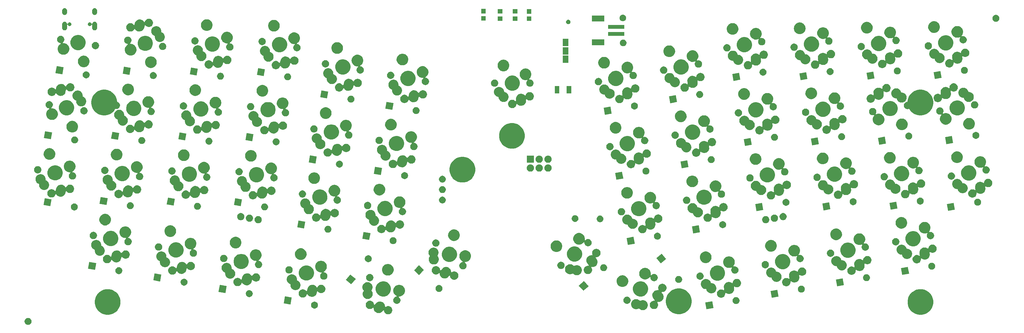
<source format=gbr>
G04 #@! TF.GenerationSoftware,KiCad,Pcbnew,(6.0.0-rc1-dev-1469-g932b9a334)*
G04 #@! TF.CreationDate,2019-08-07T07:36:25-07:00
G04 #@! TF.ProjectId,Laptreus-v2,4c617074-7265-4757-932d-76322e6b6963,rev?*
G04 #@! TF.SameCoordinates,Original*
G04 #@! TF.FileFunction,Soldermask,Bot*
G04 #@! TF.FilePolarity,Negative*
%FSLAX46Y46*%
G04 Gerber Fmt 4.6, Leading zero omitted, Abs format (unit mm)*
G04 Created by KiCad (PCBNEW (6.0.0-rc1-dev-1469-g932b9a334)) date Wednesday, August 07, 2019 at 07:36:25 AM*
%MOMM*%
%LPD*%
G04 APERTURE LIST*
%ADD10C,0.100000*%
G04 APERTURE END LIST*
D10*
G36*
X93993443Y-161523260D02*
G01*
X94109362Y-161546317D01*
X94291351Y-161621699D01*
X94455136Y-161731137D01*
X94594424Y-161870425D01*
X94703862Y-162034210D01*
X94779244Y-162216199D01*
X94817673Y-162409397D01*
X94817673Y-162606379D01*
X94779244Y-162799577D01*
X94703862Y-162981566D01*
X94594424Y-163145351D01*
X94455136Y-163284639D01*
X94291351Y-163394077D01*
X94109362Y-163469459D01*
X93993443Y-163492516D01*
X93916166Y-163507888D01*
X93719180Y-163507888D01*
X93641903Y-163492516D01*
X93525984Y-163469459D01*
X93343995Y-163394077D01*
X93180210Y-163284639D01*
X93040922Y-163145351D01*
X92931484Y-162981566D01*
X92856102Y-162799577D01*
X92817673Y-162606379D01*
X92817673Y-162409397D01*
X92856102Y-162216199D01*
X92931484Y-162034210D01*
X93040922Y-161870425D01*
X93180210Y-161731137D01*
X93343995Y-161621699D01*
X93525984Y-161546317D01*
X93641903Y-161523260D01*
X93719180Y-161507888D01*
X93916166Y-161507888D01*
X93993443Y-161523260D01*
X93993443Y-161523260D01*
G37*
G36*
X117791369Y-153336474D02*
G01*
X118157943Y-153488314D01*
X118464749Y-153615397D01*
X118968979Y-153952313D01*
X119070777Y-154020332D01*
X119586154Y-154535709D01*
X119586156Y-154535712D01*
X119991089Y-155141737D01*
X120080424Y-155357411D01*
X120270012Y-155815117D01*
X120412205Y-156529970D01*
X120412205Y-157258832D01*
X120270012Y-157973685D01*
X120135602Y-158298178D01*
X119991089Y-158647065D01*
X119662924Y-159138199D01*
X119586154Y-159253093D01*
X119070777Y-159768470D01*
X119070774Y-159768472D01*
X118464749Y-160173405D01*
X118274390Y-160252254D01*
X117791369Y-160452328D01*
X117076516Y-160594521D01*
X116347654Y-160594521D01*
X115632801Y-160452328D01*
X115149780Y-160252254D01*
X114959421Y-160173405D01*
X114353396Y-159768472D01*
X114353393Y-159768470D01*
X113838016Y-159253093D01*
X113761246Y-159138199D01*
X113433081Y-158647065D01*
X113288568Y-158298178D01*
X113154158Y-157973685D01*
X113011965Y-157258832D01*
X113011965Y-156529970D01*
X113154158Y-155815117D01*
X113343746Y-155357411D01*
X113433081Y-155141737D01*
X113838014Y-154535712D01*
X113838016Y-154535709D01*
X114353393Y-154020332D01*
X114455191Y-153952313D01*
X114959421Y-153615397D01*
X115266227Y-153488314D01*
X115632801Y-153336474D01*
X116347654Y-153194281D01*
X117076516Y-153194281D01*
X117791369Y-153336474D01*
X117791369Y-153336474D01*
G37*
G36*
X351603367Y-153336471D02*
G01*
X351987560Y-153495609D01*
X352276747Y-153615394D01*
X352779352Y-153951224D01*
X352882775Y-154020329D01*
X353398152Y-154535706D01*
X353398154Y-154535709D01*
X353803087Y-155141734D01*
X353904644Y-155386915D01*
X354082010Y-155815114D01*
X354224203Y-156529967D01*
X354224203Y-157258829D01*
X354082010Y-157973682D01*
X353991180Y-158192964D01*
X353803087Y-158647062D01*
X353474920Y-159138199D01*
X353398152Y-159253090D01*
X352882775Y-159768467D01*
X352882772Y-159768469D01*
X352276747Y-160173402D01*
X352086383Y-160252253D01*
X351603367Y-160452325D01*
X350888514Y-160594518D01*
X350159652Y-160594518D01*
X349444799Y-160452325D01*
X348961783Y-160252253D01*
X348771419Y-160173402D01*
X348165394Y-159768469D01*
X348165391Y-159768467D01*
X347650014Y-159253090D01*
X347573246Y-159138199D01*
X347245079Y-158647062D01*
X347056986Y-158192964D01*
X346966156Y-157973682D01*
X346823963Y-157258829D01*
X346823963Y-156529967D01*
X346966156Y-155815114D01*
X347143522Y-155386915D01*
X347245079Y-155141734D01*
X347650012Y-154535709D01*
X347650014Y-154535706D01*
X348165391Y-154020329D01*
X348268814Y-153951224D01*
X348771419Y-153615394D01*
X349060606Y-153495609D01*
X349444799Y-153336471D01*
X350159652Y-153194278D01*
X350888514Y-153194278D01*
X351603367Y-153336471D01*
X351603367Y-153336471D01*
G37*
G36*
X192505285Y-156573864D02*
G01*
X192723671Y-156664322D01*
X192920217Y-156795650D01*
X193087358Y-156962791D01*
X193218686Y-157159337D01*
X193309144Y-157377723D01*
X193355908Y-157612821D01*
X193363021Y-157636270D01*
X193374572Y-157657881D01*
X193390118Y-157676823D01*
X193409060Y-157692369D01*
X193430671Y-157703920D01*
X193454120Y-157711033D01*
X193478506Y-157713435D01*
X193502892Y-157711033D01*
X193526341Y-157703920D01*
X193547952Y-157692369D01*
X193568575Y-157675110D01*
X194069139Y-157154948D01*
X194231970Y-157015999D01*
X194481239Y-156876545D01*
X194752921Y-156788401D01*
X195036581Y-156754954D01*
X195036583Y-156754954D01*
X195321313Y-156777487D01*
X195348548Y-156785181D01*
X195596182Y-156855138D01*
X195850619Y-156984920D01*
X196074848Y-157161847D01*
X196158834Y-157260270D01*
X196260252Y-157379119D01*
X196399706Y-157628388D01*
X196446822Y-157773612D01*
X196487850Y-157900071D01*
X196521042Y-158181568D01*
X196526281Y-158205497D01*
X196536091Y-158227952D01*
X196550093Y-158248061D01*
X196567750Y-158265052D01*
X196588382Y-158278273D01*
X196611197Y-158287214D01*
X196635318Y-158291532D01*
X196659817Y-158291062D01*
X196683755Y-158285821D01*
X196714626Y-158270856D01*
X196831201Y-158192963D01*
X197049588Y-158102505D01*
X197281423Y-158056390D01*
X197517805Y-158056390D01*
X197749640Y-158102505D01*
X197968026Y-158192963D01*
X198164572Y-158324291D01*
X198331713Y-158491432D01*
X198463041Y-158687978D01*
X198553499Y-158906364D01*
X198599614Y-159138199D01*
X198599614Y-159374581D01*
X198553499Y-159606416D01*
X198463041Y-159824802D01*
X198331713Y-160021348D01*
X198164572Y-160188489D01*
X197968026Y-160319817D01*
X197749640Y-160410275D01*
X197517805Y-160456390D01*
X197281423Y-160456390D01*
X197049588Y-160410275D01*
X196831202Y-160319817D01*
X196634656Y-160188489D01*
X196467515Y-160021348D01*
X196336187Y-159824802D01*
X196245729Y-159606417D01*
X196204895Y-159401129D01*
X196197782Y-159377680D01*
X196186231Y-159356069D01*
X196170685Y-159337127D01*
X196151743Y-159321581D01*
X196130133Y-159310030D01*
X196106683Y-159302917D01*
X196082297Y-159300515D01*
X196057911Y-159302917D01*
X196034462Y-159310030D01*
X196012851Y-159321581D01*
X195992228Y-159338840D01*
X195657785Y-159686377D01*
X195494961Y-159825318D01*
X195494957Y-159825321D01*
X195245689Y-159964774D01*
X194974006Y-160052919D01*
X194744475Y-160079983D01*
X194690346Y-160086366D01*
X194690344Y-160086366D01*
X194405615Y-160063833D01*
X194130744Y-159986181D01*
X193876311Y-159856401D01*
X193876309Y-159856400D01*
X193652080Y-159679473D01*
X193466676Y-159462200D01*
X193327223Y-159212932D01*
X193322678Y-159198922D01*
X193239078Y-158941249D01*
X193218155Y-158763799D01*
X193205960Y-158660375D01*
X193200720Y-158636445D01*
X193190910Y-158613990D01*
X193176907Y-158593881D01*
X193159251Y-158576889D01*
X193138619Y-158563669D01*
X193115804Y-158554728D01*
X193091683Y-158550410D01*
X193067183Y-158550880D01*
X193043246Y-158556121D01*
X193020791Y-158565931D01*
X192993433Y-158586632D01*
X192920217Y-158659848D01*
X192723671Y-158791176D01*
X192505285Y-158881634D01*
X192273450Y-158927749D01*
X192037068Y-158927749D01*
X191805233Y-158881634D01*
X191586847Y-158791176D01*
X191390301Y-158659848D01*
X191223160Y-158492707D01*
X191091832Y-158296161D01*
X191001374Y-158077775D01*
X190955259Y-157845940D01*
X190955259Y-157609558D01*
X191001374Y-157377723D01*
X191091832Y-157159337D01*
X191223160Y-156962791D01*
X191390301Y-156795650D01*
X191586847Y-156664322D01*
X191805233Y-156573864D01*
X192037068Y-156527749D01*
X192273450Y-156527749D01*
X192505285Y-156573864D01*
X192505285Y-156573864D01*
G37*
G36*
X282091529Y-153136400D02*
G01*
X282485986Y-153299790D01*
X282764909Y-153415323D01*
X283297900Y-153771456D01*
X283370937Y-153820258D01*
X283886314Y-154335635D01*
X283886316Y-154335638D01*
X284291249Y-154941663D01*
X284398909Y-155201579D01*
X284570172Y-155615043D01*
X284712365Y-156329896D01*
X284712365Y-157058758D01*
X284570172Y-157773611D01*
X284433939Y-158102506D01*
X284291249Y-158446991D01*
X283918641Y-159004638D01*
X283886314Y-159053019D01*
X283370937Y-159568396D01*
X283370934Y-159568398D01*
X282764909Y-159973331D01*
X282546417Y-160063833D01*
X282091529Y-160252254D01*
X281376676Y-160394447D01*
X280647814Y-160394447D01*
X279932961Y-160252254D01*
X279478073Y-160063833D01*
X279259581Y-159973331D01*
X278653556Y-159568398D01*
X278653553Y-159568396D01*
X278138176Y-159053019D01*
X278105849Y-159004638D01*
X277733241Y-158446991D01*
X277590551Y-158102506D01*
X277454318Y-157773611D01*
X277312125Y-157058758D01*
X277312125Y-156329896D01*
X277454318Y-155615043D01*
X277625581Y-155201579D01*
X277733241Y-154941663D01*
X278138174Y-154335638D01*
X278138176Y-154335635D01*
X278653553Y-153820258D01*
X278726590Y-153771456D01*
X279259581Y-153415323D01*
X279538504Y-153299790D01*
X279932961Y-153136400D01*
X280647814Y-152994207D01*
X281376676Y-152994207D01*
X282091529Y-153136400D01*
X282091529Y-153136400D01*
G37*
G36*
X269148991Y-156133995D02*
G01*
X269412877Y-156243300D01*
X269650368Y-156401986D01*
X269780889Y-156532507D01*
X269799831Y-156548053D01*
X269821442Y-156559604D01*
X269844891Y-156566717D01*
X269869277Y-156569119D01*
X269893663Y-156566717D01*
X269917112Y-156559604D01*
X269938722Y-156548053D01*
X269981196Y-156519673D01*
X270245085Y-156410367D01*
X270525218Y-156354645D01*
X270810846Y-156354645D01*
X271090979Y-156410367D01*
X271354865Y-156519672D01*
X271592356Y-156678358D01*
X271794319Y-156880321D01*
X271953005Y-157117812D01*
X272062310Y-157381698D01*
X272118032Y-157661831D01*
X272118032Y-157947459D01*
X272062310Y-158227592D01*
X271953005Y-158491478D01*
X271794319Y-158728969D01*
X271592356Y-158930932D01*
X271354865Y-159089618D01*
X271090979Y-159198923D01*
X270810846Y-159254645D01*
X270525218Y-159254645D01*
X270245085Y-159198923D01*
X269981199Y-159089618D01*
X269743708Y-158930932D01*
X269613187Y-158800411D01*
X269594245Y-158784865D01*
X269572634Y-158773314D01*
X269549185Y-158766201D01*
X269524799Y-158763799D01*
X269500413Y-158766201D01*
X269476964Y-158773314D01*
X269455354Y-158784865D01*
X269412880Y-158813245D01*
X269148991Y-158922551D01*
X268868858Y-158978273D01*
X268583230Y-158978273D01*
X268303097Y-158922551D01*
X268039211Y-158813246D01*
X267801720Y-158654560D01*
X267599757Y-158452597D01*
X267441071Y-158215106D01*
X267331766Y-157951220D01*
X267276044Y-157671087D01*
X267276044Y-157385459D01*
X267331766Y-157105326D01*
X267441071Y-156841440D01*
X267599757Y-156603949D01*
X267801720Y-156401986D01*
X268039211Y-156243300D01*
X268303097Y-156133995D01*
X268583230Y-156078273D01*
X268868858Y-156078273D01*
X269148991Y-156133995D01*
X269148991Y-156133995D01*
G37*
G36*
X290965587Y-158657342D02*
G01*
X288995971Y-159004638D01*
X288648675Y-157035022D01*
X290618291Y-156687726D01*
X290965587Y-158657342D01*
X290965587Y-158657342D01*
G37*
G36*
X276634835Y-151676646D02*
G01*
X276853221Y-151767104D01*
X277049767Y-151898432D01*
X277216908Y-152065573D01*
X277348236Y-152262119D01*
X277438694Y-152480505D01*
X277484809Y-152712340D01*
X277484809Y-152948722D01*
X277438694Y-153180557D01*
X277348236Y-153398943D01*
X277216908Y-153595489D01*
X277049767Y-153762630D01*
X276853221Y-153893958D01*
X276634835Y-153984416D01*
X276403000Y-154030531D01*
X276221396Y-154030531D01*
X276197010Y-154032933D01*
X276173561Y-154040046D01*
X276151950Y-154051597D01*
X276133008Y-154067143D01*
X276117462Y-154086085D01*
X276105911Y-154107696D01*
X276098798Y-154131145D01*
X276096396Y-154155531D01*
X276098798Y-154179917D01*
X276105911Y-154203366D01*
X276120395Y-154229178D01*
X276383130Y-154589478D01*
X276405800Y-154620566D01*
X276479786Y-154746295D01*
X276514356Y-154805042D01*
X276563384Y-154945635D01*
X276608406Y-155074737D01*
X276647011Y-155350298D01*
X276648034Y-155357600D01*
X276631717Y-155642758D01*
X276560082Y-155919255D01*
X276435881Y-156176461D01*
X276263889Y-156404497D01*
X276120340Y-156532507D01*
X276050712Y-156594598D01*
X275937904Y-156660980D01*
X275804547Y-156739455D01*
X275643408Y-156795648D01*
X275534851Y-156833505D01*
X275251989Y-156873133D01*
X275251988Y-156873133D01*
X274969628Y-156856976D01*
X274945146Y-156857981D01*
X274921329Y-156863743D01*
X274899094Y-156874041D01*
X274879294Y-156888479D01*
X274862692Y-156906502D01*
X274849925Y-156927417D01*
X274841484Y-156950422D01*
X274837693Y-156974631D01*
X274838698Y-156999115D01*
X274844460Y-157022932D01*
X274858556Y-157051219D01*
X274932145Y-157161352D01*
X275022604Y-157379740D01*
X275068719Y-157611575D01*
X275068719Y-157847957D01*
X275022604Y-158079792D01*
X274932146Y-158298178D01*
X274800818Y-158494724D01*
X274633677Y-158661865D01*
X274437131Y-158793193D01*
X274218745Y-158883651D01*
X273986910Y-158929766D01*
X273750528Y-158929766D01*
X273518693Y-158883651D01*
X273300307Y-158793193D01*
X273103761Y-158661865D01*
X272936620Y-158494724D01*
X272805292Y-158298178D01*
X272714834Y-158079792D01*
X272668719Y-157847957D01*
X272668719Y-157611575D01*
X272714834Y-157379740D01*
X272805292Y-157161354D01*
X272936620Y-156964808D01*
X273103761Y-156797667D01*
X273300307Y-156666339D01*
X273518693Y-156575881D01*
X273750528Y-156529766D01*
X273963005Y-156529766D01*
X273987391Y-156527364D01*
X274010840Y-156520251D01*
X274032451Y-156508700D01*
X274051393Y-156493154D01*
X274066939Y-156474212D01*
X274078490Y-156452601D01*
X274085603Y-156429152D01*
X274088005Y-156404766D01*
X274085603Y-156380380D01*
X274078490Y-156356931D01*
X274064004Y-156331116D01*
X274062633Y-156329236D01*
X274062626Y-156329228D01*
X273636961Y-155745495D01*
X273627563Y-155729524D01*
X273570811Y-155633083D01*
X273528400Y-155561012D01*
X273450891Y-155338747D01*
X273434350Y-155291316D01*
X273394722Y-155008454D01*
X273394722Y-155008453D01*
X273411039Y-154723296D01*
X273482674Y-154446799D01*
X273606875Y-154189593D01*
X273778867Y-153961557D01*
X273992043Y-153771457D01*
X273992044Y-153771456D01*
X274127105Y-153691979D01*
X274238209Y-153626599D01*
X274418334Y-153563785D01*
X274507905Y-153532549D01*
X274790767Y-153492921D01*
X274790768Y-153492921D01*
X275072865Y-153509063D01*
X275097347Y-153508058D01*
X275121164Y-153502296D01*
X275143399Y-153491998D01*
X275163199Y-153477560D01*
X275179801Y-153459537D01*
X275192568Y-153438622D01*
X275201009Y-153415617D01*
X275204800Y-153391408D01*
X275203795Y-153366924D01*
X275195489Y-153336432D01*
X275130924Y-153180558D01*
X275084809Y-152948722D01*
X275084809Y-152712340D01*
X275130924Y-152480505D01*
X275221382Y-152262119D01*
X275352710Y-152065573D01*
X275519851Y-151898432D01*
X275716397Y-151767104D01*
X275934783Y-151676646D01*
X276166618Y-151630531D01*
X276403000Y-151630531D01*
X276634835Y-151676646D01*
X276634835Y-151676646D01*
G37*
G36*
X176392542Y-156818980D02*
G01*
X176508461Y-156842037D01*
X176690450Y-156917419D01*
X176854235Y-157026857D01*
X176993523Y-157166145D01*
X177102961Y-157329930D01*
X177178343Y-157511919D01*
X177198166Y-157611576D01*
X177216772Y-157705115D01*
X177216772Y-157902101D01*
X177207001Y-157951220D01*
X177178343Y-158095297D01*
X177102961Y-158277286D01*
X176993523Y-158441071D01*
X176854235Y-158580359D01*
X176690450Y-158689797D01*
X176508461Y-158765179D01*
X176392542Y-158788236D01*
X176315265Y-158803608D01*
X176118279Y-158803608D01*
X176041002Y-158788236D01*
X175925083Y-158765179D01*
X175743094Y-158689797D01*
X175579309Y-158580359D01*
X175440021Y-158441071D01*
X175330583Y-158277286D01*
X175255201Y-158095297D01*
X175226543Y-157951220D01*
X175216772Y-157902101D01*
X175216772Y-157705115D01*
X175235378Y-157611576D01*
X175255201Y-157511919D01*
X175330583Y-157329930D01*
X175440021Y-157166145D01*
X175579309Y-157026857D01*
X175743094Y-156917419D01*
X175925083Y-156842037D01*
X176041002Y-156818980D01*
X176118279Y-156803608D01*
X176315265Y-156803608D01*
X176392542Y-156818980D01*
X176392542Y-156818980D01*
G37*
G36*
X169693728Y-155637992D02*
G01*
X169346432Y-157607608D01*
X167376816Y-157260312D01*
X167724112Y-155290696D01*
X169693728Y-155637992D01*
X169693728Y-155637992D01*
G37*
G36*
X297649814Y-155504196D02*
G01*
X297780320Y-155530155D01*
X297962309Y-155605537D01*
X298126094Y-155714975D01*
X298265382Y-155854263D01*
X298374820Y-156018048D01*
X298450202Y-156200037D01*
X298458807Y-156243300D01*
X298476033Y-156329897D01*
X298488631Y-156393235D01*
X298488631Y-156590217D01*
X298450202Y-156783415D01*
X298374820Y-156965404D01*
X298265382Y-157129189D01*
X298126094Y-157268477D01*
X297962309Y-157377915D01*
X297780320Y-157453297D01*
X297664401Y-157476354D01*
X297587124Y-157491726D01*
X297390138Y-157491726D01*
X297312861Y-157476354D01*
X297196942Y-157453297D01*
X297014953Y-157377915D01*
X296851168Y-157268477D01*
X296711880Y-157129189D01*
X296602442Y-156965404D01*
X296527060Y-156783415D01*
X296488631Y-156590217D01*
X296488631Y-156393235D01*
X296501230Y-156329897D01*
X296518455Y-156243300D01*
X296527060Y-156200037D01*
X296602442Y-156018048D01*
X296711880Y-155854263D01*
X296851168Y-155714975D01*
X297014953Y-155605537D01*
X297196942Y-155530155D01*
X297327448Y-155504196D01*
X297390138Y-155491726D01*
X297587124Y-155491726D01*
X297649814Y-155504196D01*
X297649814Y-155504196D01*
G37*
G36*
X266246375Y-155353330D02*
G01*
X266426761Y-155389210D01*
X266617849Y-155468362D01*
X266789823Y-155583271D01*
X266936076Y-155729524D01*
X267050985Y-155901498D01*
X267130137Y-156092586D01*
X267170487Y-156295444D01*
X267170487Y-156502276D01*
X267130137Y-156705134D01*
X267050985Y-156896222D01*
X266936076Y-157068196D01*
X266789823Y-157214449D01*
X266617849Y-157329358D01*
X266426761Y-157408510D01*
X266246375Y-157444390D01*
X266223904Y-157448860D01*
X266017070Y-157448860D01*
X265994599Y-157444390D01*
X265814213Y-157408510D01*
X265623125Y-157329358D01*
X265451151Y-157214449D01*
X265304898Y-157068196D01*
X265189989Y-156896222D01*
X265110837Y-156705134D01*
X265070487Y-156502276D01*
X265070487Y-156295444D01*
X265110837Y-156092586D01*
X265189989Y-155901498D01*
X265304898Y-155729524D01*
X265451151Y-155583271D01*
X265623125Y-155468362D01*
X265814213Y-155389210D01*
X265994599Y-155353330D01*
X266017070Y-155348860D01*
X266223904Y-155348860D01*
X266246375Y-155353330D01*
X266246375Y-155353330D01*
G37*
G36*
X200804920Y-151974997D02*
G01*
X201051875Y-152024119D01*
X201356705Y-152150384D01*
X201631046Y-152333692D01*
X201864353Y-152566999D01*
X202047661Y-152841340D01*
X202173926Y-153146170D01*
X202217782Y-153366650D01*
X202238295Y-153469776D01*
X202238295Y-153799724D01*
X202234025Y-153821191D01*
X202173926Y-154123330D01*
X202047661Y-154428160D01*
X201864353Y-154702501D01*
X201631046Y-154935808D01*
X201356705Y-155119116D01*
X201051875Y-155245381D01*
X200809170Y-155293658D01*
X200728269Y-155309750D01*
X200578561Y-155309750D01*
X200554175Y-155312152D01*
X200530726Y-155319265D01*
X200509115Y-155330816D01*
X200490173Y-155346362D01*
X200474627Y-155365304D01*
X200463076Y-155386915D01*
X200455963Y-155410364D01*
X200453561Y-155434750D01*
X200455963Y-155459136D01*
X200463076Y-155482585D01*
X200474627Y-155504196D01*
X200490173Y-155523138D01*
X200509109Y-155538679D01*
X200572827Y-155581254D01*
X200719080Y-155727507D01*
X200833989Y-155899481D01*
X200913141Y-156090569D01*
X200953491Y-156293427D01*
X200953491Y-156500259D01*
X200913141Y-156703117D01*
X200833989Y-156894205D01*
X200719080Y-157066179D01*
X200572827Y-157212432D01*
X200400853Y-157327341D01*
X200209765Y-157406493D01*
X200029379Y-157442373D01*
X200006908Y-157446843D01*
X199800074Y-157446843D01*
X199777603Y-157442373D01*
X199597217Y-157406493D01*
X199406129Y-157327341D01*
X199234155Y-157212432D01*
X199087902Y-157066179D01*
X198972993Y-156894205D01*
X198893841Y-156703117D01*
X198853491Y-156500259D01*
X198853491Y-156293427D01*
X198893841Y-156090569D01*
X198972993Y-155899481D01*
X199087902Y-155727507D01*
X199234155Y-155581254D01*
X199406129Y-155466345D01*
X199597217Y-155387193D01*
X199746954Y-155357409D01*
X199770397Y-155350298D01*
X199792008Y-155338747D01*
X199810950Y-155323201D01*
X199826496Y-155304259D01*
X199838047Y-155282649D01*
X199845160Y-155259199D01*
X199847562Y-155234813D01*
X199845160Y-155210427D01*
X199838047Y-155186978D01*
X199826496Y-155165367D01*
X199810950Y-155146425D01*
X199792008Y-155130879D01*
X199770399Y-155119329D01*
X199769887Y-155119117D01*
X199769886Y-155119117D01*
X199769885Y-155119116D01*
X199495544Y-154935808D01*
X199262237Y-154702501D01*
X199078929Y-154428160D01*
X198952664Y-154123330D01*
X198892565Y-153821191D01*
X198888295Y-153799724D01*
X198888295Y-153469776D01*
X198908808Y-153366650D01*
X198952664Y-153146170D01*
X199078929Y-152841340D01*
X199262237Y-152566999D01*
X199495544Y-152333692D01*
X199769885Y-152150384D01*
X200074715Y-152024119D01*
X200321670Y-151974997D01*
X200398321Y-151959750D01*
X200728269Y-151959750D01*
X200804920Y-151974997D01*
X200804920Y-151974997D01*
G37*
G36*
X191883622Y-151233936D02*
G01*
X192147508Y-151343241D01*
X192384999Y-151501927D01*
X192586962Y-151703890D01*
X192745648Y-151941381D01*
X192854953Y-152205267D01*
X192910675Y-152485400D01*
X192910675Y-152771028D01*
X192854953Y-153051161D01*
X192745648Y-153315047D01*
X192625218Y-153495285D01*
X192613667Y-153516896D01*
X192606554Y-153540345D01*
X192604152Y-153564732D01*
X192606554Y-153589118D01*
X192613667Y-153612567D01*
X192625219Y-153634178D01*
X192640764Y-153653119D01*
X192652011Y-153664366D01*
X192810697Y-153901857D01*
X192920002Y-154165743D01*
X192975724Y-154445876D01*
X192975724Y-154731504D01*
X192920002Y-155011637D01*
X192810697Y-155275523D01*
X192652011Y-155513014D01*
X192450048Y-155714977D01*
X192212557Y-155873663D01*
X191948671Y-155982968D01*
X191668538Y-156038690D01*
X191382910Y-156038690D01*
X191102777Y-155982968D01*
X190838891Y-155873663D01*
X190601400Y-155714977D01*
X190399437Y-155513014D01*
X190240751Y-155275523D01*
X190131446Y-155011637D01*
X190075724Y-154731504D01*
X190075724Y-154445876D01*
X190131446Y-154165743D01*
X190240751Y-153901857D01*
X190361181Y-153721619D01*
X190372732Y-153700008D01*
X190379845Y-153676559D01*
X190382247Y-153652172D01*
X190379845Y-153627786D01*
X190372732Y-153604337D01*
X190361180Y-153582726D01*
X190345635Y-153563785D01*
X190334388Y-153552538D01*
X190175702Y-153315047D01*
X190066397Y-153051161D01*
X190010675Y-152771028D01*
X190010675Y-152485400D01*
X190066397Y-152205267D01*
X190175702Y-151941381D01*
X190334388Y-151703890D01*
X190536351Y-151501927D01*
X190773842Y-151343241D01*
X191037728Y-151233936D01*
X191317861Y-151178214D01*
X191603489Y-151178214D01*
X191883622Y-151233936D01*
X191883622Y-151233936D01*
G37*
G36*
X309726175Y-155349344D02*
G01*
X307756559Y-155696640D01*
X307409263Y-153727024D01*
X309378879Y-153379728D01*
X309726175Y-155349344D01*
X309726175Y-155349344D01*
G37*
G36*
X298065646Y-150290496D02*
G01*
X298284032Y-150380954D01*
X298480578Y-150512282D01*
X298647719Y-150679423D01*
X298779047Y-150875969D01*
X298869505Y-151094355D01*
X298915620Y-151326190D01*
X298915620Y-151562572D01*
X298869505Y-151794407D01*
X298779047Y-152012793D01*
X298647719Y-152209339D01*
X298480578Y-152376480D01*
X298284032Y-152507808D01*
X298065646Y-152598266D01*
X297833811Y-152644381D01*
X297597429Y-152644381D01*
X297365594Y-152598266D01*
X297147208Y-152507808D01*
X297067467Y-152454527D01*
X297045856Y-152442976D01*
X297022407Y-152435863D01*
X296998021Y-152433461D01*
X296973635Y-152435863D01*
X296950186Y-152442976D01*
X296928575Y-152454527D01*
X296909633Y-152470073D01*
X296894087Y-152489015D01*
X296882536Y-152510626D01*
X296875423Y-152534075D01*
X296873021Y-152558461D01*
X296873729Y-152571744D01*
X296925383Y-153055075D01*
X296925383Y-153055081D01*
X296927158Y-153269130D01*
X296873760Y-153549719D01*
X296766648Y-153814498D01*
X296670848Y-153960479D01*
X296609937Y-154053296D01*
X296463960Y-154201714D01*
X296409652Y-154256930D01*
X296203567Y-154397116D01*
X296173485Y-154417579D01*
X295910524Y-154529065D01*
X295910521Y-154529066D01*
X295910520Y-154529066D01*
X295630855Y-154587109D01*
X295345240Y-154589478D01*
X295064651Y-154536080D01*
X294799872Y-154428968D01*
X294591422Y-154292172D01*
X294567189Y-154276269D01*
X294545483Y-154264897D01*
X294521976Y-154257979D01*
X294497571Y-154255779D01*
X294473205Y-154258383D01*
X294449816Y-154265691D01*
X294428301Y-154277421D01*
X294409489Y-154293122D01*
X294394101Y-154312193D01*
X294382729Y-154333899D01*
X294375811Y-154357406D01*
X294373607Y-154380775D01*
X294373607Y-154597389D01*
X294327492Y-154829224D01*
X294237034Y-155047610D01*
X294105706Y-155244156D01*
X293938565Y-155411297D01*
X293742019Y-155542625D01*
X293523633Y-155633083D01*
X293291798Y-155679198D01*
X293055416Y-155679198D01*
X292823581Y-155633083D01*
X292605195Y-155542625D01*
X292408649Y-155411297D01*
X292241508Y-155244156D01*
X292110180Y-155047610D01*
X292019722Y-154829224D01*
X291973607Y-154597389D01*
X291973607Y-154361007D01*
X292019722Y-154129172D01*
X292110180Y-153910786D01*
X292241508Y-153714240D01*
X292408649Y-153547099D01*
X292605195Y-153415771D01*
X292823581Y-153325313D01*
X293055416Y-153279198D01*
X293291798Y-153279198D01*
X293523633Y-153325313D01*
X293742021Y-153415772D01*
X293848836Y-153487144D01*
X293870447Y-153498696D01*
X293893896Y-153505809D01*
X293918282Y-153508211D01*
X293942669Y-153505809D01*
X293966118Y-153498696D01*
X293987729Y-153487145D01*
X294006671Y-153471600D01*
X294022216Y-153452658D01*
X294033768Y-153431047D01*
X294040881Y-153407598D01*
X294043283Y-153383212D01*
X294041871Y-153369421D01*
X294042457Y-153369358D01*
X294040088Y-153347188D01*
X294001233Y-152983623D01*
X293965033Y-152644898D01*
X293964814Y-152618530D01*
X293963258Y-152430844D01*
X294016656Y-152150255D01*
X294123768Y-151885476D01*
X294247430Y-151697039D01*
X294280479Y-151646678D01*
X294480762Y-151443046D01*
X294480764Y-151443044D01*
X294716928Y-151282397D01*
X294716931Y-151282395D01*
X294979892Y-151170909D01*
X294979895Y-151170908D01*
X294979896Y-151170908D01*
X295259561Y-151112864D01*
X295545176Y-151110496D01*
X295825765Y-151163894D01*
X296090544Y-151271006D01*
X296267778Y-151387316D01*
X296322038Y-151422924D01*
X296343744Y-151434296D01*
X296367251Y-151441214D01*
X296391657Y-151443414D01*
X296416022Y-151440810D01*
X296439411Y-151433502D01*
X296460926Y-151421772D01*
X296479738Y-151406070D01*
X296495126Y-151387000D01*
X296506498Y-151365294D01*
X296513416Y-151341787D01*
X296514226Y-151333198D01*
X296561735Y-151094355D01*
X296652193Y-150875969D01*
X296783521Y-150679423D01*
X296950662Y-150512282D01*
X297147208Y-150380954D01*
X297365594Y-150290496D01*
X297597429Y-150244381D01*
X297833811Y-150244381D01*
X298065646Y-150290496D01*
X298065646Y-150290496D01*
G37*
G36*
X178506389Y-151984403D02*
G01*
X178724775Y-152074861D01*
X178921321Y-152206189D01*
X179088462Y-152373330D01*
X179219790Y-152569876D01*
X179310248Y-152788262D01*
X179356363Y-153020097D01*
X179356363Y-153256479D01*
X179310248Y-153488314D01*
X179219790Y-153706700D01*
X179088462Y-153903246D01*
X178921321Y-154070387D01*
X178724775Y-154201715D01*
X178506389Y-154292173D01*
X178274554Y-154338288D01*
X178038172Y-154338288D01*
X177806337Y-154292173D01*
X177587951Y-154201715D01*
X177391405Y-154070387D01*
X177224265Y-153903247D01*
X177223336Y-153901857D01*
X177204209Y-153873232D01*
X177188665Y-153854292D01*
X177169723Y-153838747D01*
X177148112Y-153827196D01*
X177124663Y-153820083D01*
X177100277Y-153817681D01*
X177075890Y-153820083D01*
X177052441Y-153827196D01*
X177030830Y-153838747D01*
X177011888Y-153854293D01*
X176996343Y-153873235D01*
X176984792Y-153894846D01*
X176978938Y-153912651D01*
X176862890Y-154381577D01*
X176801459Y-154554814D01*
X176791348Y-154583325D01*
X176670262Y-154786651D01*
X176645204Y-154828727D01*
X176480367Y-155011637D01*
X176453989Y-155040907D01*
X176226767Y-155210427D01*
X176225059Y-155211701D01*
X175967204Y-155334554D01*
X175877039Y-155357411D01*
X175690342Y-155404740D01*
X175643273Y-155407186D01*
X175405099Y-155419565D01*
X175182527Y-155387194D01*
X175122446Y-155378456D01*
X174853246Y-155282995D01*
X174607846Y-155136852D01*
X174607845Y-155136851D01*
X174607843Y-155136850D01*
X174395666Y-154945638D01*
X174395663Y-154945635D01*
X174229603Y-154723051D01*
X174213096Y-154704941D01*
X174193372Y-154690400D01*
X174171191Y-154679986D01*
X174147404Y-154674099D01*
X174122926Y-154672966D01*
X174098698Y-154676631D01*
X174075649Y-154684951D01*
X174054667Y-154697609D01*
X174036557Y-154714116D01*
X174022016Y-154733840D01*
X174011602Y-154756021D01*
X174006816Y-154773413D01*
X174004183Y-154786650D01*
X173913725Y-155005036D01*
X173782397Y-155201582D01*
X173615256Y-155368723D01*
X173418710Y-155500051D01*
X173200324Y-155590509D01*
X172968489Y-155636624D01*
X172732107Y-155636624D01*
X172500272Y-155590509D01*
X172281886Y-155500051D01*
X172085340Y-155368723D01*
X171918199Y-155201582D01*
X171786871Y-155005036D01*
X171696413Y-154786650D01*
X171650298Y-154554815D01*
X171650298Y-154318433D01*
X171696413Y-154086598D01*
X171786871Y-153868212D01*
X171918199Y-153671666D01*
X172085340Y-153504525D01*
X172281886Y-153373197D01*
X172500272Y-153282739D01*
X172732107Y-153236624D01*
X172968489Y-153236624D01*
X173200324Y-153282739D01*
X173418710Y-153373197D01*
X173615256Y-153504525D01*
X173782399Y-153671668D01*
X173821203Y-153729742D01*
X173836748Y-153748684D01*
X173855690Y-153764229D01*
X173877301Y-153775780D01*
X173900750Y-153782893D01*
X173925136Y-153785295D01*
X173949523Y-153782893D01*
X173972972Y-153775780D01*
X173994583Y-153764228D01*
X174013525Y-153748683D01*
X174029070Y-153729741D01*
X174040621Y-153708130D01*
X174046476Y-153690323D01*
X174047812Y-153684924D01*
X174047813Y-153684918D01*
X174221365Y-152983624D01*
X174292907Y-152781877D01*
X174390185Y-152618530D01*
X174439050Y-152536476D01*
X174439051Y-152536475D01*
X174439052Y-152536473D01*
X174630264Y-152324296D01*
X174630267Y-152324293D01*
X174859194Y-152153501D01*
X175026476Y-152073801D01*
X175117051Y-152030647D01*
X175117053Y-152030647D01*
X175117054Y-152030646D01*
X175393914Y-151960461D01*
X175393918Y-151960460D01*
X175679157Y-151945636D01*
X175881038Y-151974997D01*
X175961810Y-151986744D01*
X176231009Y-152082205D01*
X176458067Y-152217424D01*
X176476413Y-152228350D01*
X176688590Y-152419562D01*
X176688593Y-152419565D01*
X176783118Y-152546265D01*
X176856318Y-152644381D01*
X176857109Y-152645442D01*
X176873616Y-152663551D01*
X176893339Y-152678093D01*
X176915521Y-152688507D01*
X176939307Y-152694394D01*
X176963785Y-152695527D01*
X176988014Y-152691862D01*
X177011063Y-152683542D01*
X177032045Y-152670884D01*
X177050154Y-152654377D01*
X177064696Y-152634654D01*
X177072783Y-152618530D01*
X177092936Y-152569875D01*
X177224264Y-152373330D01*
X177391405Y-152206189D01*
X177587951Y-152074861D01*
X177806337Y-151984403D01*
X178038172Y-151938288D01*
X178274554Y-151938288D01*
X178506389Y-151984403D01*
X178506389Y-151984403D01*
G37*
G36*
X157631954Y-153510981D02*
G01*
X157747873Y-153534038D01*
X157929862Y-153609420D01*
X158093647Y-153718858D01*
X158232935Y-153858146D01*
X158342373Y-154021931D01*
X158417755Y-154203920D01*
X158428299Y-154256930D01*
X158455505Y-154393701D01*
X158456184Y-154397118D01*
X158456184Y-154594100D01*
X158417755Y-154787298D01*
X158342373Y-154969287D01*
X158232935Y-155133072D01*
X158093647Y-155272360D01*
X157929862Y-155381798D01*
X157747873Y-155457180D01*
X157631954Y-155480237D01*
X157554677Y-155495609D01*
X157357691Y-155495609D01*
X157280414Y-155480237D01*
X157164495Y-155457180D01*
X156982506Y-155381798D01*
X156818721Y-155272360D01*
X156679433Y-155133072D01*
X156569995Y-154969287D01*
X156494613Y-154787298D01*
X156456184Y-154594100D01*
X156456184Y-154397118D01*
X156456864Y-154393701D01*
X156484069Y-154256930D01*
X156494613Y-154203920D01*
X156569995Y-154021931D01*
X156679433Y-153858146D01*
X156818721Y-153718858D01*
X156982506Y-153609420D01*
X157164495Y-153534038D01*
X157280414Y-153510981D01*
X157357691Y-153495609D01*
X157554677Y-153495609D01*
X157631954Y-153510981D01*
X157631954Y-153510981D01*
G37*
G36*
X270650816Y-151027572D02*
G01*
X270650818Y-151027573D01*
X270650819Y-151027573D01*
X271049390Y-151192666D01*
X271398362Y-151425842D01*
X271408097Y-151432347D01*
X271713145Y-151737395D01*
X271713147Y-151737398D01*
X271952826Y-152096102D01*
X272117085Y-152492659D01*
X272117920Y-152494676D01*
X272202083Y-152917793D01*
X272202083Y-153349205D01*
X272118321Y-153770308D01*
X272117919Y-153772325D01*
X271952826Y-154170896D01*
X271780387Y-154428968D01*
X271713145Y-154529603D01*
X271408097Y-154834651D01*
X271408094Y-154834653D01*
X271049390Y-155074332D01*
X270650819Y-155239425D01*
X270650818Y-155239425D01*
X270650816Y-155239426D01*
X270227699Y-155323589D01*
X269796287Y-155323589D01*
X269373170Y-155239426D01*
X269373168Y-155239425D01*
X269373167Y-155239425D01*
X268974596Y-155074332D01*
X268615892Y-154834653D01*
X268615889Y-154834651D01*
X268310841Y-154529603D01*
X268243599Y-154428968D01*
X268071160Y-154170896D01*
X267906067Y-153772325D01*
X267905666Y-153770308D01*
X267821903Y-153349205D01*
X267821903Y-152917793D01*
X267906066Y-152494676D01*
X267906901Y-152492659D01*
X268071160Y-152096102D01*
X268310839Y-151737398D01*
X268310841Y-151737395D01*
X268615889Y-151432347D01*
X268625624Y-151425842D01*
X268974596Y-151192666D01*
X269373167Y-151027573D01*
X269373168Y-151027573D01*
X269373170Y-151027572D01*
X269796287Y-150943409D01*
X270227699Y-150943409D01*
X270650816Y-151027572D01*
X270650816Y-151027572D01*
G37*
G36*
X196650808Y-151025555D02*
G01*
X196650810Y-151025556D01*
X196650811Y-151025556D01*
X197049382Y-151190649D01*
X197315753Y-151368633D01*
X197408089Y-151430330D01*
X197713137Y-151735378D01*
X197713139Y-151735381D01*
X197952818Y-152094085D01*
X198108557Y-152470073D01*
X198117912Y-152492659D01*
X198202075Y-152915776D01*
X198202075Y-153347188D01*
X198118689Y-153766400D01*
X198117911Y-153770308D01*
X197952818Y-154168879D01*
X197767734Y-154445876D01*
X197713137Y-154527586D01*
X197408089Y-154832634D01*
X197408086Y-154832636D01*
X197049382Y-155072315D01*
X196650811Y-155237408D01*
X196650810Y-155237408D01*
X196650808Y-155237409D01*
X196227691Y-155321572D01*
X195796279Y-155321572D01*
X195373162Y-155237409D01*
X195373160Y-155237408D01*
X195373159Y-155237408D01*
X194974588Y-155072315D01*
X194615884Y-154832636D01*
X194615881Y-154832634D01*
X194310833Y-154527586D01*
X194256236Y-154445876D01*
X194071152Y-154168879D01*
X193906059Y-153770308D01*
X193905282Y-153766400D01*
X193821895Y-153347188D01*
X193821895Y-152915776D01*
X193906058Y-152492659D01*
X193915413Y-152470073D01*
X194071152Y-152094085D01*
X194310831Y-151735381D01*
X194310833Y-151735378D01*
X194615881Y-151430330D01*
X194708217Y-151368633D01*
X194974588Y-151190649D01*
X195373159Y-151025556D01*
X195373160Y-151025556D01*
X195373162Y-151025555D01*
X195796279Y-150941392D01*
X196227691Y-150941392D01*
X196650808Y-151025555D01*
X196650808Y-151025555D01*
G37*
G36*
X289243614Y-150339084D02*
G01*
X289507500Y-150448389D01*
X289744991Y-150607075D01*
X289946954Y-150809038D01*
X290105640Y-151046529D01*
X290214945Y-151310415D01*
X290231390Y-151393087D01*
X290238503Y-151416536D01*
X290250054Y-151438147D01*
X290265600Y-151457089D01*
X290284542Y-151472635D01*
X290306153Y-151484186D01*
X290329602Y-151491299D01*
X290353988Y-151493701D01*
X290507105Y-151493701D01*
X290787238Y-151549423D01*
X291051124Y-151658728D01*
X291288615Y-151817414D01*
X291490578Y-152019377D01*
X291649264Y-152256868D01*
X291758569Y-152520754D01*
X291814291Y-152800887D01*
X291814291Y-153086515D01*
X291758569Y-153366648D01*
X291649264Y-153630534D01*
X291490578Y-153868025D01*
X291288615Y-154069988D01*
X291051124Y-154228674D01*
X290787238Y-154337979D01*
X290507105Y-154393701D01*
X290221477Y-154393701D01*
X289941344Y-154337979D01*
X289677458Y-154228674D01*
X289439967Y-154069988D01*
X289238004Y-153868025D01*
X289079318Y-153630534D01*
X288970013Y-153366648D01*
X288953568Y-153283976D01*
X288946455Y-153260527D01*
X288934904Y-153238916D01*
X288919358Y-153219974D01*
X288900416Y-153204428D01*
X288878805Y-153192877D01*
X288855356Y-153185764D01*
X288830970Y-153183362D01*
X288677853Y-153183362D01*
X288397720Y-153127640D01*
X288133834Y-153018335D01*
X287896343Y-152859649D01*
X287694380Y-152657686D01*
X287535694Y-152420195D01*
X287426389Y-152156309D01*
X287370667Y-151876176D01*
X287370667Y-151590548D01*
X287426389Y-151310415D01*
X287535694Y-151046529D01*
X287694380Y-150809038D01*
X287896343Y-150607075D01*
X288133834Y-150448389D01*
X288397720Y-150339084D01*
X288677853Y-150283362D01*
X288963481Y-150283362D01*
X289243614Y-150339084D01*
X289243614Y-150339084D01*
G37*
G36*
X150933140Y-152329993D02*
G01*
X150585844Y-154299609D01*
X148616228Y-153952313D01*
X148963524Y-151982697D01*
X150933140Y-152329993D01*
X150933140Y-152329993D01*
G37*
G36*
X316424989Y-152199100D02*
G01*
X316540908Y-152222157D01*
X316722897Y-152297539D01*
X316886682Y-152406977D01*
X317025970Y-152546265D01*
X317135408Y-152710050D01*
X317210790Y-152892039D01*
X317223753Y-152957211D01*
X317249219Y-153085235D01*
X317249219Y-153282221D01*
X317238428Y-153336471D01*
X317210790Y-153475417D01*
X317135408Y-153657406D01*
X317025970Y-153821191D01*
X316886682Y-153960479D01*
X316722897Y-154069917D01*
X316540908Y-154145299D01*
X316424989Y-154168356D01*
X316347712Y-154183728D01*
X316150726Y-154183728D01*
X316073449Y-154168356D01*
X315957530Y-154145299D01*
X315775541Y-154069917D01*
X315611756Y-153960479D01*
X315472468Y-153821191D01*
X315363030Y-153657406D01*
X315287648Y-153475417D01*
X315260010Y-153336471D01*
X315249219Y-153282221D01*
X315249219Y-153085235D01*
X315274685Y-152957211D01*
X315287648Y-152892039D01*
X315363030Y-152710050D01*
X315472468Y-152546265D01*
X315611756Y-152406977D01*
X315775541Y-152297539D01*
X315957530Y-152222157D01*
X316073449Y-152199100D01*
X316150726Y-152183728D01*
X316347712Y-152183728D01*
X316424989Y-152199100D01*
X316424989Y-152199100D01*
G37*
G36*
X212211880Y-152005025D02*
G01*
X212327799Y-152028082D01*
X212509788Y-152103464D01*
X212673573Y-152212902D01*
X212812861Y-152352190D01*
X212922299Y-152515975D01*
X212997681Y-152697964D01*
X213002008Y-152719720D01*
X213036110Y-152891160D01*
X213036110Y-153088146D01*
X213021981Y-153159174D01*
X212997681Y-153281342D01*
X212922299Y-153463331D01*
X212812861Y-153627116D01*
X212673573Y-153766404D01*
X212509788Y-153875842D01*
X212327799Y-153951224D01*
X212211880Y-153974281D01*
X212134603Y-153989653D01*
X211937617Y-153989653D01*
X211860340Y-153974281D01*
X211744421Y-153951224D01*
X211562432Y-153875842D01*
X211398647Y-153766404D01*
X211259359Y-153627116D01*
X211149921Y-153463331D01*
X211074539Y-153281342D01*
X211050239Y-153159174D01*
X211036110Y-153088146D01*
X211036110Y-152891160D01*
X211070212Y-152719720D01*
X211074539Y-152697964D01*
X211149921Y-152515975D01*
X211259359Y-152352190D01*
X211398647Y-152212902D01*
X211562432Y-152103464D01*
X211744421Y-152028082D01*
X211860340Y-152005025D01*
X211937617Y-151989653D01*
X212134603Y-151989653D01*
X212211880Y-152005025D01*
X212211880Y-152005025D01*
G37*
G36*
X255064782Y-152340798D02*
G01*
X253590227Y-153691979D01*
X252239046Y-152217424D01*
X253713601Y-150866243D01*
X255064782Y-152340798D01*
X255064782Y-152340798D01*
G37*
G36*
X170121950Y-148973311D02*
G01*
X170385836Y-149082616D01*
X170623327Y-149241302D01*
X170825290Y-149443265D01*
X170983976Y-149680756D01*
X171093281Y-149944642D01*
X171144117Y-150200213D01*
X171149003Y-150224776D01*
X171149003Y-150510402D01*
X171146179Y-150524597D01*
X171143778Y-150548977D01*
X171146180Y-150573364D01*
X171153292Y-150596813D01*
X171164843Y-150618424D01*
X171180388Y-150637366D01*
X171199330Y-150652912D01*
X171220942Y-150664464D01*
X171422408Y-150747914D01*
X171659899Y-150906600D01*
X171861862Y-151108563D01*
X172020548Y-151346054D01*
X172129853Y-151609940D01*
X172185575Y-151890073D01*
X172185575Y-152175701D01*
X172129853Y-152455834D01*
X172020548Y-152719720D01*
X171861862Y-152957211D01*
X171659899Y-153159174D01*
X171422408Y-153317860D01*
X171158522Y-153427165D01*
X170878389Y-153482887D01*
X170592761Y-153482887D01*
X170312628Y-153427165D01*
X170048742Y-153317860D01*
X169811251Y-153159174D01*
X169609288Y-152957211D01*
X169450602Y-152719720D01*
X169341297Y-152455834D01*
X169285575Y-152175701D01*
X169285575Y-151890074D01*
X169288399Y-151875879D01*
X169290800Y-151851499D01*
X169288398Y-151827112D01*
X169281286Y-151803663D01*
X169269735Y-151782052D01*
X169254190Y-151763110D01*
X169235248Y-151747564D01*
X169213636Y-151736012D01*
X169012170Y-151652562D01*
X168774679Y-151493876D01*
X168572716Y-151291913D01*
X168414030Y-151054422D01*
X168304725Y-150790536D01*
X168249003Y-150510403D01*
X168249003Y-150224775D01*
X168304725Y-149944642D01*
X168414030Y-149680756D01*
X168572716Y-149443265D01*
X168774679Y-149241302D01*
X169012170Y-149082616D01*
X169276056Y-148973311D01*
X169556189Y-148917589D01*
X169841817Y-148917589D01*
X170121950Y-148973311D01*
X170121950Y-148973311D01*
G37*
G36*
X265031610Y-149212754D02*
G01*
X265289459Y-149264043D01*
X265594289Y-149390308D01*
X265868630Y-149573616D01*
X266101937Y-149806923D01*
X266285245Y-150081264D01*
X266411510Y-150386094D01*
X266448760Y-150573364D01*
X266475879Y-150709700D01*
X266475879Y-151039648D01*
X266466038Y-151089121D01*
X266411510Y-151363254D01*
X266285245Y-151668084D01*
X266101937Y-151942425D01*
X265868630Y-152175732D01*
X265594289Y-152359040D01*
X265289459Y-152485305D01*
X265046754Y-152533582D01*
X264965853Y-152549674D01*
X264635905Y-152549674D01*
X264555004Y-152533582D01*
X264312299Y-152485305D01*
X264007469Y-152359040D01*
X263733128Y-152175732D01*
X263499821Y-151942425D01*
X263316513Y-151668084D01*
X263190248Y-151363254D01*
X263135720Y-151089121D01*
X263125879Y-151039648D01*
X263125879Y-150709700D01*
X263152998Y-150573364D01*
X263190248Y-150386094D01*
X263316513Y-150081264D01*
X263499821Y-149806923D01*
X263733128Y-149573616D01*
X264007469Y-149390308D01*
X264312299Y-149264043D01*
X264570148Y-149212754D01*
X264635905Y-149199674D01*
X264965853Y-149199674D01*
X265031610Y-149212754D01*
X265031610Y-149212754D01*
G37*
G36*
X328486762Y-152041347D02*
G01*
X326517146Y-152388643D01*
X326169850Y-150419027D01*
X328139466Y-150071731D01*
X328486762Y-152041347D01*
X328486762Y-152041347D01*
G37*
G36*
X316826231Y-146982498D02*
G01*
X317044617Y-147072956D01*
X317241163Y-147204284D01*
X317408304Y-147371425D01*
X317539632Y-147567971D01*
X317630090Y-147786357D01*
X317676205Y-148018192D01*
X317676205Y-148254574D01*
X317630090Y-148486409D01*
X317539632Y-148704795D01*
X317408304Y-148901341D01*
X317241163Y-149068482D01*
X317044617Y-149199810D01*
X316826231Y-149290268D01*
X316594396Y-149336383D01*
X316358014Y-149336383D01*
X316126179Y-149290268D01*
X315907793Y-149199810D01*
X315828052Y-149146529D01*
X315806441Y-149134978D01*
X315782992Y-149127865D01*
X315758606Y-149125463D01*
X315734220Y-149127865D01*
X315710771Y-149134978D01*
X315689160Y-149146529D01*
X315670218Y-149162075D01*
X315654672Y-149181017D01*
X315643121Y-149202628D01*
X315636008Y-149226077D01*
X315633606Y-149250463D01*
X315634314Y-149263746D01*
X315685968Y-149747077D01*
X315685968Y-149747083D01*
X315687743Y-149961132D01*
X315634345Y-150241721D01*
X315527233Y-150506500D01*
X315453783Y-150618424D01*
X315370522Y-150745298D01*
X315198028Y-150920676D01*
X315170237Y-150948932D01*
X314935567Y-151108563D01*
X314934070Y-151109581D01*
X314671109Y-151221067D01*
X314671106Y-151221068D01*
X314671105Y-151221068D01*
X314391440Y-151279111D01*
X314105825Y-151281480D01*
X313825236Y-151228082D01*
X313560457Y-151120970D01*
X313352007Y-150984174D01*
X313327774Y-150968271D01*
X313306068Y-150956899D01*
X313282561Y-150949981D01*
X313258156Y-150947781D01*
X313233790Y-150950385D01*
X313210401Y-150957693D01*
X313188886Y-150969423D01*
X313170074Y-150985124D01*
X313154686Y-151004195D01*
X313143314Y-151025901D01*
X313136396Y-151049408D01*
X313134192Y-151072777D01*
X313134192Y-151289391D01*
X313088077Y-151521226D01*
X312997619Y-151739612D01*
X312866291Y-151936158D01*
X312699150Y-152103299D01*
X312502604Y-152234627D01*
X312284218Y-152325085D01*
X312052383Y-152371200D01*
X311816001Y-152371200D01*
X311584166Y-152325085D01*
X311365780Y-152234627D01*
X311169234Y-152103299D01*
X311002093Y-151936158D01*
X310870765Y-151739612D01*
X310780307Y-151521226D01*
X310734192Y-151289391D01*
X310734192Y-151053009D01*
X310780307Y-150821174D01*
X310870765Y-150602788D01*
X311002093Y-150406242D01*
X311169234Y-150239101D01*
X311365780Y-150107773D01*
X311584166Y-150017315D01*
X311816001Y-149971200D01*
X312052383Y-149971200D01*
X312284218Y-150017315D01*
X312502606Y-150107774D01*
X312609421Y-150179146D01*
X312631032Y-150190698D01*
X312654481Y-150197811D01*
X312678867Y-150200213D01*
X312703254Y-150197811D01*
X312726703Y-150190698D01*
X312748314Y-150179147D01*
X312767256Y-150163602D01*
X312782801Y-150144660D01*
X312794353Y-150123049D01*
X312801466Y-150099600D01*
X312803868Y-150075214D01*
X312802456Y-150061423D01*
X312803042Y-150061360D01*
X312800736Y-150039780D01*
X312765828Y-149713145D01*
X312725618Y-149336900D01*
X312725366Y-149306493D01*
X312723843Y-149122846D01*
X312777241Y-148842257D01*
X312884353Y-148577478D01*
X313028708Y-148357508D01*
X313041064Y-148338680D01*
X313241347Y-148135048D01*
X313241349Y-148135046D01*
X313477513Y-147974399D01*
X313477516Y-147974397D01*
X313740477Y-147862911D01*
X313740480Y-147862910D01*
X313740481Y-147862910D01*
X314020146Y-147804866D01*
X314305761Y-147802498D01*
X314586350Y-147855896D01*
X314851129Y-147963008D01*
X315031862Y-148081614D01*
X315082623Y-148114926D01*
X315104329Y-148126298D01*
X315127836Y-148133216D01*
X315152242Y-148135416D01*
X315176607Y-148132812D01*
X315199996Y-148125504D01*
X315221511Y-148113774D01*
X315240323Y-148098072D01*
X315255711Y-148079002D01*
X315267083Y-148057296D01*
X315274001Y-148033789D01*
X315274811Y-148025200D01*
X315322320Y-147786357D01*
X315412778Y-147567971D01*
X315544106Y-147371425D01*
X315711247Y-147204284D01*
X315907793Y-147072956D01*
X316126179Y-146982498D01*
X316358014Y-146936383D01*
X316594396Y-146936383D01*
X316826231Y-146982498D01*
X316826231Y-146982498D01*
G37*
G36*
X159745802Y-148676405D02*
G01*
X159964188Y-148766863D01*
X160160734Y-148898191D01*
X160327875Y-149065332D01*
X160459203Y-149261878D01*
X160549661Y-149480264D01*
X160595776Y-149712099D01*
X160595776Y-149948481D01*
X160549661Y-150180316D01*
X160459203Y-150398702D01*
X160327875Y-150595248D01*
X160160734Y-150762389D01*
X159964188Y-150893717D01*
X159745802Y-150984175D01*
X159513967Y-151030290D01*
X159277585Y-151030290D01*
X159045750Y-150984175D01*
X158827364Y-150893717D01*
X158630818Y-150762389D01*
X158463678Y-150595249D01*
X158463675Y-150595245D01*
X158443622Y-150565234D01*
X158428078Y-150546294D01*
X158409136Y-150530749D01*
X158387525Y-150519198D01*
X158364076Y-150512085D01*
X158339690Y-150509683D01*
X158315303Y-150512085D01*
X158291854Y-150519198D01*
X158270243Y-150530749D01*
X158251301Y-150546295D01*
X158235756Y-150565237D01*
X158224205Y-150586848D01*
X158218351Y-150604653D01*
X158102303Y-151073579D01*
X158032294Y-151271006D01*
X158030761Y-151275327D01*
X157895816Y-151501925D01*
X157884617Y-151520729D01*
X157751822Y-151668084D01*
X157693402Y-151732909D01*
X157471540Y-151898430D01*
X157464472Y-151903703D01*
X157206617Y-152026556D01*
X157148270Y-152041347D01*
X156929755Y-152096742D01*
X156882686Y-152099188D01*
X156644512Y-152111567D01*
X156433638Y-152080897D01*
X156361859Y-152070458D01*
X156092659Y-151974997D01*
X155847259Y-151828854D01*
X155847258Y-151828853D01*
X155847256Y-151828852D01*
X155635079Y-151637640D01*
X155635076Y-151637637D01*
X155469016Y-151415053D01*
X155452509Y-151396943D01*
X155432785Y-151382402D01*
X155410604Y-151371988D01*
X155386817Y-151366101D01*
X155362339Y-151364968D01*
X155338111Y-151368633D01*
X155315062Y-151376953D01*
X155294080Y-151389611D01*
X155275970Y-151406118D01*
X155261429Y-151425842D01*
X155251015Y-151448023D01*
X155246229Y-151465415D01*
X155243596Y-151478652D01*
X155153138Y-151697038D01*
X155021810Y-151893584D01*
X154854669Y-152060725D01*
X154658123Y-152192053D01*
X154439737Y-152282511D01*
X154207902Y-152328626D01*
X153971520Y-152328626D01*
X153739685Y-152282511D01*
X153521299Y-152192053D01*
X153324753Y-152060725D01*
X153157612Y-151893584D01*
X153026284Y-151697038D01*
X152935826Y-151478652D01*
X152889711Y-151246817D01*
X152889711Y-151010435D01*
X152935826Y-150778600D01*
X153026284Y-150560214D01*
X153157612Y-150363668D01*
X153324753Y-150196527D01*
X153521299Y-150065199D01*
X153739685Y-149974741D01*
X153971520Y-149928626D01*
X154207902Y-149928626D01*
X154439737Y-149974741D01*
X154658123Y-150065199D01*
X154854669Y-150196527D01*
X155021812Y-150363670D01*
X155060616Y-150421744D01*
X155076161Y-150440686D01*
X155095103Y-150456231D01*
X155116714Y-150467782D01*
X155140163Y-150474895D01*
X155164549Y-150477297D01*
X155188936Y-150474895D01*
X155212385Y-150467782D01*
X155233996Y-150456230D01*
X155252938Y-150440685D01*
X155268483Y-150421743D01*
X155280034Y-150400132D01*
X155285889Y-150382325D01*
X155287225Y-150376926D01*
X155287226Y-150376920D01*
X155460778Y-149675626D01*
X155532320Y-149473879D01*
X155632003Y-149306493D01*
X155678463Y-149228478D01*
X155678464Y-149228477D01*
X155678465Y-149228475D01*
X155869677Y-149016298D01*
X155869680Y-149016295D01*
X156098607Y-148845503D01*
X156265889Y-148765803D01*
X156356464Y-148722649D01*
X156356466Y-148722649D01*
X156356467Y-148722648D01*
X156633327Y-148652463D01*
X156633331Y-148652462D01*
X156918570Y-148637638D01*
X157129446Y-148668307D01*
X157201223Y-148678746D01*
X157470422Y-148774207D01*
X157711187Y-148917589D01*
X157715826Y-148920352D01*
X157919209Y-149103639D01*
X157928006Y-149111567D01*
X158031630Y-149250463D01*
X158095731Y-149336383D01*
X158096522Y-149337444D01*
X158113029Y-149355553D01*
X158132752Y-149370095D01*
X158154934Y-149380509D01*
X158178720Y-149386396D01*
X158203198Y-149387529D01*
X158227427Y-149383864D01*
X158250476Y-149375544D01*
X158271458Y-149362886D01*
X158289567Y-149346379D01*
X158304109Y-149326656D01*
X158312196Y-149310532D01*
X158332349Y-149261877D01*
X158463677Y-149065332D01*
X158630818Y-148898191D01*
X158827364Y-148766863D01*
X159045750Y-148676405D01*
X159277585Y-148630290D01*
X159513967Y-148630290D01*
X159745802Y-148676405D01*
X159745802Y-148676405D01*
G37*
G36*
X138871367Y-150202984D02*
G01*
X138987286Y-150226041D01*
X139169275Y-150301423D01*
X139333060Y-150410861D01*
X139472348Y-150550149D01*
X139581786Y-150713934D01*
X139657168Y-150895923D01*
X139671559Y-150968271D01*
X139695597Y-151089119D01*
X139695597Y-151286105D01*
X139690761Y-151310415D01*
X139657168Y-151479301D01*
X139581786Y-151661290D01*
X139472348Y-151825075D01*
X139333060Y-151964363D01*
X139169275Y-152073801D01*
X138987286Y-152149183D01*
X138871367Y-152172240D01*
X138794090Y-152187612D01*
X138597104Y-152187612D01*
X138519827Y-152172240D01*
X138403908Y-152149183D01*
X138221919Y-152073801D01*
X138058134Y-151964363D01*
X137918846Y-151825075D01*
X137809408Y-151661290D01*
X137734026Y-151479301D01*
X137700433Y-151310415D01*
X137695597Y-151286105D01*
X137695597Y-151089119D01*
X137719635Y-150968271D01*
X137734026Y-150895923D01*
X137809408Y-150713934D01*
X137918846Y-150550149D01*
X138058134Y-150410861D01*
X138221919Y-150301423D01*
X138403908Y-150226041D01*
X138519827Y-150202984D01*
X138597104Y-150187612D01*
X138794090Y-150187612D01*
X138871367Y-150202984D01*
X138871367Y-150202984D01*
G37*
G36*
X188078490Y-150276519D02*
G01*
X186792915Y-151808608D01*
X185260826Y-150523033D01*
X186546401Y-148990944D01*
X188078490Y-150276519D01*
X188078490Y-150276519D01*
G37*
G36*
X281150356Y-149402053D02*
G01*
X281269465Y-149425745D01*
X281451454Y-149501127D01*
X281615239Y-149610565D01*
X281754527Y-149749853D01*
X281863965Y-149913638D01*
X281939347Y-150095627D01*
X281959417Y-150196525D01*
X281977776Y-150288823D01*
X281977776Y-150485809D01*
X281969421Y-150527810D01*
X281939347Y-150679005D01*
X281863965Y-150860994D01*
X281754527Y-151024779D01*
X281615239Y-151164067D01*
X281451454Y-151273505D01*
X281269465Y-151348887D01*
X281186980Y-151365294D01*
X281076269Y-151387316D01*
X280879283Y-151387316D01*
X280768572Y-151365294D01*
X280686087Y-151348887D01*
X280504098Y-151273505D01*
X280340313Y-151164067D01*
X280201025Y-151024779D01*
X280091587Y-150860994D01*
X280016205Y-150679005D01*
X279986131Y-150527810D01*
X279977776Y-150485809D01*
X279977776Y-150288823D01*
X279996135Y-150196525D01*
X280016205Y-150095627D01*
X280091587Y-149913638D01*
X280201025Y-149749853D01*
X280340313Y-149610565D01*
X280504098Y-149501127D01*
X280686087Y-149425745D01*
X280805196Y-149402053D01*
X280879283Y-149387316D01*
X281076269Y-149387316D01*
X281150356Y-149402053D01*
X281150356Y-149402053D01*
G37*
G36*
X308004199Y-147031086D02*
G01*
X308268085Y-147140391D01*
X308505576Y-147299077D01*
X308707539Y-147501040D01*
X308866225Y-147738531D01*
X308975530Y-148002417D01*
X308991975Y-148085089D01*
X308999088Y-148108538D01*
X309010639Y-148130149D01*
X309026185Y-148149091D01*
X309045127Y-148164637D01*
X309066738Y-148176188D01*
X309090187Y-148183301D01*
X309114573Y-148185703D01*
X309267690Y-148185703D01*
X309547823Y-148241425D01*
X309811709Y-148350730D01*
X310049200Y-148509416D01*
X310251163Y-148711379D01*
X310409849Y-148948870D01*
X310519154Y-149212756D01*
X310574876Y-149492889D01*
X310574876Y-149778517D01*
X310519154Y-150058650D01*
X310409849Y-150322536D01*
X310251163Y-150560027D01*
X310049200Y-150761990D01*
X309811709Y-150920676D01*
X309547823Y-151029981D01*
X309267690Y-151085703D01*
X308982062Y-151085703D01*
X308701929Y-151029981D01*
X308438043Y-150920676D01*
X308200552Y-150761990D01*
X307998589Y-150560027D01*
X307839903Y-150322536D01*
X307730598Y-150058650D01*
X307714153Y-149975978D01*
X307707040Y-149952529D01*
X307695489Y-149930918D01*
X307679943Y-149911976D01*
X307661001Y-149896430D01*
X307639390Y-149884879D01*
X307615941Y-149877766D01*
X307591555Y-149875364D01*
X307438438Y-149875364D01*
X307158305Y-149819642D01*
X306894419Y-149710337D01*
X306656928Y-149551651D01*
X306454965Y-149349688D01*
X306296279Y-149112197D01*
X306186974Y-148848311D01*
X306131252Y-148568178D01*
X306131252Y-148282550D01*
X306186974Y-148002417D01*
X306296279Y-147738531D01*
X306454965Y-147501040D01*
X306656928Y-147299077D01*
X306894419Y-147140391D01*
X307158305Y-147031086D01*
X307438438Y-146975364D01*
X307724066Y-146975364D01*
X308004199Y-147031086D01*
X308004199Y-147031086D01*
G37*
G36*
X132172553Y-149021996D02*
G01*
X131825257Y-150991612D01*
X129855641Y-150644316D01*
X130202937Y-148674700D01*
X132172553Y-149021996D01*
X132172553Y-149021996D01*
G37*
G36*
X271519513Y-147074983D02*
G01*
X271786522Y-147128094D01*
X272091352Y-147254359D01*
X272365693Y-147437667D01*
X272599000Y-147670974D01*
X272782308Y-147945315D01*
X272908573Y-148250145D01*
X272955569Y-148486410D01*
X272972942Y-148573751D01*
X272972942Y-148903699D01*
X272951511Y-149011441D01*
X272949109Y-149035827D01*
X272951511Y-149060214D01*
X272958624Y-149083663D01*
X272970175Y-149105274D01*
X272985721Y-149124216D01*
X273004663Y-149139761D01*
X273026274Y-149151312D01*
X273049723Y-149158425D01*
X273074109Y-149160827D01*
X273098496Y-149158425D01*
X273121945Y-149151312D01*
X273143556Y-149139761D01*
X273162497Y-149124215D01*
X273234163Y-149052549D01*
X273406137Y-148937640D01*
X273597225Y-148858488D01*
X273777611Y-148822608D01*
X273800082Y-148818138D01*
X274006916Y-148818138D01*
X274029387Y-148822608D01*
X274209773Y-148858488D01*
X274400861Y-148937640D01*
X274572835Y-149052549D01*
X274719088Y-149198802D01*
X274833997Y-149370776D01*
X274913149Y-149561864D01*
X274944613Y-149720049D01*
X274950542Y-149749853D01*
X274953499Y-149764722D01*
X274953499Y-149971554D01*
X274913149Y-150174412D01*
X274833997Y-150365500D01*
X274719088Y-150537474D01*
X274572835Y-150683727D01*
X274400861Y-150798636D01*
X274209773Y-150877788D01*
X274029387Y-150913668D01*
X274006916Y-150918138D01*
X273800082Y-150918138D01*
X273777611Y-150913668D01*
X273597225Y-150877788D01*
X273406137Y-150798636D01*
X273234163Y-150683727D01*
X273087910Y-150537474D01*
X272973001Y-150365500D01*
X272893849Y-150174412D01*
X272853499Y-149971554D01*
X272853499Y-149837659D01*
X272851097Y-149813273D01*
X272843984Y-149789824D01*
X272832433Y-149768213D01*
X272816887Y-149749271D01*
X272797945Y-149733725D01*
X272776334Y-149722174D01*
X272752885Y-149715061D01*
X272728499Y-149712659D01*
X272704113Y-149715061D01*
X272680664Y-149722174D01*
X272659053Y-149733725D01*
X272640111Y-149749271D01*
X272624573Y-149768204D01*
X272599000Y-149806476D01*
X272365693Y-150039783D01*
X272091352Y-150223091D01*
X271786522Y-150349356D01*
X271601826Y-150386094D01*
X271462916Y-150413725D01*
X271132968Y-150413725D01*
X270994058Y-150386094D01*
X270809362Y-150349356D01*
X270504532Y-150223091D01*
X270230191Y-150039783D01*
X269996884Y-149806476D01*
X269813576Y-149532135D01*
X269687311Y-149227305D01*
X269625023Y-148914160D01*
X269622942Y-148903699D01*
X269622942Y-148573751D01*
X269640315Y-148486410D01*
X269687311Y-148250145D01*
X269813576Y-147945315D01*
X269996884Y-147670974D01*
X270230191Y-147437667D01*
X270504532Y-147254359D01*
X270809362Y-147128094D01*
X271076371Y-147074983D01*
X271132968Y-147063725D01*
X271462916Y-147063725D01*
X271519513Y-147074983D01*
X271519513Y-147074983D01*
G37*
G36*
X192237570Y-148818841D02*
G01*
X192426753Y-148856471D01*
X192617841Y-148935623D01*
X192789815Y-149050532D01*
X192936068Y-149196785D01*
X193050977Y-149368759D01*
X193130129Y-149559847D01*
X193161994Y-149720046D01*
X193167371Y-149747077D01*
X193170479Y-149762705D01*
X193170479Y-149969537D01*
X193130129Y-150172395D01*
X193050977Y-150363483D01*
X192936068Y-150535457D01*
X192789815Y-150681710D01*
X192617841Y-150796619D01*
X192426753Y-150875771D01*
X192246367Y-150911651D01*
X192223896Y-150916121D01*
X192017062Y-150916121D01*
X191994591Y-150911651D01*
X191814205Y-150875771D01*
X191623117Y-150796619D01*
X191451143Y-150681710D01*
X191304890Y-150535457D01*
X191189981Y-150363483D01*
X191110829Y-150172395D01*
X191070479Y-149969537D01*
X191070479Y-149762705D01*
X191073588Y-149747077D01*
X191078964Y-149720046D01*
X191110829Y-149559847D01*
X191189981Y-149368759D01*
X191304890Y-149196785D01*
X191451143Y-149050532D01*
X191623117Y-148935623D01*
X191814205Y-148856471D01*
X192003388Y-148818841D01*
X192017062Y-148816121D01*
X192223896Y-148816121D01*
X192237570Y-148818841D01*
X192237570Y-148818841D01*
G37*
G36*
X335185576Y-148891103D02*
G01*
X335301495Y-148914160D01*
X335483484Y-148989542D01*
X335647269Y-149098980D01*
X335786557Y-149238268D01*
X335895995Y-149402053D01*
X335971377Y-149584042D01*
X335984340Y-149649213D01*
X336009806Y-149777238D01*
X336009806Y-149974224D01*
X336001234Y-150017316D01*
X335971377Y-150167420D01*
X335895995Y-150349409D01*
X335786557Y-150513194D01*
X335647269Y-150652482D01*
X335483484Y-150761920D01*
X335301495Y-150837302D01*
X335185576Y-150860359D01*
X335108299Y-150875731D01*
X334911313Y-150875731D01*
X334834036Y-150860359D01*
X334718117Y-150837302D01*
X334536128Y-150761920D01*
X334372343Y-150652482D01*
X334233055Y-150513194D01*
X334123617Y-150349409D01*
X334048235Y-150167420D01*
X334018378Y-150017316D01*
X334009806Y-149974224D01*
X334009806Y-149777238D01*
X334035272Y-149649213D01*
X334048235Y-149584042D01*
X334123617Y-149402053D01*
X334233055Y-149238268D01*
X334372343Y-149098980D01*
X334536128Y-148989542D01*
X334718117Y-148914160D01*
X334834036Y-148891103D01*
X334911313Y-148875731D01*
X335108299Y-148875731D01*
X335185576Y-148891103D01*
X335185576Y-148891103D01*
G37*
G36*
X292770541Y-146464424D02*
G01*
X292770543Y-146464425D01*
X292770544Y-146464425D01*
X293169115Y-146629518D01*
X293486656Y-146841693D01*
X293527822Y-146869199D01*
X293832870Y-147174247D01*
X293832872Y-147174250D01*
X294072551Y-147532954D01*
X294230000Y-147913071D01*
X294237645Y-147931528D01*
X294321808Y-148354645D01*
X294321808Y-148786057D01*
X294239508Y-149199810D01*
X294237644Y-149209177D01*
X294072551Y-149607748D01*
X293844880Y-149948481D01*
X293832870Y-149966455D01*
X293527822Y-150271503D01*
X293527819Y-150271505D01*
X293169115Y-150511184D01*
X292770544Y-150676277D01*
X292770543Y-150676277D01*
X292770541Y-150676278D01*
X292347424Y-150760441D01*
X291916012Y-150760441D01*
X291492895Y-150676278D01*
X291492893Y-150676277D01*
X291492892Y-150676277D01*
X291094321Y-150511184D01*
X290735617Y-150271505D01*
X290735614Y-150271503D01*
X290430566Y-149966455D01*
X290418556Y-149948481D01*
X290190885Y-149607748D01*
X290025792Y-149209177D01*
X290023929Y-149199810D01*
X289941628Y-148786057D01*
X289941628Y-148354645D01*
X290025791Y-147931528D01*
X290033436Y-147913071D01*
X290190885Y-147532954D01*
X290430564Y-147174250D01*
X290430566Y-147174247D01*
X290735614Y-146869199D01*
X290776780Y-146841693D01*
X291094321Y-146629518D01*
X291492892Y-146464425D01*
X291492893Y-146464425D01*
X291492895Y-146464424D01*
X291916012Y-146380261D01*
X292347424Y-146380261D01*
X292770541Y-146464424D01*
X292770541Y-146464424D01*
G37*
G36*
X174531010Y-146421850D02*
G01*
X174531012Y-146421851D01*
X174531013Y-146421851D01*
X174929584Y-146586944D01*
X175265161Y-146811170D01*
X175288291Y-146826625D01*
X175593339Y-147131673D01*
X175593341Y-147131676D01*
X175833020Y-147490380D01*
X175998113Y-147888951D01*
X175998114Y-147888954D01*
X176082277Y-148312071D01*
X176082277Y-148743483D01*
X176002170Y-149146210D01*
X175998113Y-149166603D01*
X175833020Y-149565174D01*
X175615929Y-149890073D01*
X175593339Y-149923881D01*
X175288291Y-150228929D01*
X175288288Y-150228931D01*
X174929584Y-150468610D01*
X174531013Y-150633703D01*
X174531012Y-150633703D01*
X174531010Y-150633704D01*
X174107893Y-150717867D01*
X173676481Y-150717867D01*
X173253364Y-150633704D01*
X173253362Y-150633703D01*
X173253361Y-150633703D01*
X172854790Y-150468610D01*
X172496086Y-150228931D01*
X172496083Y-150228929D01*
X172191035Y-149923881D01*
X172168445Y-149890073D01*
X171951354Y-149565174D01*
X171786261Y-149166603D01*
X171782205Y-149146210D01*
X171702097Y-148743483D01*
X171702097Y-148312071D01*
X171786260Y-147888954D01*
X171786261Y-147888951D01*
X171951354Y-147490380D01*
X172191033Y-147131676D01*
X172191035Y-147131673D01*
X172496083Y-146826625D01*
X172519213Y-146811170D01*
X172854790Y-146586944D01*
X173253361Y-146421851D01*
X173253362Y-146421851D01*
X173253364Y-146421850D01*
X173676481Y-146337687D01*
X174107893Y-146337687D01*
X174531010Y-146421850D01*
X174531010Y-146421850D01*
G37*
G36*
X287252637Y-148406527D02*
G01*
X287435169Y-148442834D01*
X287626257Y-148521986D01*
X287798231Y-148636895D01*
X287944484Y-148783148D01*
X288059393Y-148955122D01*
X288138545Y-149146210D01*
X288170427Y-149306494D01*
X288176474Y-149336894D01*
X288178895Y-149349068D01*
X288178895Y-149555900D01*
X288138545Y-149758758D01*
X288059393Y-149949846D01*
X287944484Y-150121820D01*
X287798231Y-150268073D01*
X287626257Y-150382982D01*
X287435169Y-150462134D01*
X287254783Y-150498014D01*
X287232312Y-150502484D01*
X287025478Y-150502484D01*
X287003007Y-150498014D01*
X286822621Y-150462134D01*
X286631533Y-150382982D01*
X286459559Y-150268073D01*
X286313306Y-150121820D01*
X286198397Y-149949846D01*
X286119245Y-149758758D01*
X286078895Y-149555900D01*
X286078895Y-149349068D01*
X286081317Y-149336894D01*
X286087363Y-149306494D01*
X286119245Y-149146210D01*
X286198397Y-148955122D01*
X286313306Y-148783148D01*
X286459559Y-148636895D01*
X286631533Y-148521986D01*
X286822621Y-148442834D01*
X287005153Y-148406527D01*
X287025478Y-148402484D01*
X287232312Y-148402484D01*
X287252637Y-148406527D01*
X287252637Y-148406527D01*
G37*
G36*
X211505328Y-146607536D02*
G01*
X211723714Y-146697994D01*
X211920260Y-146829322D01*
X212087401Y-146996463D01*
X212218729Y-147193009D01*
X212309187Y-147411395D01*
X212355951Y-147646493D01*
X212363064Y-147669942D01*
X212374615Y-147691553D01*
X212390161Y-147710495D01*
X212409103Y-147726041D01*
X212430714Y-147737592D01*
X212454163Y-147744705D01*
X212478549Y-147747107D01*
X212502935Y-147744705D01*
X212526384Y-147737592D01*
X212547995Y-147726041D01*
X212568618Y-147708782D01*
X213069182Y-147188620D01*
X213091823Y-147169300D01*
X213116511Y-147148233D01*
X213232013Y-147049671D01*
X213481282Y-146910217D01*
X213752964Y-146822073D01*
X213808607Y-146815512D01*
X214036624Y-146788626D01*
X214036626Y-146788626D01*
X214321356Y-146811159D01*
X214336775Y-146815515D01*
X214596225Y-146888810D01*
X214850662Y-147018592D01*
X215074891Y-147195519D01*
X215153165Y-147287248D01*
X215260295Y-147412791D01*
X215399749Y-147662060D01*
X215458405Y-147842855D01*
X215487893Y-147933743D01*
X215521085Y-148215240D01*
X215526324Y-148239169D01*
X215536134Y-148261624D01*
X215550136Y-148281733D01*
X215567793Y-148298724D01*
X215588425Y-148311945D01*
X215611240Y-148320886D01*
X215635361Y-148325204D01*
X215659860Y-148324734D01*
X215683798Y-148319493D01*
X215714669Y-148304528D01*
X215831244Y-148226635D01*
X216049631Y-148136177D01*
X216281466Y-148090062D01*
X216517848Y-148090062D01*
X216749683Y-148136177D01*
X216968069Y-148226635D01*
X217164615Y-148357963D01*
X217331756Y-148525104D01*
X217463084Y-148721650D01*
X217553542Y-148940036D01*
X217599657Y-149171871D01*
X217599657Y-149408253D01*
X217553542Y-149640088D01*
X217463084Y-149858474D01*
X217331756Y-150055020D01*
X217164615Y-150222161D01*
X216968069Y-150353489D01*
X216749683Y-150443947D01*
X216517848Y-150490062D01*
X216281466Y-150490062D01*
X216049631Y-150443947D01*
X215831245Y-150353489D01*
X215634699Y-150222161D01*
X215467558Y-150055020D01*
X215336230Y-149858474D01*
X215245772Y-149640089D01*
X215204938Y-149434801D01*
X215197825Y-149411352D01*
X215186274Y-149389741D01*
X215170728Y-149370799D01*
X215151786Y-149355253D01*
X215130176Y-149343702D01*
X215106726Y-149336589D01*
X215082340Y-149334187D01*
X215057954Y-149336589D01*
X215034505Y-149343702D01*
X215012894Y-149355253D01*
X214992271Y-149372512D01*
X214657828Y-149720049D01*
X214495004Y-149858990D01*
X214495000Y-149858993D01*
X214289028Y-149974224D01*
X214245732Y-149998446D01*
X213974049Y-150086591D01*
X213744518Y-150113655D01*
X213690389Y-150120038D01*
X213690387Y-150120038D01*
X213405658Y-150097505D01*
X213130787Y-150019853D01*
X212876354Y-149890073D01*
X212876352Y-149890072D01*
X212652123Y-149713145D01*
X212559421Y-149604509D01*
X212466722Y-149495876D01*
X212466721Y-149495875D01*
X212466719Y-149495872D01*
X212327266Y-149246604D01*
X212324561Y-149238268D01*
X212239121Y-148974921D01*
X212216509Y-148783145D01*
X212206003Y-148694047D01*
X212200763Y-148670117D01*
X212190953Y-148647662D01*
X212176950Y-148627553D01*
X212159294Y-148610561D01*
X212138662Y-148597341D01*
X212115847Y-148588400D01*
X212091726Y-148584082D01*
X212067226Y-148584552D01*
X212043289Y-148589793D01*
X212020834Y-148599603D01*
X211993476Y-148620304D01*
X211920260Y-148693520D01*
X211723714Y-148824848D01*
X211505328Y-148915306D01*
X211273493Y-148961421D01*
X211037111Y-148961421D01*
X210805276Y-148915306D01*
X210586890Y-148824848D01*
X210390344Y-148693520D01*
X210223203Y-148526379D01*
X210091875Y-148329833D01*
X210001417Y-148111447D01*
X209955302Y-147879612D01*
X209955302Y-147643230D01*
X210001417Y-147411395D01*
X210091875Y-147193009D01*
X210223203Y-146996463D01*
X210390344Y-146829322D01*
X210586890Y-146697994D01*
X210805276Y-146607536D01*
X211037111Y-146561421D01*
X211273493Y-146561421D01*
X211505328Y-146607536D01*
X211505328Y-146607536D01*
G37*
G36*
X178293977Y-145021644D02*
G01*
X178573951Y-145077334D01*
X178878781Y-145203599D01*
X179153122Y-145386907D01*
X179386429Y-145620214D01*
X179569737Y-145894555D01*
X179696002Y-146199385D01*
X179730345Y-146372041D01*
X179760371Y-146522991D01*
X179760371Y-146852939D01*
X179749056Y-146909822D01*
X179696002Y-147176545D01*
X179569737Y-147481375D01*
X179386429Y-147755716D01*
X179153122Y-147989023D01*
X178940666Y-148130981D01*
X178921730Y-148146522D01*
X178906184Y-148165464D01*
X178894633Y-148187075D01*
X178887520Y-148210524D01*
X178885118Y-148234910D01*
X178887520Y-148259296D01*
X178894633Y-148282745D01*
X178906184Y-148304356D01*
X178921730Y-148323298D01*
X178940672Y-148338844D01*
X178962283Y-148350395D01*
X178985732Y-148357508D01*
X178986958Y-148357629D01*
X178998425Y-148359910D01*
X178998426Y-148359910D01*
X179201284Y-148400260D01*
X179392372Y-148479412D01*
X179564346Y-148594321D01*
X179710599Y-148740574D01*
X179825508Y-148912548D01*
X179904660Y-149103636D01*
X179945010Y-149306494D01*
X179945010Y-149513326D01*
X179904660Y-149716184D01*
X179825508Y-149907272D01*
X179710599Y-150079246D01*
X179564346Y-150225499D01*
X179392372Y-150340408D01*
X179201284Y-150419560D01*
X179020898Y-150455440D01*
X178998427Y-150459910D01*
X178791593Y-150459910D01*
X178769122Y-150455440D01*
X178588736Y-150419560D01*
X178397648Y-150340408D01*
X178225674Y-150225499D01*
X178079421Y-150079246D01*
X177964512Y-149907272D01*
X177885360Y-149716184D01*
X177845010Y-149513326D01*
X177845010Y-149306494D01*
X177885360Y-149103636D01*
X177964512Y-148912548D01*
X178079421Y-148740574D01*
X178225674Y-148594321D01*
X178229305Y-148591895D01*
X178248243Y-148576353D01*
X178263788Y-148557411D01*
X178275339Y-148535800D01*
X178282452Y-148512351D01*
X178284854Y-148487965D01*
X178282452Y-148463578D01*
X178275339Y-148440129D01*
X178263788Y-148418519D01*
X178248242Y-148399576D01*
X178229300Y-148384031D01*
X178207689Y-148372480D01*
X178184240Y-148365367D01*
X178159854Y-148362965D01*
X177920397Y-148362965D01*
X177799133Y-148338844D01*
X177596791Y-148298596D01*
X177291961Y-148172331D01*
X177017620Y-147989023D01*
X176784313Y-147755716D01*
X176601005Y-147481375D01*
X176474740Y-147176545D01*
X176421686Y-146909822D01*
X176410371Y-146852939D01*
X176410371Y-146522991D01*
X176440397Y-146372041D01*
X176474740Y-146199385D01*
X176601005Y-145894555D01*
X176784313Y-145620214D01*
X177017620Y-145386907D01*
X177291961Y-145203599D01*
X177596791Y-145077334D01*
X177876765Y-145021644D01*
X177920397Y-145012965D01*
X178250345Y-145012965D01*
X178293977Y-145021644D01*
X178293977Y-145021644D01*
G37*
G36*
X151361363Y-145665313D02*
G01*
X151625249Y-145774618D01*
X151862740Y-145933304D01*
X152064703Y-146135267D01*
X152223389Y-146372758D01*
X152332694Y-146636644D01*
X152387270Y-146911016D01*
X152388416Y-146916778D01*
X152388416Y-147202404D01*
X152385592Y-147216599D01*
X152383191Y-147240979D01*
X152385593Y-147265366D01*
X152392705Y-147288815D01*
X152404256Y-147310426D01*
X152419801Y-147329368D01*
X152438743Y-147344914D01*
X152460355Y-147356466D01*
X152661821Y-147439916D01*
X152899312Y-147598602D01*
X153101275Y-147800565D01*
X153259961Y-148038056D01*
X153369266Y-148301942D01*
X153424988Y-148582075D01*
X153424988Y-148867703D01*
X153369266Y-149147836D01*
X153259961Y-149411722D01*
X153101275Y-149649213D01*
X152899312Y-149851176D01*
X152661821Y-150009862D01*
X152397935Y-150119167D01*
X152117802Y-150174889D01*
X151832174Y-150174889D01*
X151552041Y-150119167D01*
X151288155Y-150009862D01*
X151050664Y-149851176D01*
X150848701Y-149649213D01*
X150690015Y-149411722D01*
X150580710Y-149147836D01*
X150524988Y-148867703D01*
X150524988Y-148582076D01*
X150527812Y-148567881D01*
X150530213Y-148543501D01*
X150527811Y-148519114D01*
X150520699Y-148495665D01*
X150509148Y-148474054D01*
X150493603Y-148455112D01*
X150474661Y-148439566D01*
X150453049Y-148428014D01*
X150251583Y-148344564D01*
X150014092Y-148185878D01*
X149812129Y-147983915D01*
X149653443Y-147746424D01*
X149544138Y-147482538D01*
X149488416Y-147202405D01*
X149488416Y-146916777D01*
X149544138Y-146636644D01*
X149653443Y-146372758D01*
X149812129Y-146135267D01*
X150014092Y-145933304D01*
X150251583Y-145774618D01*
X150515469Y-145665313D01*
X150795602Y-145609591D01*
X151081230Y-145609591D01*
X151361363Y-145665313D01*
X151361363Y-145665313D01*
G37*
G36*
X197577468Y-145948388D02*
G01*
X197820173Y-145996665D01*
X198125003Y-146122930D01*
X198399344Y-146306238D01*
X198632651Y-146539545D01*
X198815959Y-146813886D01*
X198942224Y-147118716D01*
X198986115Y-147339373D01*
X199006593Y-147442322D01*
X199006593Y-147772270D01*
X199003791Y-147786356D01*
X198942224Y-148095876D01*
X198815959Y-148400706D01*
X198632651Y-148675047D01*
X198399344Y-148908354D01*
X198125003Y-149091662D01*
X197820173Y-149217927D01*
X197599220Y-149261877D01*
X197496567Y-149282296D01*
X197166619Y-149282296D01*
X197063966Y-149261877D01*
X196843013Y-149217927D01*
X196538183Y-149091662D01*
X196263842Y-148908354D01*
X196030535Y-148675047D01*
X195847227Y-148400706D01*
X195720962Y-148095876D01*
X195659395Y-147786356D01*
X195656593Y-147772270D01*
X195656593Y-147442322D01*
X195677071Y-147339373D01*
X195720962Y-147118716D01*
X195847227Y-146813886D01*
X196030535Y-146539545D01*
X196263842Y-146306238D01*
X196538183Y-146122930D01*
X196843013Y-145996665D01*
X197085718Y-145948388D01*
X197166619Y-145932296D01*
X197496567Y-145932296D01*
X197577468Y-145948388D01*
X197577468Y-145948388D01*
G37*
G36*
X250148585Y-146069186D02*
G01*
X250412471Y-146178491D01*
X250649962Y-146337177D01*
X250780483Y-146467698D01*
X250799425Y-146483244D01*
X250821036Y-146494795D01*
X250844485Y-146501908D01*
X250868871Y-146504310D01*
X250893257Y-146501908D01*
X250916706Y-146494795D01*
X250938316Y-146483244D01*
X250980790Y-146454864D01*
X251244679Y-146345558D01*
X251524812Y-146289836D01*
X251810440Y-146289836D01*
X252090573Y-146345558D01*
X252354459Y-146454863D01*
X252591950Y-146613549D01*
X252793913Y-146815512D01*
X252952599Y-147053003D01*
X253061904Y-147316889D01*
X253117626Y-147597022D01*
X253117626Y-147882650D01*
X253061904Y-148162783D01*
X252952599Y-148426669D01*
X252793913Y-148664160D01*
X252591950Y-148866123D01*
X252354459Y-149024809D01*
X252090573Y-149134114D01*
X251810440Y-149189836D01*
X251524812Y-149189836D01*
X251244679Y-149134114D01*
X250980793Y-149024809D01*
X250743302Y-148866123D01*
X250612781Y-148735602D01*
X250593839Y-148720056D01*
X250572228Y-148708505D01*
X250548779Y-148701392D01*
X250524393Y-148698990D01*
X250500007Y-148701392D01*
X250476558Y-148708505D01*
X250454948Y-148720056D01*
X250412474Y-148748436D01*
X250148585Y-148857742D01*
X249868452Y-148913464D01*
X249582824Y-148913464D01*
X249302691Y-148857742D01*
X249038805Y-148748437D01*
X248801314Y-148589751D01*
X248599351Y-148387788D01*
X248440665Y-148150297D01*
X248331360Y-147886411D01*
X248275638Y-147606278D01*
X248275638Y-147320650D01*
X248331360Y-147040517D01*
X248440665Y-146776631D01*
X248599351Y-146539140D01*
X248801314Y-146337177D01*
X249038805Y-146178491D01*
X249302691Y-146069186D01*
X249582824Y-146013464D01*
X249868452Y-146013464D01*
X250148585Y-146069186D01*
X250148585Y-146069186D01*
G37*
G36*
X207698214Y-147658362D02*
G01*
X206347033Y-149132917D01*
X204872478Y-147781736D01*
X206223659Y-146307181D01*
X207698214Y-147658362D01*
X207698214Y-147658362D01*
G37*
G36*
X347247351Y-148733349D02*
G01*
X345277735Y-149080645D01*
X344930439Y-147111029D01*
X346900055Y-146763733D01*
X347247351Y-148733349D01*
X347247351Y-148733349D01*
G37*
G36*
X335586819Y-143674501D02*
G01*
X335805205Y-143764959D01*
X336001751Y-143896287D01*
X336168892Y-144063428D01*
X336300220Y-144259974D01*
X336390678Y-144478360D01*
X336436793Y-144710195D01*
X336436793Y-144946577D01*
X336390678Y-145178412D01*
X336300220Y-145396798D01*
X336168892Y-145593344D01*
X336001751Y-145760485D01*
X335805205Y-145891813D01*
X335586819Y-145982271D01*
X335354984Y-146028386D01*
X335118602Y-146028386D01*
X334886767Y-145982271D01*
X334668381Y-145891813D01*
X334588640Y-145838532D01*
X334567029Y-145826981D01*
X334543580Y-145819868D01*
X334519194Y-145817466D01*
X334494808Y-145819868D01*
X334471359Y-145826981D01*
X334449748Y-145838532D01*
X334430806Y-145854078D01*
X334415260Y-145873020D01*
X334403709Y-145894631D01*
X334396596Y-145918080D01*
X334394194Y-145942466D01*
X334394902Y-145955749D01*
X334446556Y-146439080D01*
X334446556Y-146439086D01*
X334448331Y-146653135D01*
X334394933Y-146933724D01*
X334287821Y-147198503D01*
X334192021Y-147344484D01*
X334131110Y-147437301D01*
X334023445Y-147546766D01*
X333930825Y-147640935D01*
X333717044Y-147786356D01*
X333694658Y-147801584D01*
X333431697Y-147913070D01*
X333431694Y-147913071D01*
X333431693Y-147913071D01*
X333152028Y-147971114D01*
X332866413Y-147973483D01*
X332585824Y-147920085D01*
X332321045Y-147812973D01*
X332104664Y-147670972D01*
X332088362Y-147660274D01*
X332066656Y-147648902D01*
X332043149Y-147641984D01*
X332018744Y-147639784D01*
X331994378Y-147642388D01*
X331970989Y-147649696D01*
X331949474Y-147661426D01*
X331930662Y-147677127D01*
X331915274Y-147696198D01*
X331903902Y-147717904D01*
X331896984Y-147741411D01*
X331894780Y-147764780D01*
X331894780Y-147981394D01*
X331848665Y-148213229D01*
X331758207Y-148431615D01*
X331626879Y-148628161D01*
X331459738Y-148795302D01*
X331263192Y-148926630D01*
X331044806Y-149017088D01*
X330812971Y-149063203D01*
X330576589Y-149063203D01*
X330344754Y-149017088D01*
X330126368Y-148926630D01*
X329929822Y-148795302D01*
X329762681Y-148628161D01*
X329631353Y-148431615D01*
X329540895Y-148213229D01*
X329494780Y-147981394D01*
X329494780Y-147745012D01*
X329540895Y-147513177D01*
X329631353Y-147294791D01*
X329762681Y-147098245D01*
X329929822Y-146931104D01*
X330126368Y-146799776D01*
X330344754Y-146709318D01*
X330576589Y-146663203D01*
X330812971Y-146663203D01*
X331044806Y-146709318D01*
X331263194Y-146799777D01*
X331370009Y-146871149D01*
X331391620Y-146882701D01*
X331415069Y-146889814D01*
X331439455Y-146892216D01*
X331463842Y-146889814D01*
X331487291Y-146882701D01*
X331508902Y-146871150D01*
X331527844Y-146855605D01*
X331543389Y-146836663D01*
X331554941Y-146815052D01*
X331562054Y-146791603D01*
X331564456Y-146767217D01*
X331563044Y-146753426D01*
X331563630Y-146753363D01*
X331561859Y-146736789D01*
X331536534Y-146499822D01*
X331486206Y-146028903D01*
X331485939Y-145996665D01*
X331484431Y-145814849D01*
X331537829Y-145534260D01*
X331644941Y-145269481D01*
X331761690Y-145091578D01*
X331801652Y-145030683D01*
X332001935Y-144827051D01*
X332001937Y-144827049D01*
X332238101Y-144666402D01*
X332238104Y-144666400D01*
X332501065Y-144554914D01*
X332501068Y-144554913D01*
X332501069Y-144554913D01*
X332780734Y-144496869D01*
X333066349Y-144494501D01*
X333346938Y-144547899D01*
X333611717Y-144655011D01*
X333792447Y-144773615D01*
X333843211Y-144806929D01*
X333864917Y-144818301D01*
X333888424Y-144825219D01*
X333912830Y-144827419D01*
X333937195Y-144824815D01*
X333960584Y-144817507D01*
X333982099Y-144805777D01*
X334000911Y-144790075D01*
X334016299Y-144771005D01*
X334027671Y-144749299D01*
X334034589Y-144725792D01*
X334035399Y-144717203D01*
X334082908Y-144478360D01*
X334173366Y-144259974D01*
X334304694Y-144063428D01*
X334471835Y-143896287D01*
X334668381Y-143764959D01*
X334886767Y-143674501D01*
X335118602Y-143628386D01*
X335354984Y-143628386D01*
X335586819Y-143674501D01*
X335586819Y-143674501D01*
G37*
G36*
X140985213Y-145368408D02*
G01*
X141203599Y-145458866D01*
X141400145Y-145590194D01*
X141567286Y-145757335D01*
X141698614Y-145953881D01*
X141789072Y-146172267D01*
X141835187Y-146404102D01*
X141835187Y-146640484D01*
X141789072Y-146872319D01*
X141698614Y-147090705D01*
X141567286Y-147287251D01*
X141400145Y-147454392D01*
X141203599Y-147585720D01*
X140985213Y-147676178D01*
X140753378Y-147722293D01*
X140516996Y-147722293D01*
X140285161Y-147676178D01*
X140066775Y-147585720D01*
X139870229Y-147454392D01*
X139703089Y-147287252D01*
X139703086Y-147287248D01*
X139683033Y-147257237D01*
X139667489Y-147238297D01*
X139648547Y-147222752D01*
X139626936Y-147211201D01*
X139603487Y-147204088D01*
X139579101Y-147201686D01*
X139554714Y-147204088D01*
X139531265Y-147211201D01*
X139509654Y-147222752D01*
X139490712Y-147238298D01*
X139475167Y-147257240D01*
X139463616Y-147278851D01*
X139457762Y-147296656D01*
X139341714Y-147765582D01*
X139275638Y-147951918D01*
X139270172Y-147967330D01*
X139139308Y-148187075D01*
X139124028Y-148212732D01*
X138932816Y-148424909D01*
X138932813Y-148424912D01*
X138703886Y-148595704D01*
X138703883Y-148595706D01*
X138446028Y-148718559D01*
X138368478Y-148738218D01*
X138169166Y-148788745D01*
X138122097Y-148791191D01*
X137883923Y-148803570D01*
X137673049Y-148772900D01*
X137601270Y-148762461D01*
X137332070Y-148667000D01*
X137086670Y-148520857D01*
X137086669Y-148520856D01*
X137086667Y-148520855D01*
X136874490Y-148329643D01*
X136874487Y-148329640D01*
X136708427Y-148107056D01*
X136691920Y-148088946D01*
X136672196Y-148074405D01*
X136650015Y-148063991D01*
X136626228Y-148058104D01*
X136601750Y-148056971D01*
X136577522Y-148060636D01*
X136554473Y-148068956D01*
X136533491Y-148081614D01*
X136515381Y-148098121D01*
X136500840Y-148117845D01*
X136490426Y-148140026D01*
X136485640Y-148157418D01*
X136483007Y-148170655D01*
X136392549Y-148389041D01*
X136261221Y-148585587D01*
X136094080Y-148752728D01*
X135897534Y-148884056D01*
X135679148Y-148974514D01*
X135447313Y-149020629D01*
X135210931Y-149020629D01*
X134979096Y-148974514D01*
X134760710Y-148884056D01*
X134564164Y-148752728D01*
X134397023Y-148585587D01*
X134265695Y-148389041D01*
X134175237Y-148170655D01*
X134129122Y-147938820D01*
X134129122Y-147702438D01*
X134175237Y-147470603D01*
X134265695Y-147252217D01*
X134397023Y-147055671D01*
X134564164Y-146888530D01*
X134760710Y-146757202D01*
X134979096Y-146666744D01*
X135210931Y-146620629D01*
X135447313Y-146620629D01*
X135679148Y-146666744D01*
X135897534Y-146757202D01*
X136094080Y-146888530D01*
X136261223Y-147055673D01*
X136300027Y-147113747D01*
X136315572Y-147132689D01*
X136334514Y-147148234D01*
X136356125Y-147159785D01*
X136379574Y-147166898D01*
X136403960Y-147169300D01*
X136428347Y-147166898D01*
X136451796Y-147159785D01*
X136473407Y-147148233D01*
X136492349Y-147132688D01*
X136507894Y-147113746D01*
X136519445Y-147092135D01*
X136525300Y-147074328D01*
X136526636Y-147068929D01*
X136526637Y-147068923D01*
X136700189Y-146367629D01*
X136771731Y-146165882D01*
X136872504Y-145996665D01*
X136917874Y-145920481D01*
X136917875Y-145920480D01*
X136917876Y-145920478D01*
X137109088Y-145708301D01*
X137109091Y-145708298D01*
X137338018Y-145537506D01*
X137503075Y-145458866D01*
X137595875Y-145414652D01*
X137595877Y-145414652D01*
X137595878Y-145414651D01*
X137872738Y-145344466D01*
X137872742Y-145344465D01*
X138157981Y-145329641D01*
X138334022Y-145355244D01*
X138440634Y-145370749D01*
X138709833Y-145466210D01*
X138918022Y-145590192D01*
X138955237Y-145612355D01*
X139158619Y-145795641D01*
X139167417Y-145803570D01*
X139261942Y-145930270D01*
X139335142Y-146028386D01*
X139335933Y-146029447D01*
X139352440Y-146047556D01*
X139372163Y-146062098D01*
X139394345Y-146072512D01*
X139418131Y-146078399D01*
X139442609Y-146079532D01*
X139466838Y-146075867D01*
X139489887Y-146067547D01*
X139510869Y-146054889D01*
X139528978Y-146038382D01*
X139543520Y-146018659D01*
X139551607Y-146002535D01*
X139571760Y-145953880D01*
X139703088Y-145757335D01*
X139870229Y-145590194D01*
X140066775Y-145458866D01*
X140285161Y-145368408D01*
X140516996Y-145322293D01*
X140753378Y-145322293D01*
X140985213Y-145368408D01*
X140985213Y-145368408D01*
G37*
G36*
X120110781Y-146894986D02*
G01*
X120226700Y-146918043D01*
X120408689Y-146993425D01*
X120572474Y-147102863D01*
X120711762Y-147242151D01*
X120821200Y-147405936D01*
X120896582Y-147587925D01*
X120910973Y-147660274D01*
X120935011Y-147781121D01*
X120935011Y-147978107D01*
X120927037Y-148018192D01*
X120896582Y-148171303D01*
X120821200Y-148353292D01*
X120711762Y-148517077D01*
X120572474Y-148656365D01*
X120408689Y-148765803D01*
X120226700Y-148841185D01*
X120110781Y-148864242D01*
X120033504Y-148879614D01*
X119836518Y-148879614D01*
X119759241Y-148864242D01*
X119643322Y-148841185D01*
X119461333Y-148765803D01*
X119297548Y-148656365D01*
X119158260Y-148517077D01*
X119048822Y-148353292D01*
X118973440Y-148171303D01*
X118942985Y-148018192D01*
X118935011Y-147978107D01*
X118935011Y-147781121D01*
X118959049Y-147660274D01*
X118973440Y-147587925D01*
X119048822Y-147405936D01*
X119158260Y-147242151D01*
X119297548Y-147102863D01*
X119461333Y-146993425D01*
X119643322Y-146918043D01*
X119759241Y-146894986D01*
X119836518Y-146879614D01*
X120033504Y-146879614D01*
X120110781Y-146894986D01*
X120110781Y-146894986D01*
G37*
G36*
X257634429Y-141611837D02*
G01*
X257852815Y-141702295D01*
X258049361Y-141833623D01*
X258216502Y-142000764D01*
X258347830Y-142197310D01*
X258438288Y-142415696D01*
X258484403Y-142647531D01*
X258484403Y-142883913D01*
X258438288Y-143115748D01*
X258347830Y-143334134D01*
X258216502Y-143530680D01*
X258049361Y-143697821D01*
X257852815Y-143829149D01*
X257634429Y-143919607D01*
X257402594Y-143965722D01*
X257220990Y-143965722D01*
X257196604Y-143968124D01*
X257173155Y-143975237D01*
X257151544Y-143986788D01*
X257132602Y-144002334D01*
X257117056Y-144021276D01*
X257105505Y-144042887D01*
X257098392Y-144066336D01*
X257095990Y-144090722D01*
X257098392Y-144115108D01*
X257105505Y-144138557D01*
X257119989Y-144164369D01*
X257381597Y-144523123D01*
X257405394Y-144555757D01*
X257468570Y-144663117D01*
X257513950Y-144740233D01*
X257569074Y-144898305D01*
X257608000Y-145009928D01*
X257646916Y-145287707D01*
X257647628Y-145292791D01*
X257631311Y-145577949D01*
X257559676Y-145854446D01*
X257435475Y-146111652D01*
X257263483Y-146339688D01*
X257081571Y-146501908D01*
X257050306Y-146529789D01*
X256953178Y-146586944D01*
X256804141Y-146674646D01*
X256637218Y-146732856D01*
X256534445Y-146768696D01*
X256251583Y-146808324D01*
X256251582Y-146808324D01*
X255969222Y-146792167D01*
X255944740Y-146793172D01*
X255920923Y-146798934D01*
X255898688Y-146809232D01*
X255878888Y-146823670D01*
X255862286Y-146841693D01*
X255849519Y-146862608D01*
X255841078Y-146885613D01*
X255837287Y-146909822D01*
X255838292Y-146934306D01*
X255844054Y-146958123D01*
X255858150Y-146986410D01*
X255931739Y-147096543D01*
X256022198Y-147314931D01*
X256068313Y-147546766D01*
X256068313Y-147783148D01*
X256022198Y-148014983D01*
X255931740Y-148233369D01*
X255800412Y-148429915D01*
X255633271Y-148597056D01*
X255436725Y-148728384D01*
X255218339Y-148818842D01*
X254986504Y-148864957D01*
X254750122Y-148864957D01*
X254518287Y-148818842D01*
X254299901Y-148728384D01*
X254103355Y-148597056D01*
X253936214Y-148429915D01*
X253804886Y-148233369D01*
X253714428Y-148014983D01*
X253668313Y-147783148D01*
X253668313Y-147546766D01*
X253714428Y-147314931D01*
X253804886Y-147096545D01*
X253936214Y-146899999D01*
X254103355Y-146732858D01*
X254299901Y-146601530D01*
X254518287Y-146511072D01*
X254750122Y-146464957D01*
X254962599Y-146464957D01*
X254986985Y-146462555D01*
X255010434Y-146455442D01*
X255032045Y-146443891D01*
X255050987Y-146428345D01*
X255066533Y-146409403D01*
X255078084Y-146387792D01*
X255085197Y-146364343D01*
X255087599Y-146339957D01*
X255085197Y-146315571D01*
X255078084Y-146292122D01*
X255063598Y-146266307D01*
X255062227Y-146264427D01*
X255062220Y-146264419D01*
X254636555Y-145680686D01*
X254627509Y-145665313D01*
X254565363Y-145559706D01*
X254527994Y-145496203D01*
X254455286Y-145287707D01*
X254433944Y-145226507D01*
X254394316Y-144943645D01*
X254394901Y-144933428D01*
X254410633Y-144658487D01*
X254482268Y-144381990D01*
X254606469Y-144124784D01*
X254778461Y-143896748D01*
X254991637Y-143706648D01*
X254991638Y-143706647D01*
X255145004Y-143616398D01*
X255237803Y-143561790D01*
X255413449Y-143500538D01*
X255507499Y-143467740D01*
X255790361Y-143428112D01*
X255790362Y-143428112D01*
X256072459Y-143444254D01*
X256096941Y-143443249D01*
X256120758Y-143437487D01*
X256142993Y-143427189D01*
X256162793Y-143412751D01*
X256179395Y-143394728D01*
X256192162Y-143373813D01*
X256200603Y-143350808D01*
X256204394Y-143326599D01*
X256203389Y-143302115D01*
X256195083Y-143271623D01*
X256130518Y-143115749D01*
X256084403Y-142883913D01*
X256084403Y-142647531D01*
X256130518Y-142415696D01*
X256220976Y-142197310D01*
X256352304Y-142000764D01*
X256519445Y-141833623D01*
X256715991Y-141702295D01*
X256934377Y-141611837D01*
X257166212Y-141565722D01*
X257402594Y-141565722D01*
X257634429Y-141611837D01*
X257634429Y-141611837D01*
G37*
G36*
X295684822Y-143747672D02*
G01*
X295931349Y-143796709D01*
X296236179Y-143922974D01*
X296510520Y-144106282D01*
X296743827Y-144339589D01*
X296927135Y-144613930D01*
X297053400Y-144918760D01*
X297094149Y-145123619D01*
X297117769Y-145242366D01*
X297117769Y-145572314D01*
X297108438Y-145619225D01*
X297053400Y-145895920D01*
X296927135Y-146200750D01*
X296743827Y-146475091D01*
X296743822Y-146475096D01*
X296741740Y-146478212D01*
X296730189Y-146499822D01*
X296723076Y-146523272D01*
X296720674Y-146547658D01*
X296723076Y-146572044D01*
X296730189Y-146595493D01*
X296741740Y-146617104D01*
X296757286Y-146636046D01*
X296776228Y-146651592D01*
X296797838Y-146663143D01*
X296821288Y-146670256D01*
X296845674Y-146672658D01*
X296870050Y-146670257D01*
X297031125Y-146638218D01*
X297237958Y-146638218D01*
X297256207Y-146641848D01*
X297440815Y-146678568D01*
X297631903Y-146757720D01*
X297803877Y-146872629D01*
X297950130Y-147018882D01*
X298065039Y-147190856D01*
X298144191Y-147381944D01*
X298184541Y-147584802D01*
X298184541Y-147791634D01*
X298144191Y-147994492D01*
X298065039Y-148185580D01*
X297950130Y-148357554D01*
X297803877Y-148503807D01*
X297631903Y-148618716D01*
X297440815Y-148697868D01*
X297262436Y-148733349D01*
X297237958Y-148738218D01*
X297031124Y-148738218D01*
X297006646Y-148733349D01*
X296828267Y-148697868D01*
X296637179Y-148618716D01*
X296465205Y-148503807D01*
X296318952Y-148357554D01*
X296204043Y-148185580D01*
X296124891Y-147994492D01*
X296084541Y-147791634D01*
X296084541Y-147584802D01*
X296124891Y-147381944D01*
X296204043Y-147190856D01*
X296239196Y-147138246D01*
X296250743Y-147116644D01*
X296257856Y-147093195D01*
X296260258Y-147068808D01*
X296257856Y-147044422D01*
X296250743Y-147020973D01*
X296239192Y-146999362D01*
X296223647Y-146980420D01*
X296204705Y-146964875D01*
X296183094Y-146953323D01*
X296159645Y-146946210D01*
X296135258Y-146943808D01*
X296110872Y-146946210D01*
X296087423Y-146953323D01*
X296059534Y-146964875D01*
X295931349Y-147017971D01*
X295818012Y-147040515D01*
X295607743Y-147082340D01*
X295277795Y-147082340D01*
X295187042Y-147064288D01*
X294954189Y-147017971D01*
X294649359Y-146891706D01*
X294375018Y-146708398D01*
X294141711Y-146475091D01*
X293958403Y-146200750D01*
X293832138Y-145895920D01*
X293777100Y-145619225D01*
X293767769Y-145572314D01*
X293767769Y-145242366D01*
X293791389Y-145123619D01*
X293832138Y-144918760D01*
X293958403Y-144613930D01*
X294141711Y-144339589D01*
X294375018Y-144106282D01*
X294649359Y-143922974D01*
X294954189Y-143796709D01*
X295200716Y-143747672D01*
X295277795Y-143732340D01*
X295607743Y-143732340D01*
X295684822Y-143747672D01*
X295684822Y-143747672D01*
G37*
G36*
X169011030Y-146599274D02*
G01*
X169195638Y-146635994D01*
X169386726Y-146715146D01*
X169558700Y-146830055D01*
X169704953Y-146976308D01*
X169819862Y-147148282D01*
X169899014Y-147339370D01*
X169939364Y-147542228D01*
X169939364Y-147749060D01*
X169899014Y-147951918D01*
X169819862Y-148143006D01*
X169704953Y-148314980D01*
X169558700Y-148461233D01*
X169386726Y-148576142D01*
X169195638Y-148655294D01*
X169015252Y-148691174D01*
X168992781Y-148695644D01*
X168785947Y-148695644D01*
X168763476Y-148691174D01*
X168583090Y-148655294D01*
X168392002Y-148576142D01*
X168220028Y-148461233D01*
X168073775Y-148314980D01*
X167958866Y-148143006D01*
X167879714Y-147951918D01*
X167839364Y-147749060D01*
X167839364Y-147542228D01*
X167879714Y-147339370D01*
X167958866Y-147148282D01*
X168073775Y-146976308D01*
X168220028Y-146830055D01*
X168392002Y-146715146D01*
X168583090Y-146635994D01*
X168767698Y-146599274D01*
X168785947Y-146595644D01*
X168992781Y-146595644D01*
X169011030Y-146599274D01*
X169011030Y-146599274D01*
G37*
G36*
X259578448Y-146024879D02*
G01*
X259694367Y-146047936D01*
X259876356Y-146123318D01*
X260040141Y-146232756D01*
X260179429Y-146372044D01*
X260288867Y-146535829D01*
X260364249Y-146717818D01*
X260382432Y-146809232D01*
X260402678Y-146911014D01*
X260402678Y-147108000D01*
X260389500Y-147174247D01*
X260364249Y-147301196D01*
X260288867Y-147483185D01*
X260179429Y-147646970D01*
X260040141Y-147786258D01*
X259876356Y-147895696D01*
X259694367Y-147971078D01*
X259604165Y-147989020D01*
X259501171Y-148009507D01*
X259304185Y-148009507D01*
X259201191Y-147989020D01*
X259110989Y-147971078D01*
X258929000Y-147895696D01*
X258765215Y-147786258D01*
X258625927Y-147646970D01*
X258516489Y-147483185D01*
X258441107Y-147301196D01*
X258415856Y-147174247D01*
X258402678Y-147108000D01*
X258402678Y-146911014D01*
X258422924Y-146809232D01*
X258441107Y-146717818D01*
X258516489Y-146535829D01*
X258625927Y-146372044D01*
X258765215Y-146232756D01*
X258929000Y-146123318D01*
X259110989Y-146047936D01*
X259226908Y-146024879D01*
X259304185Y-146009507D01*
X259501171Y-146009507D01*
X259578448Y-146024879D01*
X259578448Y-146024879D01*
G37*
G36*
X326764787Y-143723089D02*
G01*
X327028673Y-143832394D01*
X327266164Y-143991080D01*
X327468127Y-144193043D01*
X327626813Y-144430534D01*
X327736118Y-144694420D01*
X327752563Y-144777092D01*
X327759676Y-144800541D01*
X327771227Y-144822152D01*
X327786773Y-144841094D01*
X327805715Y-144856640D01*
X327827326Y-144868191D01*
X327850775Y-144875304D01*
X327875161Y-144877706D01*
X328028278Y-144877706D01*
X328308411Y-144933428D01*
X328572297Y-145042733D01*
X328809788Y-145201419D01*
X329011751Y-145403382D01*
X329170437Y-145640873D01*
X329279742Y-145904759D01*
X329335464Y-146184892D01*
X329335464Y-146470520D01*
X329279742Y-146750653D01*
X329170437Y-147014539D01*
X329011751Y-147252030D01*
X328809788Y-147453993D01*
X328572297Y-147612679D01*
X328308411Y-147721984D01*
X328028278Y-147777706D01*
X327742650Y-147777706D01*
X327462517Y-147721984D01*
X327198631Y-147612679D01*
X326961140Y-147453993D01*
X326759177Y-147252030D01*
X326600491Y-147014539D01*
X326491186Y-146750653D01*
X326474741Y-146667981D01*
X326467628Y-146644532D01*
X326456077Y-146622921D01*
X326440531Y-146603979D01*
X326421589Y-146588433D01*
X326399978Y-146576882D01*
X326376529Y-146569769D01*
X326352143Y-146567367D01*
X326199026Y-146567367D01*
X325918893Y-146511645D01*
X325655007Y-146402340D01*
X325417516Y-146243654D01*
X325215553Y-146041691D01*
X325056867Y-145804200D01*
X324947562Y-145540314D01*
X324891840Y-145260181D01*
X324891840Y-144974553D01*
X324947562Y-144694420D01*
X325056867Y-144430534D01*
X325215553Y-144193043D01*
X325417516Y-143991080D01*
X325655007Y-143832394D01*
X325918893Y-143723089D01*
X326199026Y-143667367D01*
X326484654Y-143667367D01*
X326764787Y-143723089D01*
X326764787Y-143723089D01*
G37*
G36*
X113411967Y-145713998D02*
G01*
X113064671Y-147683614D01*
X111095055Y-147336318D01*
X111442351Y-145366702D01*
X113411967Y-145713998D01*
X113411967Y-145713998D01*
G37*
G36*
X353946165Y-145583105D02*
G01*
X354062084Y-145606162D01*
X354244073Y-145681544D01*
X354407858Y-145790982D01*
X354547146Y-145930270D01*
X354656584Y-146094055D01*
X354731966Y-146276044D01*
X354750183Y-146367628D01*
X354770395Y-146469240D01*
X354770395Y-146666226D01*
X354757141Y-146732856D01*
X354731966Y-146859422D01*
X354656584Y-147041411D01*
X354547146Y-147205196D01*
X354407858Y-147344484D01*
X354244073Y-147453922D01*
X354062084Y-147529304D01*
X353974290Y-147546767D01*
X353868888Y-147567733D01*
X353671902Y-147567733D01*
X353566500Y-147546767D01*
X353478706Y-147529304D01*
X353296717Y-147453922D01*
X353132932Y-147344484D01*
X352993644Y-147205196D01*
X352884206Y-147041411D01*
X352808824Y-146859422D01*
X352783649Y-146732856D01*
X352770395Y-146666226D01*
X352770395Y-146469240D01*
X352790607Y-146367628D01*
X352808824Y-146276044D01*
X352884206Y-146094055D01*
X352993644Y-145930270D01*
X353132932Y-145790982D01*
X353296717Y-145681544D01*
X353478706Y-145606162D01*
X353594625Y-145583105D01*
X353671902Y-145567733D01*
X353868888Y-145567733D01*
X353946165Y-145583105D01*
X353946165Y-145583105D01*
G37*
G36*
X219775056Y-142002720D02*
G01*
X220051918Y-142057791D01*
X220356748Y-142184056D01*
X220631089Y-142367364D01*
X220864396Y-142600671D01*
X221047704Y-142875012D01*
X221173969Y-143179842D01*
X221210731Y-143364660D01*
X221238338Y-143503448D01*
X221238338Y-143833396D01*
X221225828Y-143896287D01*
X221173969Y-144157002D01*
X221047704Y-144461832D01*
X220864396Y-144736173D01*
X220631089Y-144969480D01*
X220356748Y-145152788D01*
X220051918Y-145279053D01*
X219809213Y-145327330D01*
X219728312Y-145343422D01*
X219578604Y-145343422D01*
X219554218Y-145345824D01*
X219530769Y-145352937D01*
X219509158Y-145364488D01*
X219490216Y-145380034D01*
X219474670Y-145398976D01*
X219463119Y-145420587D01*
X219456006Y-145444036D01*
X219453604Y-145468422D01*
X219456006Y-145492808D01*
X219463119Y-145516257D01*
X219474670Y-145537868D01*
X219490216Y-145556810D01*
X219509152Y-145572351D01*
X219572870Y-145614926D01*
X219719123Y-145761179D01*
X219834032Y-145933153D01*
X219913184Y-146124241D01*
X219941066Y-146264419D01*
X219953534Y-146327098D01*
X219953534Y-146533932D01*
X219953156Y-146535832D01*
X219913184Y-146736789D01*
X219834032Y-146927877D01*
X219719123Y-147099851D01*
X219572870Y-147246104D01*
X219400896Y-147361013D01*
X219209808Y-147440165D01*
X219029422Y-147476045D01*
X219006951Y-147480515D01*
X218800117Y-147480515D01*
X218777646Y-147476045D01*
X218597260Y-147440165D01*
X218406172Y-147361013D01*
X218234198Y-147246104D01*
X218087945Y-147099851D01*
X217973036Y-146927877D01*
X217893884Y-146736789D01*
X217853912Y-146535832D01*
X217853534Y-146533932D01*
X217853534Y-146327098D01*
X217866002Y-146264419D01*
X217893884Y-146124241D01*
X217973036Y-145933153D01*
X218087945Y-145761179D01*
X218234198Y-145614926D01*
X218406172Y-145500017D01*
X218597260Y-145420865D01*
X218746997Y-145391081D01*
X218770440Y-145383970D01*
X218792051Y-145372419D01*
X218810993Y-145356873D01*
X218826539Y-145337931D01*
X218838090Y-145316321D01*
X218845203Y-145292871D01*
X218847605Y-145268485D01*
X218845203Y-145244099D01*
X218838090Y-145220650D01*
X218826539Y-145199039D01*
X218810993Y-145180097D01*
X218792051Y-145164551D01*
X218770442Y-145153001D01*
X218769930Y-145152789D01*
X218769929Y-145152789D01*
X218769928Y-145152788D01*
X218495587Y-144969480D01*
X218262280Y-144736173D01*
X218078972Y-144461832D01*
X217952707Y-144157002D01*
X217900848Y-143896287D01*
X217888338Y-143833396D01*
X217888338Y-143503448D01*
X217915945Y-143364660D01*
X217952707Y-143179842D01*
X218078972Y-142875012D01*
X218262280Y-142600671D01*
X218495587Y-142367364D01*
X218769928Y-142184056D01*
X219074758Y-142057791D01*
X219351620Y-142002720D01*
X219398364Y-141993422D01*
X219728312Y-141993422D01*
X219775056Y-142002720D01*
X219775056Y-142002720D01*
G37*
G36*
X311531126Y-143156426D02*
G01*
X311531128Y-143156427D01*
X311531129Y-143156427D01*
X311929700Y-143321520D01*
X312242725Y-143530677D01*
X312288407Y-143561201D01*
X312593455Y-143866249D01*
X312593457Y-143866252D01*
X312833136Y-144224956D01*
X312993491Y-144612088D01*
X312998230Y-144623530D01*
X313082393Y-145046647D01*
X313082393Y-145478059D01*
X312999532Y-145894631D01*
X312998229Y-145901179D01*
X312833136Y-146299750D01*
X312631492Y-146601531D01*
X312593455Y-146658457D01*
X312288407Y-146963505D01*
X312288404Y-146963507D01*
X311929700Y-147203186D01*
X311531129Y-147368279D01*
X311531128Y-147368279D01*
X311531126Y-147368280D01*
X311108009Y-147452443D01*
X310676597Y-147452443D01*
X310253480Y-147368280D01*
X310253478Y-147368279D01*
X310253477Y-147368279D01*
X309854906Y-147203186D01*
X309496202Y-146963507D01*
X309496199Y-146963505D01*
X309191151Y-146658457D01*
X309153114Y-146601531D01*
X308951470Y-146299750D01*
X308786377Y-145901179D01*
X308785075Y-145894631D01*
X308702213Y-145478059D01*
X308702213Y-145046647D01*
X308786376Y-144623530D01*
X308791115Y-144612088D01*
X308951470Y-144224956D01*
X309191149Y-143866252D01*
X309191151Y-143866249D01*
X309496199Y-143561201D01*
X309541881Y-143530677D01*
X309854906Y-143321520D01*
X310253477Y-143156427D01*
X310253478Y-143156427D01*
X310253480Y-143156426D01*
X310676597Y-143072263D01*
X311108009Y-143072263D01*
X311531126Y-143156426D01*
X311531126Y-143156426D01*
G37*
G36*
X155770423Y-143113852D02*
G01*
X155770425Y-143113853D01*
X155770426Y-143113853D01*
X156168997Y-143278946D01*
X156508544Y-143505825D01*
X156527704Y-143518627D01*
X156832752Y-143823675D01*
X156832754Y-143823678D01*
X157072433Y-144182382D01*
X157237526Y-144580953D01*
X157237527Y-144580956D01*
X157321690Y-145004073D01*
X157321690Y-145435485D01*
X157238354Y-145854446D01*
X157237526Y-145858605D01*
X157072433Y-146257176D01*
X156846376Y-146595493D01*
X156832752Y-146615883D01*
X156527704Y-146920931D01*
X156527701Y-146920933D01*
X156168997Y-147160612D01*
X155770426Y-147325705D01*
X155770425Y-147325705D01*
X155770423Y-147325706D01*
X155347306Y-147409869D01*
X154915894Y-147409869D01*
X154492777Y-147325706D01*
X154492775Y-147325705D01*
X154492774Y-147325705D01*
X154094203Y-147160612D01*
X153735499Y-146920933D01*
X153735496Y-146920931D01*
X153430448Y-146615883D01*
X153416824Y-146595493D01*
X153190767Y-146257176D01*
X153025674Y-145858605D01*
X153024847Y-145854446D01*
X152941510Y-145435485D01*
X152941510Y-145004073D01*
X153025673Y-144580956D01*
X153025674Y-144580953D01*
X153190767Y-144182382D01*
X153430446Y-143823678D01*
X153430448Y-143823675D01*
X153735496Y-143518627D01*
X153754656Y-143505825D01*
X154094203Y-143278946D01*
X154492774Y-143113853D01*
X154492775Y-143113853D01*
X154492777Y-143113852D01*
X154915894Y-143029689D01*
X155347306Y-143029689D01*
X155770423Y-143113852D01*
X155770423Y-143113852D01*
G37*
G36*
X247245969Y-145288521D02*
G01*
X247426355Y-145324401D01*
X247617443Y-145403553D01*
X247789417Y-145518462D01*
X247935670Y-145664715D01*
X248050579Y-145836689D01*
X248129731Y-146027777D01*
X248170081Y-146230635D01*
X248170081Y-146437467D01*
X248129731Y-146640325D01*
X248050579Y-146831413D01*
X247935670Y-147003387D01*
X247789417Y-147149640D01*
X247617443Y-147264549D01*
X247426355Y-147343701D01*
X247245969Y-147379581D01*
X247223498Y-147384051D01*
X247016664Y-147384051D01*
X246994193Y-147379581D01*
X246813807Y-147343701D01*
X246622719Y-147264549D01*
X246450745Y-147149640D01*
X246304492Y-147003387D01*
X246189583Y-146831413D01*
X246110431Y-146640325D01*
X246070081Y-146437467D01*
X246070081Y-146230635D01*
X246110431Y-146027777D01*
X246189583Y-145836689D01*
X246304492Y-145664715D01*
X246450745Y-145518462D01*
X246622719Y-145403553D01*
X246813807Y-145324401D01*
X246994193Y-145288521D01*
X247016664Y-145284051D01*
X247223498Y-145284051D01*
X247245969Y-145288521D01*
X247245969Y-145288521D01*
G37*
G36*
X306015368Y-145098956D02*
G01*
X306195754Y-145134836D01*
X306386842Y-145213988D01*
X306558816Y-145328897D01*
X306705069Y-145475150D01*
X306819978Y-145647124D01*
X306899130Y-145838212D01*
X306931012Y-145998496D01*
X306938946Y-146038382D01*
X306939480Y-146041070D01*
X306939480Y-146247902D01*
X306899130Y-146450760D01*
X306819978Y-146641848D01*
X306705069Y-146813822D01*
X306558816Y-146960075D01*
X306386842Y-147074984D01*
X306195754Y-147154136D01*
X306022397Y-147188618D01*
X305992897Y-147194486D01*
X305786063Y-147194486D01*
X305756563Y-147188618D01*
X305583206Y-147154136D01*
X305392118Y-147074984D01*
X305220144Y-146960075D01*
X305073891Y-146813822D01*
X304958982Y-146641848D01*
X304879830Y-146450760D01*
X304839480Y-146247902D01*
X304839480Y-146041070D01*
X304840015Y-146038382D01*
X304847948Y-145998496D01*
X304879830Y-145838212D01*
X304958982Y-145647124D01*
X305073891Y-145475150D01*
X305220144Y-145328897D01*
X305392118Y-145213988D01*
X305583206Y-145134836D01*
X305763592Y-145098956D01*
X305786063Y-145094486D01*
X305992897Y-145094486D01*
X306015368Y-145098956D01*
X306015368Y-145098956D01*
G37*
G36*
X159570659Y-141721059D02*
G01*
X159813364Y-141769336D01*
X160118194Y-141895601D01*
X160392535Y-142078909D01*
X160625842Y-142312216D01*
X160809150Y-142586557D01*
X160935415Y-142891387D01*
X160973894Y-143084835D01*
X160999784Y-143214993D01*
X160999784Y-143544941D01*
X160996161Y-143563153D01*
X160935415Y-143868547D01*
X160809150Y-144173377D01*
X160625842Y-144447718D01*
X160392535Y-144681025D01*
X160180079Y-144822983D01*
X160161143Y-144838524D01*
X160145597Y-144857466D01*
X160134046Y-144879077D01*
X160126933Y-144902526D01*
X160124531Y-144926912D01*
X160126933Y-144951298D01*
X160134046Y-144974747D01*
X160145597Y-144996358D01*
X160161143Y-145015300D01*
X160180085Y-145030846D01*
X160201696Y-145042397D01*
X160225145Y-145049510D01*
X160226371Y-145049631D01*
X160237838Y-145051912D01*
X160237839Y-145051912D01*
X160440697Y-145092262D01*
X160631785Y-145171414D01*
X160803759Y-145286323D01*
X160950012Y-145432576D01*
X161064921Y-145604550D01*
X161144073Y-145795638D01*
X161184423Y-145998496D01*
X161184423Y-146205328D01*
X161144073Y-146408186D01*
X161064921Y-146599274D01*
X160950012Y-146771248D01*
X160803759Y-146917501D01*
X160631785Y-147032410D01*
X160440697Y-147111562D01*
X160260311Y-147147442D01*
X160237840Y-147151912D01*
X160031006Y-147151912D01*
X160008535Y-147147442D01*
X159828149Y-147111562D01*
X159637061Y-147032410D01*
X159465087Y-146917501D01*
X159318834Y-146771248D01*
X159203925Y-146599274D01*
X159124773Y-146408186D01*
X159084423Y-146205328D01*
X159084423Y-145998496D01*
X159124773Y-145795638D01*
X159203925Y-145604550D01*
X159318834Y-145432576D01*
X159465087Y-145286323D01*
X159468718Y-145283897D01*
X159487656Y-145268355D01*
X159503201Y-145249413D01*
X159514752Y-145227802D01*
X159521865Y-145204353D01*
X159524267Y-145179967D01*
X159521865Y-145155580D01*
X159514752Y-145132131D01*
X159503201Y-145110521D01*
X159487655Y-145091578D01*
X159468713Y-145076033D01*
X159447102Y-145064482D01*
X159423653Y-145057369D01*
X159399267Y-145054967D01*
X159159810Y-145054967D01*
X159038546Y-145030846D01*
X158836204Y-144990598D01*
X158531374Y-144864333D01*
X158257033Y-144681025D01*
X158023726Y-144447718D01*
X157840418Y-144173377D01*
X157714153Y-143868547D01*
X157653407Y-143563153D01*
X157649784Y-143544941D01*
X157649784Y-143214993D01*
X157675674Y-143084835D01*
X157714153Y-142891387D01*
X157840418Y-142586557D01*
X158023726Y-142312216D01*
X158257033Y-142078909D01*
X158531374Y-141895601D01*
X158836204Y-141769336D01*
X159078909Y-141721059D01*
X159159810Y-141704967D01*
X159489758Y-141704967D01*
X159570659Y-141721059D01*
X159570659Y-141721059D01*
G37*
G36*
X132600774Y-142357316D02*
G01*
X132864660Y-142466621D01*
X133102151Y-142625307D01*
X133304114Y-142827270D01*
X133462800Y-143064761D01*
X133572105Y-143328647D01*
X133625763Y-143598404D01*
X133627827Y-143608781D01*
X133627827Y-143894407D01*
X133625003Y-143908602D01*
X133622602Y-143932982D01*
X133625004Y-143957369D01*
X133632116Y-143980818D01*
X133643667Y-144002429D01*
X133659212Y-144021371D01*
X133678154Y-144036917D01*
X133699766Y-144048469D01*
X133901232Y-144131919D01*
X134138723Y-144290605D01*
X134340686Y-144492568D01*
X134499372Y-144730059D01*
X134608677Y-144993945D01*
X134664399Y-145274078D01*
X134664399Y-145559706D01*
X134608677Y-145839839D01*
X134499372Y-146103725D01*
X134340686Y-146341216D01*
X134138723Y-146543179D01*
X133901232Y-146701865D01*
X133637346Y-146811170D01*
X133357213Y-146866892D01*
X133071585Y-146866892D01*
X132791452Y-146811170D01*
X132527566Y-146701865D01*
X132290075Y-146543179D01*
X132088112Y-146341216D01*
X131929426Y-146103725D01*
X131820121Y-145839839D01*
X131764399Y-145559706D01*
X131764399Y-145274079D01*
X131767223Y-145259884D01*
X131769624Y-145235504D01*
X131767222Y-145211117D01*
X131760110Y-145187668D01*
X131748559Y-145166057D01*
X131733014Y-145147115D01*
X131714072Y-145131569D01*
X131692460Y-145120017D01*
X131490994Y-145036567D01*
X131253503Y-144877881D01*
X131051540Y-144675918D01*
X130892854Y-144438427D01*
X130783549Y-144174541D01*
X130727827Y-143894408D01*
X130727827Y-143608780D01*
X130783549Y-143328647D01*
X130892854Y-143064761D01*
X131051540Y-142827270D01*
X131253503Y-142625307D01*
X131490994Y-142466621D01*
X131754880Y-142357316D01*
X132035013Y-142301594D01*
X132320641Y-142301594D01*
X132600774Y-142357316D01*
X132600774Y-142357316D01*
G37*
G36*
X210883665Y-141267608D02*
G01*
X211147551Y-141376913D01*
X211385042Y-141535599D01*
X211587005Y-141737562D01*
X211745691Y-141975053D01*
X211854996Y-142238939D01*
X211910718Y-142519072D01*
X211910718Y-142804700D01*
X211854996Y-143084833D01*
X211745691Y-143348719D01*
X211625261Y-143528957D01*
X211613710Y-143550568D01*
X211606597Y-143574017D01*
X211604195Y-143598404D01*
X211606597Y-143622790D01*
X211613710Y-143646239D01*
X211625262Y-143667850D01*
X211640807Y-143686791D01*
X211652054Y-143698038D01*
X211810740Y-143935529D01*
X211920045Y-144199415D01*
X211975767Y-144479548D01*
X211975767Y-144765176D01*
X211920045Y-145045309D01*
X211810740Y-145309195D01*
X211652054Y-145546686D01*
X211450091Y-145748649D01*
X211212600Y-145907335D01*
X210948714Y-146016640D01*
X210668581Y-146072362D01*
X210382953Y-146072362D01*
X210102820Y-146016640D01*
X209838934Y-145907335D01*
X209601443Y-145748649D01*
X209399480Y-145546686D01*
X209240794Y-145309195D01*
X209131489Y-145045309D01*
X209075767Y-144765176D01*
X209075767Y-144479548D01*
X209131489Y-144199415D01*
X209240794Y-143935529D01*
X209361224Y-143755291D01*
X209372775Y-143733680D01*
X209379888Y-143710231D01*
X209382290Y-143685844D01*
X209379888Y-143661458D01*
X209372775Y-143638009D01*
X209361223Y-143616398D01*
X209345678Y-143597457D01*
X209334431Y-143586210D01*
X209175745Y-143348719D01*
X209066440Y-143084833D01*
X209010718Y-142804700D01*
X209010718Y-142519072D01*
X209066440Y-142238939D01*
X209175745Y-141975053D01*
X209334431Y-141737562D01*
X209536394Y-141535599D01*
X209773885Y-141376913D01*
X210037771Y-141267608D01*
X210317904Y-141211886D01*
X210603532Y-141211886D01*
X210883665Y-141267608D01*
X210883665Y-141267608D01*
G37*
G36*
X277372864Y-144535427D02*
G01*
X275840775Y-145821002D01*
X274555200Y-144288913D01*
X276087289Y-143003338D01*
X277372864Y-144535427D01*
X277372864Y-144535427D01*
G37*
G36*
X354347406Y-140366504D02*
G01*
X354565792Y-140456962D01*
X354762338Y-140588290D01*
X354929479Y-140755431D01*
X355060807Y-140951977D01*
X355151265Y-141170363D01*
X355197380Y-141402198D01*
X355197380Y-141638580D01*
X355151265Y-141870415D01*
X355060807Y-142088801D01*
X354929479Y-142285347D01*
X354762338Y-142452488D01*
X354565792Y-142583816D01*
X354347406Y-142674274D01*
X354115571Y-142720389D01*
X353879189Y-142720389D01*
X353647354Y-142674274D01*
X353428968Y-142583816D01*
X353349227Y-142530535D01*
X353327616Y-142518984D01*
X353304167Y-142511871D01*
X353279781Y-142509469D01*
X353255395Y-142511871D01*
X353231946Y-142518984D01*
X353210335Y-142530535D01*
X353191393Y-142546081D01*
X353175847Y-142565023D01*
X353164296Y-142586634D01*
X353157183Y-142610083D01*
X353154781Y-142634469D01*
X353155489Y-142647752D01*
X353207143Y-143131083D01*
X353207143Y-143131089D01*
X353208918Y-143345138D01*
X353155520Y-143625727D01*
X353048408Y-143890506D01*
X352964931Y-144017709D01*
X352891697Y-144129304D01*
X352765127Y-144257990D01*
X352691412Y-144332938D01*
X352475882Y-144479549D01*
X352455245Y-144493587D01*
X352192284Y-144605073D01*
X352192281Y-144605074D01*
X352192280Y-144605074D01*
X351912615Y-144663117D01*
X351627000Y-144665486D01*
X351346411Y-144612088D01*
X351081632Y-144504976D01*
X350898724Y-144384942D01*
X350848949Y-144352277D01*
X350827243Y-144340905D01*
X350803736Y-144333987D01*
X350779331Y-144331787D01*
X350754965Y-144334391D01*
X350731576Y-144341699D01*
X350710061Y-144353429D01*
X350691249Y-144369130D01*
X350675861Y-144388201D01*
X350664489Y-144409907D01*
X350657571Y-144433414D01*
X350655367Y-144456783D01*
X350655367Y-144673397D01*
X350609252Y-144905232D01*
X350518794Y-145123618D01*
X350387466Y-145320164D01*
X350220325Y-145487305D01*
X350023779Y-145618633D01*
X349805393Y-145709091D01*
X349573558Y-145755206D01*
X349337176Y-145755206D01*
X349105341Y-145709091D01*
X348886955Y-145618633D01*
X348690409Y-145487305D01*
X348523268Y-145320164D01*
X348391940Y-145123618D01*
X348301482Y-144905232D01*
X348255367Y-144673397D01*
X348255367Y-144437015D01*
X348301482Y-144205180D01*
X348391940Y-143986794D01*
X348523268Y-143790248D01*
X348690409Y-143623107D01*
X348886955Y-143491779D01*
X349105341Y-143401321D01*
X349337176Y-143355206D01*
X349573558Y-143355206D01*
X349805393Y-143401321D01*
X350023781Y-143491780D01*
X350130596Y-143563152D01*
X350152207Y-143574704D01*
X350175656Y-143581817D01*
X350200042Y-143584219D01*
X350224429Y-143581817D01*
X350247878Y-143574704D01*
X350269489Y-143563153D01*
X350288431Y-143547608D01*
X350303976Y-143528666D01*
X350315528Y-143507055D01*
X350322641Y-143483606D01*
X350325043Y-143459220D01*
X350323631Y-143445429D01*
X350324217Y-143445366D01*
X350320133Y-143407149D01*
X350288788Y-143113852D01*
X350246793Y-142720906D01*
X350246541Y-142690498D01*
X350245018Y-142506852D01*
X350298416Y-142226263D01*
X350405528Y-141961484D01*
X350540059Y-141756485D01*
X350562239Y-141722686D01*
X350762522Y-141519054D01*
X350762524Y-141519052D01*
X350998688Y-141358405D01*
X350998691Y-141358403D01*
X351261652Y-141246917D01*
X351261655Y-141246916D01*
X351261656Y-141246916D01*
X351541321Y-141188872D01*
X351826936Y-141186504D01*
X352107525Y-141239902D01*
X352372304Y-141347014D01*
X352550568Y-141464000D01*
X352603798Y-141498932D01*
X352625504Y-141510304D01*
X352649011Y-141517222D01*
X352673417Y-141519422D01*
X352697782Y-141516818D01*
X352721171Y-141509510D01*
X352742686Y-141497780D01*
X352761498Y-141482078D01*
X352776886Y-141463008D01*
X352788258Y-141441302D01*
X352795176Y-141417795D01*
X352795986Y-141409206D01*
X352843495Y-141170363D01*
X352933953Y-140951977D01*
X353065281Y-140755431D01*
X353232422Y-140588290D01*
X353428968Y-140456962D01*
X353647354Y-140366504D01*
X353879189Y-140320389D01*
X354115571Y-140320389D01*
X354347406Y-140366504D01*
X354347406Y-140366504D01*
G37*
G36*
X122224626Y-142060409D02*
G01*
X122443012Y-142150867D01*
X122639558Y-142282195D01*
X122806699Y-142449336D01*
X122938027Y-142645882D01*
X123028485Y-142864268D01*
X123074600Y-143096103D01*
X123074600Y-143332485D01*
X123028485Y-143564320D01*
X122938027Y-143782706D01*
X122806699Y-143979252D01*
X122639558Y-144146393D01*
X122443012Y-144277721D01*
X122224626Y-144368179D01*
X121992791Y-144414294D01*
X121756409Y-144414294D01*
X121524574Y-144368179D01*
X121306188Y-144277721D01*
X121109642Y-144146393D01*
X120942502Y-143979253D01*
X120942499Y-143979249D01*
X120922446Y-143949238D01*
X120906902Y-143930298D01*
X120887960Y-143914753D01*
X120866349Y-143903202D01*
X120842900Y-143896089D01*
X120818514Y-143893687D01*
X120794127Y-143896089D01*
X120770678Y-143903202D01*
X120749067Y-143914753D01*
X120730125Y-143930299D01*
X120714580Y-143949241D01*
X120703029Y-143970852D01*
X120697175Y-143988657D01*
X120581127Y-144457583D01*
X120509885Y-144658487D01*
X120509585Y-144659331D01*
X120364756Y-144902526D01*
X120363441Y-144904733D01*
X120172229Y-145116910D01*
X120172226Y-145116913D01*
X119945147Y-145286326D01*
X119943296Y-145287707D01*
X119685441Y-145410560D01*
X119629938Y-145424630D01*
X119408579Y-145480746D01*
X119361510Y-145483192D01*
X119123336Y-145495571D01*
X118912462Y-145464901D01*
X118840683Y-145454462D01*
X118571483Y-145359001D01*
X118326083Y-145212858D01*
X118326082Y-145212857D01*
X118326080Y-145212856D01*
X118113903Y-145021644D01*
X118113900Y-145021641D01*
X117947840Y-144799057D01*
X117931333Y-144780947D01*
X117911609Y-144766406D01*
X117889428Y-144755992D01*
X117865641Y-144750105D01*
X117841163Y-144748972D01*
X117816935Y-144752637D01*
X117793886Y-144760957D01*
X117772904Y-144773615D01*
X117754794Y-144790122D01*
X117740253Y-144809846D01*
X117729839Y-144832027D01*
X117725053Y-144849419D01*
X117722420Y-144862656D01*
X117631962Y-145081042D01*
X117500634Y-145277588D01*
X117333493Y-145444729D01*
X117136947Y-145576057D01*
X116918561Y-145666515D01*
X116686726Y-145712630D01*
X116450344Y-145712630D01*
X116218509Y-145666515D01*
X116000123Y-145576057D01*
X115803577Y-145444729D01*
X115636436Y-145277588D01*
X115505108Y-145081042D01*
X115414650Y-144862656D01*
X115368535Y-144630821D01*
X115368535Y-144394439D01*
X115414650Y-144162604D01*
X115505108Y-143944218D01*
X115636436Y-143747672D01*
X115803577Y-143580531D01*
X116000123Y-143449203D01*
X116218509Y-143358745D01*
X116450344Y-143312630D01*
X116686726Y-143312630D01*
X116918561Y-143358745D01*
X117136947Y-143449203D01*
X117333493Y-143580531D01*
X117500636Y-143747674D01*
X117539440Y-143805748D01*
X117554985Y-143824690D01*
X117573927Y-143840235D01*
X117595538Y-143851786D01*
X117618987Y-143858899D01*
X117643373Y-143861301D01*
X117667760Y-143858899D01*
X117691209Y-143851786D01*
X117712820Y-143840234D01*
X117731762Y-143824689D01*
X117747307Y-143805747D01*
X117758858Y-143784136D01*
X117764713Y-143766329D01*
X117766049Y-143760930D01*
X117766050Y-143760924D01*
X117939602Y-143059630D01*
X118011144Y-142857883D01*
X118136414Y-142647532D01*
X118157287Y-142612482D01*
X118157288Y-142612481D01*
X118157289Y-142612479D01*
X118348501Y-142400302D01*
X118348504Y-142400299D01*
X118577431Y-142229507D01*
X118742488Y-142150867D01*
X118835288Y-142106653D01*
X118835290Y-142106653D01*
X118835291Y-142106652D01*
X119112151Y-142036467D01*
X119112155Y-142036466D01*
X119397394Y-142021642D01*
X119608270Y-142052311D01*
X119680047Y-142062750D01*
X119949246Y-142158211D01*
X120181548Y-142296553D01*
X120194650Y-142304356D01*
X120374706Y-142466621D01*
X120406830Y-142495571D01*
X120503618Y-142625305D01*
X120552257Y-142690499D01*
X120575346Y-142721448D01*
X120591853Y-142739557D01*
X120611576Y-142754099D01*
X120633758Y-142764513D01*
X120657544Y-142770400D01*
X120682022Y-142771533D01*
X120706251Y-142767868D01*
X120729300Y-142759548D01*
X120750282Y-142746890D01*
X120768391Y-142730383D01*
X120782933Y-142710660D01*
X120791020Y-142694536D01*
X120811173Y-142645881D01*
X120942501Y-142449336D01*
X121109642Y-142282195D01*
X121306188Y-142150867D01*
X121524574Y-142060409D01*
X121756409Y-142014294D01*
X121992791Y-142014294D01*
X122224626Y-142060409D01*
X122224626Y-142060409D01*
G37*
G36*
X288994049Y-142349686D02*
G01*
X289236754Y-142397963D01*
X289541584Y-142524228D01*
X289815925Y-142707536D01*
X290049232Y-142940843D01*
X290232540Y-143215184D01*
X290358805Y-143520014D01*
X290401851Y-143736424D01*
X290423174Y-143843620D01*
X290423174Y-144173568D01*
X290407082Y-144254469D01*
X290358805Y-144497174D01*
X290232540Y-144802004D01*
X290049232Y-145076345D01*
X289815925Y-145309652D01*
X289541584Y-145492960D01*
X289236754Y-145619225D01*
X288994049Y-145667502D01*
X288913148Y-145683594D01*
X288583200Y-145683594D01*
X288502299Y-145667502D01*
X288259594Y-145619225D01*
X287954764Y-145492960D01*
X287680423Y-145309652D01*
X287447116Y-145076345D01*
X287263808Y-144802004D01*
X287137543Y-144497174D01*
X287089266Y-144254469D01*
X287073174Y-144173568D01*
X287073174Y-143843620D01*
X287094497Y-143736424D01*
X287137543Y-143520014D01*
X287263808Y-143215184D01*
X287447116Y-142940843D01*
X287680423Y-142707536D01*
X287954764Y-142524228D01*
X288259594Y-142397963D01*
X288502299Y-142349686D01*
X288583200Y-142333594D01*
X288913148Y-142333594D01*
X288994049Y-142349686D01*
X288994049Y-142349686D01*
G37*
G36*
X314449229Y-140440434D02*
G01*
X314691934Y-140488711D01*
X314996764Y-140614976D01*
X315271105Y-140798284D01*
X315504412Y-141031591D01*
X315687720Y-141305932D01*
X315813985Y-141610762D01*
X315859160Y-141837872D01*
X315878354Y-141934368D01*
X315878354Y-142264316D01*
X315869023Y-142311227D01*
X315813985Y-142587922D01*
X315687720Y-142892752D01*
X315504412Y-143167093D01*
X315504407Y-143167098D01*
X315502325Y-143170214D01*
X315490774Y-143191824D01*
X315483661Y-143215274D01*
X315481259Y-143239660D01*
X315483661Y-143264046D01*
X315490774Y-143287495D01*
X315502325Y-143309106D01*
X315517871Y-143328048D01*
X315536813Y-143343594D01*
X315558423Y-143355145D01*
X315581873Y-143362258D01*
X315606259Y-143364660D01*
X315630635Y-143362259D01*
X315791710Y-143330220D01*
X315998543Y-143330220D01*
X316018225Y-143334135D01*
X316201400Y-143370570D01*
X316392488Y-143449722D01*
X316564462Y-143564631D01*
X316710715Y-143710884D01*
X316825624Y-143882858D01*
X316904776Y-144073946D01*
X316945126Y-144276804D01*
X316945126Y-144483636D01*
X316904776Y-144686494D01*
X316825624Y-144877582D01*
X316710715Y-145049556D01*
X316564462Y-145195809D01*
X316392488Y-145310718D01*
X316201400Y-145389870D01*
X316026645Y-145424630D01*
X315998543Y-145430220D01*
X315791709Y-145430220D01*
X315763607Y-145424630D01*
X315588852Y-145389870D01*
X315397764Y-145310718D01*
X315225790Y-145195809D01*
X315079537Y-145049556D01*
X314964628Y-144877582D01*
X314885476Y-144686494D01*
X314845126Y-144483636D01*
X314845126Y-144276804D01*
X314885476Y-144073946D01*
X314964628Y-143882858D01*
X314999781Y-143830248D01*
X315011328Y-143808646D01*
X315018441Y-143785197D01*
X315020843Y-143760810D01*
X315018441Y-143736424D01*
X315011328Y-143712975D01*
X314999777Y-143691364D01*
X314984232Y-143672422D01*
X314965290Y-143656877D01*
X314943679Y-143645325D01*
X314920230Y-143638212D01*
X314895843Y-143635810D01*
X314871457Y-143638212D01*
X314848008Y-143645325D01*
X314831712Y-143652075D01*
X314691934Y-143709973D01*
X314572750Y-143733680D01*
X314368328Y-143774342D01*
X314038380Y-143774342D01*
X313942605Y-143755291D01*
X313714774Y-143709973D01*
X313409944Y-143583708D01*
X313135603Y-143400400D01*
X312902296Y-143167093D01*
X312718988Y-142892752D01*
X312592723Y-142587922D01*
X312537685Y-142311227D01*
X312528354Y-142264316D01*
X312528354Y-141934368D01*
X312547548Y-141837872D01*
X312592723Y-141610762D01*
X312718988Y-141305932D01*
X312902296Y-141031591D01*
X313135603Y-140798284D01*
X313409944Y-140614976D01*
X313714774Y-140488711D01*
X313957479Y-140440434D01*
X314038380Y-140424342D01*
X314368328Y-140424342D01*
X314449229Y-140440434D01*
X314449229Y-140440434D01*
G37*
G36*
X191855439Y-143439259D02*
G01*
X191975091Y-143463059D01*
X192157080Y-143538441D01*
X192320865Y-143647879D01*
X192460153Y-143787167D01*
X192569591Y-143950952D01*
X192644973Y-144132941D01*
X192653248Y-144174543D01*
X192683402Y-144326137D01*
X192683402Y-144523123D01*
X192675817Y-144561255D01*
X192644973Y-144716319D01*
X192569591Y-144898308D01*
X192460153Y-145062093D01*
X192320865Y-145201381D01*
X192157080Y-145310819D01*
X191975091Y-145386201D01*
X191859172Y-145409258D01*
X191781895Y-145424630D01*
X191584909Y-145424630D01*
X191507632Y-145409258D01*
X191391713Y-145386201D01*
X191209724Y-145310819D01*
X191045939Y-145201381D01*
X190906651Y-145062093D01*
X190797213Y-144898308D01*
X190721831Y-144716319D01*
X190690987Y-144561255D01*
X190683402Y-144523123D01*
X190683402Y-144326137D01*
X190713556Y-144174543D01*
X190721831Y-144132941D01*
X190797213Y-143950952D01*
X190906651Y-143787167D01*
X191045939Y-143647879D01*
X191209724Y-143538441D01*
X191391713Y-143463059D01*
X191511365Y-143439259D01*
X191584909Y-143424630D01*
X191781895Y-143424630D01*
X191855439Y-143439259D01*
X191855439Y-143439259D01*
G37*
G36*
X150250448Y-143291277D02*
G01*
X150435051Y-143327996D01*
X150626139Y-143407148D01*
X150798113Y-143522057D01*
X150944366Y-143668310D01*
X151059275Y-143840284D01*
X151138427Y-144031372D01*
X151172999Y-144205180D01*
X151178777Y-144234229D01*
X151178777Y-144441063D01*
X151174307Y-144463534D01*
X151138427Y-144643920D01*
X151059275Y-144835008D01*
X150944366Y-145006982D01*
X150798113Y-145153235D01*
X150626139Y-145268144D01*
X150435051Y-145347296D01*
X150254665Y-145383176D01*
X150232194Y-145387646D01*
X150025360Y-145387646D01*
X150002889Y-145383176D01*
X149822503Y-145347296D01*
X149631415Y-145268144D01*
X149459441Y-145153235D01*
X149313188Y-145006982D01*
X149198279Y-144835008D01*
X149119127Y-144643920D01*
X149083247Y-144463534D01*
X149078777Y-144441063D01*
X149078777Y-144234229D01*
X149084555Y-144205180D01*
X149119127Y-144031372D01*
X149198279Y-143840284D01*
X149313188Y-143668310D01*
X149459441Y-143522057D01*
X149631415Y-143407148D01*
X149822503Y-143327996D01*
X150007106Y-143291277D01*
X150025360Y-143287646D01*
X150232194Y-143287646D01*
X150250448Y-143291277D01*
X150250448Y-143291277D01*
G37*
G36*
X215650851Y-141059227D02*
G01*
X215650853Y-141059228D01*
X215650854Y-141059228D01*
X216049425Y-141224321D01*
X216374159Y-141441302D01*
X216408132Y-141464002D01*
X216713180Y-141769050D01*
X216713182Y-141769053D01*
X216952861Y-142127757D01*
X217117954Y-142526328D01*
X217117955Y-142526331D01*
X217202118Y-142949448D01*
X217202118Y-143380860D01*
X217119401Y-143796709D01*
X217117954Y-143803980D01*
X216952861Y-144202551D01*
X216738662Y-144523121D01*
X216713180Y-144561258D01*
X216408132Y-144866306D01*
X216408129Y-144866308D01*
X216049425Y-145105987D01*
X215650854Y-145271080D01*
X215650853Y-145271080D01*
X215650851Y-145271081D01*
X215227734Y-145355244D01*
X214796322Y-145355244D01*
X214373205Y-145271081D01*
X214373203Y-145271080D01*
X214373202Y-145271080D01*
X213974631Y-145105987D01*
X213615927Y-144866308D01*
X213615924Y-144866306D01*
X213310876Y-144561258D01*
X213285394Y-144523121D01*
X213071195Y-144202551D01*
X212906102Y-143803980D01*
X212904656Y-143796709D01*
X212821938Y-143380860D01*
X212821938Y-142949448D01*
X212906101Y-142526331D01*
X212906102Y-142526328D01*
X213071195Y-142127757D01*
X213310874Y-141769053D01*
X213310876Y-141769050D01*
X213615924Y-141464002D01*
X213649897Y-141441302D01*
X213974631Y-141224321D01*
X214373202Y-141059228D01*
X214373203Y-141059228D01*
X214373205Y-141059227D01*
X214796322Y-140975064D01*
X215227734Y-140975064D01*
X215650851Y-141059227D01*
X215650851Y-141059227D01*
G37*
G36*
X251650410Y-140962763D02*
G01*
X251650412Y-140962764D01*
X251650413Y-140962764D01*
X252048984Y-141127857D01*
X252406069Y-141366454D01*
X252407691Y-141367538D01*
X252712739Y-141672586D01*
X252712741Y-141672589D01*
X252952420Y-142031293D01*
X253117513Y-142429864D01*
X253117514Y-142429867D01*
X253201677Y-142852984D01*
X253201677Y-143284396D01*
X253119399Y-143698038D01*
X253117513Y-143707516D01*
X252952420Y-144106087D01*
X252718092Y-144456783D01*
X252712739Y-144464794D01*
X252407691Y-144769842D01*
X252407688Y-144769844D01*
X252048984Y-145009523D01*
X251650413Y-145174616D01*
X251650412Y-145174616D01*
X251650410Y-145174617D01*
X251227293Y-145258780D01*
X250795881Y-145258780D01*
X250372764Y-145174617D01*
X250372762Y-145174616D01*
X250372761Y-145174616D01*
X249974190Y-145009523D01*
X249615486Y-144769844D01*
X249615483Y-144769842D01*
X249310435Y-144464794D01*
X249305082Y-144456783D01*
X249070754Y-144106087D01*
X248905661Y-143707516D01*
X248903776Y-143698038D01*
X248821497Y-143284396D01*
X248821497Y-142852984D01*
X248905660Y-142429867D01*
X248905661Y-142429864D01*
X249070754Y-142031293D01*
X249310433Y-141672589D01*
X249310435Y-141672586D01*
X249615483Y-141367538D01*
X249617105Y-141366454D01*
X249974190Y-141127857D01*
X250372761Y-140962764D01*
X250372762Y-140962764D01*
X250372764Y-140962763D01*
X250795881Y-140878600D01*
X251227293Y-140878600D01*
X251650410Y-140962763D01*
X251650410Y-140962763D01*
G37*
G36*
X172482665Y-141417795D02*
G01*
X172761488Y-141473256D01*
X173066318Y-141599521D01*
X173340659Y-141782829D01*
X173573966Y-142016136D01*
X173757274Y-142290477D01*
X173883539Y-142595307D01*
X173929679Y-142827270D01*
X173947908Y-142918913D01*
X173947908Y-143248861D01*
X173940223Y-143287495D01*
X173883539Y-143572467D01*
X173757274Y-143877297D01*
X173573966Y-144151638D01*
X173340659Y-144384945D01*
X173066318Y-144568253D01*
X172761488Y-144694518D01*
X172518783Y-144742795D01*
X172437882Y-144758887D01*
X172107934Y-144758887D01*
X172027033Y-144742795D01*
X171784328Y-144694518D01*
X171479498Y-144568253D01*
X171205157Y-144384945D01*
X170971850Y-144151638D01*
X170788542Y-143877297D01*
X170662277Y-143572467D01*
X170605593Y-143287495D01*
X170597908Y-143248861D01*
X170597908Y-142918913D01*
X170616137Y-142827270D01*
X170662277Y-142595307D01*
X170788542Y-142290477D01*
X170971850Y-142016136D01*
X171205157Y-141782829D01*
X171479498Y-141599521D01*
X171784328Y-141473256D01*
X172063151Y-141417795D01*
X172107934Y-141408887D01*
X172437882Y-141408887D01*
X172482665Y-141417795D01*
X172482665Y-141417795D01*
G37*
G36*
X345525374Y-140415092D02*
G01*
X345789260Y-140524397D01*
X346026751Y-140683083D01*
X346228714Y-140885046D01*
X346387400Y-141122537D01*
X346496705Y-141386423D01*
X346513150Y-141469095D01*
X346520263Y-141492544D01*
X346531814Y-141514155D01*
X346547360Y-141533097D01*
X346566302Y-141548643D01*
X346587913Y-141560194D01*
X346611362Y-141567307D01*
X346635748Y-141569709D01*
X346788865Y-141569709D01*
X347068998Y-141625431D01*
X347332884Y-141734736D01*
X347570375Y-141893422D01*
X347772338Y-142095385D01*
X347931024Y-142332876D01*
X348040329Y-142596762D01*
X348096051Y-142876895D01*
X348096051Y-143162523D01*
X348040329Y-143442656D01*
X347931024Y-143706542D01*
X347772338Y-143944033D01*
X347570375Y-144145996D01*
X347332884Y-144304682D01*
X347068998Y-144413987D01*
X346788865Y-144469709D01*
X346503237Y-144469709D01*
X346223104Y-144413987D01*
X345959218Y-144304682D01*
X345721727Y-144145996D01*
X345519764Y-143944033D01*
X345361078Y-143706542D01*
X345251773Y-143442656D01*
X345235328Y-143359984D01*
X345228215Y-143336535D01*
X345216664Y-143314924D01*
X345201118Y-143295982D01*
X345182176Y-143280436D01*
X345160565Y-143268885D01*
X345137116Y-143261772D01*
X345112730Y-143259370D01*
X344959613Y-143259370D01*
X344679480Y-143203648D01*
X344415594Y-143094343D01*
X344178103Y-142935657D01*
X343976140Y-142733694D01*
X343817454Y-142496203D01*
X343708149Y-142232317D01*
X343652427Y-141952184D01*
X343652427Y-141666556D01*
X343708149Y-141386423D01*
X343817454Y-141122537D01*
X343976140Y-140885046D01*
X344178103Y-140683083D01*
X344415594Y-140524397D01*
X344679480Y-140415092D01*
X344959613Y-140359370D01*
X345245241Y-140359370D01*
X345525374Y-140415092D01*
X345525374Y-140415092D01*
G37*
G36*
X330291714Y-139848429D02*
G01*
X330291716Y-139848430D01*
X330291717Y-139848430D01*
X330690288Y-140013523D01*
X331005667Y-140224253D01*
X331048995Y-140253204D01*
X331354043Y-140558252D01*
X331354045Y-140558255D01*
X331593724Y-140916959D01*
X331751739Y-141298442D01*
X331758818Y-141315533D01*
X331842981Y-141738650D01*
X331842981Y-142170062D01*
X331759864Y-142587922D01*
X331758817Y-142593182D01*
X331593724Y-142991753D01*
X331365141Y-143333851D01*
X331354043Y-143350460D01*
X331048995Y-143655508D01*
X331048992Y-143655510D01*
X330690288Y-143895189D01*
X330291717Y-144060282D01*
X330291716Y-144060282D01*
X330291714Y-144060283D01*
X329868597Y-144144446D01*
X329437185Y-144144446D01*
X329014068Y-144060283D01*
X329014066Y-144060282D01*
X329014065Y-144060282D01*
X328615494Y-143895189D01*
X328256790Y-143655510D01*
X328256787Y-143655508D01*
X327951739Y-143350460D01*
X327940641Y-143333851D01*
X327712058Y-142991753D01*
X327546965Y-142593182D01*
X327545919Y-142587922D01*
X327462801Y-142170062D01*
X327462801Y-141738650D01*
X327546964Y-141315533D01*
X327554043Y-141298442D01*
X327712058Y-140916959D01*
X327951737Y-140558255D01*
X327951739Y-140558252D01*
X328256787Y-140253204D01*
X328300115Y-140224253D01*
X328615494Y-140013523D01*
X329014065Y-139848430D01*
X329014066Y-139848430D01*
X329014068Y-139848429D01*
X329437185Y-139764266D01*
X329868597Y-139764266D01*
X330291714Y-139848429D01*
X330291714Y-139848429D01*
G37*
G36*
X137009834Y-139805855D02*
G01*
X137009836Y-139805856D01*
X137009837Y-139805856D01*
X137408408Y-139970949D01*
X137760286Y-140206067D01*
X137767115Y-140210630D01*
X138072163Y-140515678D01*
X138072165Y-140515681D01*
X138311844Y-140874385D01*
X138471676Y-141260255D01*
X138476938Y-141272959D01*
X138561101Y-141696076D01*
X138561101Y-142127488D01*
X138477838Y-142546081D01*
X138476937Y-142550608D01*
X138311844Y-142949179D01*
X138085788Y-143287495D01*
X138072163Y-143307886D01*
X137767115Y-143612934D01*
X137767112Y-143612936D01*
X137408408Y-143852615D01*
X137009837Y-144017708D01*
X137009836Y-144017708D01*
X137009834Y-144017709D01*
X136586717Y-144101872D01*
X136155305Y-144101872D01*
X135732188Y-144017709D01*
X135732186Y-144017708D01*
X135732185Y-144017708D01*
X135333614Y-143852615D01*
X134974910Y-143612936D01*
X134974907Y-143612934D01*
X134669859Y-143307886D01*
X134656234Y-143287495D01*
X134430178Y-142949179D01*
X134265085Y-142550608D01*
X134264185Y-142546081D01*
X134180921Y-142127488D01*
X134180921Y-141696076D01*
X134265084Y-141272959D01*
X134270346Y-141260255D01*
X134430178Y-140874385D01*
X134669857Y-140515681D01*
X134669859Y-140515678D01*
X134974907Y-140210630D01*
X134981736Y-140206067D01*
X135333614Y-139970949D01*
X135732185Y-139805856D01*
X135732186Y-139805856D01*
X135732188Y-139805855D01*
X136155305Y-139721692D01*
X136586717Y-139721692D01*
X137009834Y-139805855D01*
X137009834Y-139805855D01*
G37*
G36*
X324775956Y-141790959D02*
G01*
X324956342Y-141826839D01*
X325147430Y-141905991D01*
X325319404Y-142020900D01*
X325465657Y-142167153D01*
X325580566Y-142339127D01*
X325659718Y-142530215D01*
X325691600Y-142690499D01*
X325700068Y-142733072D01*
X325700068Y-142939906D01*
X325698223Y-142949179D01*
X325659718Y-143142763D01*
X325580566Y-143333851D01*
X325465657Y-143505825D01*
X325319404Y-143652078D01*
X325147430Y-143766987D01*
X324956342Y-143846139D01*
X324775956Y-143882019D01*
X324753485Y-143886489D01*
X324546651Y-143886489D01*
X324524180Y-143882019D01*
X324343794Y-143846139D01*
X324152706Y-143766987D01*
X323980732Y-143652078D01*
X323834479Y-143505825D01*
X323719570Y-143333851D01*
X323640418Y-143142763D01*
X323601913Y-142949179D01*
X323600068Y-142939906D01*
X323600068Y-142733072D01*
X323608536Y-142690499D01*
X323640418Y-142530215D01*
X323719570Y-142339127D01*
X323834479Y-142167153D01*
X323980732Y-142020900D01*
X324152706Y-141905991D01*
X324343794Y-141826839D01*
X324524180Y-141790959D01*
X324546651Y-141786489D01*
X324753485Y-141786489D01*
X324775956Y-141790959D01*
X324775956Y-141790959D01*
G37*
G36*
X140810070Y-138413062D02*
G01*
X141052775Y-138461339D01*
X141357605Y-138587604D01*
X141631946Y-138770912D01*
X141865253Y-139004219D01*
X142048561Y-139278560D01*
X142174826Y-139583390D01*
X142210804Y-139764266D01*
X142239195Y-139906996D01*
X142239195Y-140236944D01*
X142233720Y-140264469D01*
X142174826Y-140560550D01*
X142048561Y-140865380D01*
X141865253Y-141139721D01*
X141631946Y-141373028D01*
X141419490Y-141514986D01*
X141400554Y-141530527D01*
X141385008Y-141549469D01*
X141373457Y-141571080D01*
X141366344Y-141594529D01*
X141363942Y-141618915D01*
X141366344Y-141643301D01*
X141373457Y-141666750D01*
X141385008Y-141688361D01*
X141400554Y-141707303D01*
X141419496Y-141722849D01*
X141441107Y-141734400D01*
X141464556Y-141741513D01*
X141465782Y-141741634D01*
X141477249Y-141743915D01*
X141477250Y-141743915D01*
X141680108Y-141784265D01*
X141871196Y-141863417D01*
X142043170Y-141978326D01*
X142189423Y-142124579D01*
X142304332Y-142296553D01*
X142383484Y-142487641D01*
X142423834Y-142690499D01*
X142423834Y-142897331D01*
X142383484Y-143100189D01*
X142304332Y-143291277D01*
X142189423Y-143463251D01*
X142043170Y-143609504D01*
X141871196Y-143724413D01*
X141680108Y-143803565D01*
X141499722Y-143839445D01*
X141477251Y-143843915D01*
X141270417Y-143843915D01*
X141247946Y-143839445D01*
X141067560Y-143803565D01*
X140876472Y-143724413D01*
X140704498Y-143609504D01*
X140558245Y-143463251D01*
X140443336Y-143291277D01*
X140364184Y-143100189D01*
X140323834Y-142897331D01*
X140323834Y-142690499D01*
X140364184Y-142487641D01*
X140443336Y-142296553D01*
X140558245Y-142124579D01*
X140704498Y-141978326D01*
X140708129Y-141975900D01*
X140727067Y-141960358D01*
X140742612Y-141941416D01*
X140754163Y-141919805D01*
X140761276Y-141896356D01*
X140763678Y-141871970D01*
X140761276Y-141847583D01*
X140754163Y-141824134D01*
X140742612Y-141802524D01*
X140727066Y-141783581D01*
X140708124Y-141768036D01*
X140686513Y-141756485D01*
X140663064Y-141749372D01*
X140638678Y-141746970D01*
X140399221Y-141746970D01*
X140277957Y-141722849D01*
X140075615Y-141682601D01*
X139770785Y-141556336D01*
X139496444Y-141373028D01*
X139263137Y-141139721D01*
X139079829Y-140865380D01*
X138953564Y-140560550D01*
X138894670Y-140264469D01*
X138889195Y-140236944D01*
X138889195Y-139906996D01*
X138917586Y-139764266D01*
X138953564Y-139583390D01*
X139079829Y-139278560D01*
X139263137Y-139004219D01*
X139496444Y-138770912D01*
X139770785Y-138587604D01*
X140075615Y-138461339D01*
X140318320Y-138413062D01*
X140399221Y-138396970D01*
X140729169Y-138396970D01*
X140810070Y-138413062D01*
X140810070Y-138413062D01*
G37*
G36*
X113840187Y-139049317D02*
G01*
X114104073Y-139158622D01*
X114341564Y-139317308D01*
X114543527Y-139519271D01*
X114702213Y-139756762D01*
X114811518Y-140020648D01*
X114858459Y-140256637D01*
X114867240Y-140300782D01*
X114867240Y-140586408D01*
X114864416Y-140600603D01*
X114862015Y-140624983D01*
X114864417Y-140649370D01*
X114871529Y-140672819D01*
X114883080Y-140694430D01*
X114898625Y-140713372D01*
X114917567Y-140728918D01*
X114939179Y-140740470D01*
X115140645Y-140823920D01*
X115378136Y-140982606D01*
X115580099Y-141184569D01*
X115738785Y-141422060D01*
X115848090Y-141685946D01*
X115903812Y-141966079D01*
X115903812Y-142251707D01*
X115848090Y-142531840D01*
X115738785Y-142795726D01*
X115580099Y-143033217D01*
X115378136Y-143235180D01*
X115140645Y-143393866D01*
X114876759Y-143503171D01*
X114596626Y-143558893D01*
X114310998Y-143558893D01*
X114030865Y-143503171D01*
X113766979Y-143393866D01*
X113529488Y-143235180D01*
X113327525Y-143033217D01*
X113168839Y-142795726D01*
X113059534Y-142531840D01*
X113003812Y-142251707D01*
X113003812Y-141966080D01*
X113006636Y-141951885D01*
X113009037Y-141927505D01*
X113006635Y-141903118D01*
X112999523Y-141879669D01*
X112987972Y-141858058D01*
X112972427Y-141839116D01*
X112953485Y-141823570D01*
X112931873Y-141812018D01*
X112730407Y-141728568D01*
X112492916Y-141569882D01*
X112290953Y-141367919D01*
X112132267Y-141130428D01*
X112022962Y-140866542D01*
X111967240Y-140586409D01*
X111967240Y-140300781D01*
X112022962Y-140020648D01*
X112132267Y-139756762D01*
X112290953Y-139519271D01*
X112492916Y-139317308D01*
X112730407Y-139158622D01*
X112994293Y-139049317D01*
X113274426Y-138993595D01*
X113560054Y-138993595D01*
X113840187Y-139049317D01*
X113840187Y-139049317D01*
G37*
G36*
X246046348Y-139150957D02*
G01*
X246289053Y-139199234D01*
X246593883Y-139325499D01*
X246868224Y-139508807D01*
X247101531Y-139742114D01*
X247284839Y-140016455D01*
X247411104Y-140321285D01*
X247451080Y-140522260D01*
X247470307Y-140618918D01*
X247475473Y-140644892D01*
X247475473Y-140974838D01*
X247411104Y-141298445D01*
X247284839Y-141603275D01*
X247101531Y-141877616D01*
X246868224Y-142110923D01*
X246593883Y-142294231D01*
X246289053Y-142420496D01*
X246057165Y-142466621D01*
X245965447Y-142484865D01*
X245635499Y-142484865D01*
X245543781Y-142466621D01*
X245311893Y-142420496D01*
X245007063Y-142294231D01*
X244732722Y-142110923D01*
X244499415Y-141877616D01*
X244316107Y-141603275D01*
X244189842Y-141298445D01*
X244125473Y-140974838D01*
X244125473Y-140644892D01*
X244130640Y-140618918D01*
X244149866Y-140522260D01*
X244189842Y-140321285D01*
X244316107Y-140016455D01*
X244499415Y-139742114D01*
X244732722Y-139508807D01*
X245007063Y-139325499D01*
X245311893Y-139199234D01*
X245554598Y-139150957D01*
X245635499Y-139134865D01*
X245965447Y-139134865D01*
X246046348Y-139150957D01*
X246046348Y-139150957D01*
G37*
G36*
X307748484Y-139040465D02*
G01*
X307997339Y-139089965D01*
X308302169Y-139216230D01*
X308576510Y-139399538D01*
X308809817Y-139632845D01*
X308993125Y-139907186D01*
X309119390Y-140212016D01*
X309167287Y-140452813D01*
X309183759Y-140535622D01*
X309183759Y-140865570D01*
X309171692Y-140926233D01*
X309119390Y-141189176D01*
X308993125Y-141494006D01*
X308809817Y-141768347D01*
X308576510Y-142001654D01*
X308302169Y-142184962D01*
X307997339Y-142311227D01*
X307765632Y-142357316D01*
X307673733Y-142375596D01*
X307343785Y-142375596D01*
X307251886Y-142357316D01*
X307020179Y-142311227D01*
X306715349Y-142184962D01*
X306441008Y-142001654D01*
X306207701Y-141768347D01*
X306024393Y-141494006D01*
X305898128Y-141189176D01*
X305845826Y-140926233D01*
X305833759Y-140865570D01*
X305833759Y-140535622D01*
X305850231Y-140452813D01*
X305898128Y-140212016D01*
X306024393Y-139907186D01*
X306207701Y-139632845D01*
X306441008Y-139399538D01*
X306715349Y-139216230D01*
X307020179Y-139089965D01*
X307269034Y-139040465D01*
X307343785Y-139025596D01*
X307673733Y-139025596D01*
X307748484Y-139040465D01*
X307748484Y-139040465D01*
G37*
G36*
X333209817Y-137132437D02*
G01*
X333452522Y-137180714D01*
X333757352Y-137306979D01*
X334031693Y-137490287D01*
X334265000Y-137723594D01*
X334448308Y-137997935D01*
X334574573Y-138302765D01*
X334604987Y-138455668D01*
X334638942Y-138626371D01*
X334638942Y-138956319D01*
X334633738Y-138982479D01*
X334574573Y-139279925D01*
X334448308Y-139584755D01*
X334265000Y-139859096D01*
X334264995Y-139859101D01*
X334262913Y-139862217D01*
X334251362Y-139883827D01*
X334244249Y-139907277D01*
X334241847Y-139931663D01*
X334244249Y-139956049D01*
X334251362Y-139979498D01*
X334262913Y-140001109D01*
X334278459Y-140020051D01*
X334297401Y-140035597D01*
X334319011Y-140047148D01*
X334342461Y-140054261D01*
X334366847Y-140056663D01*
X334391223Y-140054262D01*
X334552298Y-140022223D01*
X334759131Y-140022223D01*
X334777385Y-140025854D01*
X334961988Y-140062573D01*
X335153076Y-140141725D01*
X335325050Y-140256634D01*
X335471303Y-140402887D01*
X335586212Y-140574861D01*
X335665364Y-140765949D01*
X335705714Y-140968807D01*
X335705714Y-141175639D01*
X335665364Y-141378497D01*
X335586212Y-141569585D01*
X335471303Y-141741559D01*
X335325050Y-141887812D01*
X335153076Y-142002721D01*
X334961988Y-142081873D01*
X334781602Y-142117753D01*
X334759131Y-142122223D01*
X334552297Y-142122223D01*
X334529826Y-142117753D01*
X334349440Y-142081873D01*
X334158352Y-142002721D01*
X333986378Y-141887812D01*
X333840125Y-141741559D01*
X333725216Y-141569585D01*
X333646064Y-141378497D01*
X333605714Y-141175639D01*
X333605714Y-140968807D01*
X333646064Y-140765949D01*
X333725216Y-140574861D01*
X333760369Y-140522251D01*
X333771916Y-140500649D01*
X333779029Y-140477200D01*
X333781431Y-140452813D01*
X333779029Y-140428427D01*
X333771916Y-140404978D01*
X333760365Y-140383367D01*
X333744820Y-140364425D01*
X333725878Y-140348880D01*
X333704267Y-140337328D01*
X333680818Y-140330215D01*
X333656431Y-140327813D01*
X333632045Y-140330215D01*
X333608595Y-140337328D01*
X333452522Y-140401976D01*
X333335344Y-140425284D01*
X333128916Y-140466345D01*
X332798968Y-140466345D01*
X332718067Y-140450253D01*
X332475362Y-140401976D01*
X332170532Y-140275711D01*
X331896191Y-140092403D01*
X331662884Y-139859096D01*
X331479576Y-139584755D01*
X331353311Y-139279925D01*
X331294146Y-138982479D01*
X331288942Y-138956319D01*
X331288942Y-138626371D01*
X331322897Y-138455668D01*
X331353311Y-138302765D01*
X331479576Y-137997935D01*
X331662884Y-137723594D01*
X331896191Y-137490287D01*
X332170532Y-137306979D01*
X332475362Y-137180714D01*
X332718067Y-137132437D01*
X332798968Y-137116345D01*
X333128916Y-137116345D01*
X333209817Y-137132437D01*
X333209817Y-137132437D01*
G37*
G36*
X131489849Y-139983278D02*
G01*
X131674462Y-140019999D01*
X131865550Y-140099151D01*
X132037524Y-140214060D01*
X132183777Y-140360313D01*
X132298686Y-140532287D01*
X132377838Y-140723375D01*
X132418188Y-140926233D01*
X132418188Y-141133065D01*
X132377838Y-141335923D01*
X132298686Y-141527011D01*
X132183777Y-141698985D01*
X132037524Y-141845238D01*
X131865550Y-141960147D01*
X131674462Y-142039299D01*
X131494076Y-142075179D01*
X131471605Y-142079649D01*
X131264771Y-142079649D01*
X131242300Y-142075179D01*
X131061914Y-142039299D01*
X130870826Y-141960147D01*
X130698852Y-141845238D01*
X130552599Y-141698985D01*
X130437690Y-141527011D01*
X130358538Y-141335923D01*
X130318188Y-141133065D01*
X130318188Y-140926233D01*
X130358538Y-140723375D01*
X130437690Y-140532287D01*
X130552599Y-140360313D01*
X130698852Y-140214060D01*
X130870826Y-140099151D01*
X131061914Y-140019999D01*
X131246527Y-139983278D01*
X131264771Y-139979649D01*
X131471605Y-139979649D01*
X131489849Y-139983278D01*
X131489849Y-139983278D01*
G37*
G36*
X153714914Y-138108372D02*
G01*
X154000901Y-138165258D01*
X154305731Y-138291523D01*
X154580072Y-138474831D01*
X154813379Y-138708138D01*
X154996687Y-138982479D01*
X155122952Y-139287309D01*
X155164673Y-139497055D01*
X155187321Y-139610915D01*
X155187321Y-139940863D01*
X155174919Y-140003210D01*
X155122952Y-140264469D01*
X154996687Y-140569299D01*
X154813379Y-140843640D01*
X154580072Y-141076947D01*
X154305731Y-141260255D01*
X154000901Y-141386520D01*
X153758196Y-141434797D01*
X153677295Y-141450889D01*
X153347347Y-141450889D01*
X153266446Y-141434797D01*
X153023741Y-141386520D01*
X152718911Y-141260255D01*
X152444570Y-141076947D01*
X152211263Y-140843640D01*
X152027955Y-140569299D01*
X151901690Y-140264469D01*
X151849723Y-140003210D01*
X151837321Y-139940863D01*
X151837321Y-139610915D01*
X151859969Y-139497055D01*
X151901690Y-139287309D01*
X152027955Y-138982479D01*
X152211263Y-138708138D01*
X152444570Y-138474831D01*
X152718911Y-138291523D01*
X153023741Y-138165258D01*
X153309728Y-138108372D01*
X153347347Y-138100889D01*
X153677295Y-138100889D01*
X153714914Y-138108372D01*
X153714914Y-138108372D01*
G37*
G36*
X211246410Y-138854263D02*
G01*
X211426796Y-138890143D01*
X211617884Y-138969295D01*
X211789858Y-139084204D01*
X211936111Y-139230457D01*
X212051020Y-139402431D01*
X212130172Y-139593519D01*
X212160992Y-139748464D01*
X212170522Y-139796376D01*
X212170522Y-140003210D01*
X212167887Y-140016455D01*
X212130172Y-140206067D01*
X212051020Y-140397155D01*
X211936111Y-140569129D01*
X211789858Y-140715382D01*
X211617884Y-140830291D01*
X211426796Y-140909443D01*
X211246410Y-140945323D01*
X211223939Y-140949793D01*
X211017105Y-140949793D01*
X210994634Y-140945323D01*
X210814248Y-140909443D01*
X210623160Y-140830291D01*
X210451186Y-140715382D01*
X210304933Y-140569129D01*
X210190024Y-140397155D01*
X210110872Y-140206067D01*
X210073157Y-140016455D01*
X210070522Y-140003210D01*
X210070522Y-139796376D01*
X210080052Y-139748464D01*
X210110872Y-139593519D01*
X210190024Y-139402431D01*
X210304933Y-139230457D01*
X210451186Y-139084204D01*
X210623160Y-138969295D01*
X210814248Y-138890143D01*
X210994634Y-138854263D01*
X211017105Y-138849793D01*
X211223939Y-138849793D01*
X211246410Y-138854263D01*
X211246410Y-138854263D01*
G37*
G36*
X252524034Y-137011154D02*
G01*
X252786116Y-137063285D01*
X253090946Y-137189550D01*
X253365287Y-137372858D01*
X253598594Y-137606165D01*
X253781902Y-137880506D01*
X253908167Y-138185336D01*
X253933146Y-138310916D01*
X253972536Y-138508942D01*
X253972536Y-138838890D01*
X253951105Y-138946632D01*
X253948703Y-138971018D01*
X253951105Y-138995405D01*
X253958218Y-139018854D01*
X253969769Y-139040465D01*
X253985315Y-139059407D01*
X254004257Y-139074952D01*
X254025868Y-139086503D01*
X254049317Y-139093616D01*
X254073703Y-139096018D01*
X254098090Y-139093616D01*
X254121539Y-139086503D01*
X254143150Y-139074952D01*
X254162091Y-139059406D01*
X254233757Y-138987740D01*
X254405731Y-138872831D01*
X254596819Y-138793679D01*
X254777205Y-138757799D01*
X254799676Y-138753329D01*
X255006510Y-138753329D01*
X255028981Y-138757799D01*
X255209367Y-138793679D01*
X255400455Y-138872831D01*
X255572429Y-138987740D01*
X255718682Y-139133993D01*
X255833591Y-139305967D01*
X255912743Y-139497055D01*
X255942737Y-139647850D01*
X255953093Y-139699912D01*
X255953093Y-139906746D01*
X255953005Y-139907186D01*
X255912743Y-140109603D01*
X255833591Y-140300691D01*
X255718682Y-140472665D01*
X255572429Y-140618918D01*
X255400455Y-140733827D01*
X255209367Y-140812979D01*
X255028981Y-140848859D01*
X255006510Y-140853329D01*
X254799676Y-140853329D01*
X254777205Y-140848859D01*
X254596819Y-140812979D01*
X254405731Y-140733827D01*
X254233757Y-140618918D01*
X254087504Y-140472665D01*
X253972595Y-140300691D01*
X253893443Y-140109603D01*
X253853181Y-139907186D01*
X253853093Y-139906746D01*
X253853093Y-139772850D01*
X253850691Y-139748464D01*
X253843578Y-139725015D01*
X253832027Y-139703404D01*
X253816481Y-139684462D01*
X253797539Y-139668916D01*
X253775928Y-139657365D01*
X253752479Y-139650252D01*
X253728093Y-139647850D01*
X253703707Y-139650252D01*
X253680258Y-139657365D01*
X253658647Y-139668916D01*
X253639705Y-139684462D01*
X253624167Y-139703395D01*
X253598594Y-139741667D01*
X253365287Y-139974974D01*
X253090946Y-140158282D01*
X252786116Y-140284547D01*
X252556526Y-140330215D01*
X252462510Y-140348916D01*
X252132562Y-140348916D01*
X252038546Y-140330215D01*
X251808956Y-140284547D01*
X251504126Y-140158282D01*
X251229785Y-139974974D01*
X250996478Y-139741667D01*
X250813170Y-139467326D01*
X250686905Y-139162496D01*
X250630110Y-138876965D01*
X250622536Y-138838890D01*
X250622536Y-138508942D01*
X250661926Y-138310916D01*
X250686905Y-138185336D01*
X250813170Y-137880506D01*
X250996478Y-137606165D01*
X251229785Y-137372858D01*
X251504126Y-137189550D01*
X251808956Y-137063285D01*
X252071038Y-137011154D01*
X252132562Y-136998916D01*
X252462510Y-136998916D01*
X252524034Y-137011154D01*
X252524034Y-137011154D01*
G37*
G36*
X349052301Y-136540432D02*
G01*
X349052303Y-136540433D01*
X349052304Y-136540433D01*
X349450875Y-136705526D01*
X349760441Y-136912372D01*
X349809582Y-136945207D01*
X350114630Y-137250255D01*
X350114632Y-137250258D01*
X350354311Y-137608962D01*
X350515428Y-137997934D01*
X350519405Y-138007536D01*
X350603568Y-138430653D01*
X350603568Y-138862065D01*
X350520451Y-139279925D01*
X350519404Y-139285185D01*
X350354311Y-139683756D01*
X350159727Y-139974971D01*
X350114630Y-140042463D01*
X349809582Y-140347511D01*
X349809579Y-140347513D01*
X349450875Y-140587192D01*
X349052304Y-140752285D01*
X349052303Y-140752285D01*
X349052301Y-140752286D01*
X348629184Y-140836449D01*
X348197772Y-140836449D01*
X347774655Y-140752286D01*
X347774653Y-140752285D01*
X347774652Y-140752285D01*
X347376081Y-140587192D01*
X347017377Y-140347513D01*
X347017374Y-140347511D01*
X346712326Y-140042463D01*
X346667229Y-139974971D01*
X346472645Y-139683756D01*
X346307552Y-139285185D01*
X346306506Y-139279925D01*
X346223388Y-138862065D01*
X346223388Y-138430653D01*
X346307551Y-138007536D01*
X346311528Y-137997934D01*
X346472645Y-137608962D01*
X346712324Y-137250258D01*
X346712326Y-137250255D01*
X347017374Y-136945207D01*
X347066515Y-136912372D01*
X347376081Y-136705526D01*
X347774652Y-136540433D01*
X347774653Y-136540433D01*
X347774655Y-136540432D01*
X348197772Y-136456269D01*
X348629184Y-136456269D01*
X349052301Y-136540432D01*
X349052301Y-136540432D01*
G37*
G36*
X118249247Y-136497856D02*
G01*
X118249249Y-136497857D01*
X118249250Y-136497857D01*
X118647821Y-136662950D01*
X118969405Y-136877826D01*
X119006528Y-136902631D01*
X119311576Y-137207679D01*
X119311578Y-137207682D01*
X119551257Y-137566386D01*
X119711090Y-137952258D01*
X119716351Y-137964960D01*
X119800514Y-138388077D01*
X119800514Y-138819489D01*
X119718768Y-139230457D01*
X119716350Y-139242609D01*
X119551257Y-139641180D01*
X119325099Y-139979649D01*
X119311576Y-139999887D01*
X119006528Y-140304935D01*
X119006525Y-140304937D01*
X118647821Y-140544616D01*
X118249250Y-140709709D01*
X118249249Y-140709709D01*
X118249247Y-140709710D01*
X117826130Y-140793873D01*
X117394718Y-140793873D01*
X116971601Y-140709710D01*
X116971599Y-140709709D01*
X116971598Y-140709709D01*
X116573027Y-140544616D01*
X116214323Y-140304937D01*
X116214320Y-140304935D01*
X115909272Y-139999887D01*
X115895749Y-139979649D01*
X115669591Y-139641180D01*
X115504498Y-139242609D01*
X115502081Y-139230457D01*
X115420334Y-138819489D01*
X115420334Y-138388077D01*
X115504497Y-137964960D01*
X115509758Y-137952258D01*
X115669591Y-137566386D01*
X115909270Y-137207682D01*
X115909272Y-137207679D01*
X116214320Y-136902631D01*
X116251443Y-136877826D01*
X116573027Y-136662950D01*
X116971598Y-136497857D01*
X116971599Y-136497857D01*
X116971601Y-136497856D01*
X117394718Y-136413693D01*
X117826130Y-136413693D01*
X118249247Y-136497856D01*
X118249247Y-136497856D01*
G37*
G36*
X343536543Y-138482962D02*
G01*
X343716929Y-138518842D01*
X343908017Y-138597994D01*
X344079991Y-138712903D01*
X344226244Y-138859156D01*
X344341153Y-139031130D01*
X344420305Y-139222218D01*
X344460655Y-139425076D01*
X344460655Y-139631908D01*
X344420305Y-139834766D01*
X344341153Y-140025854D01*
X344226244Y-140197828D01*
X344079991Y-140344081D01*
X343908017Y-140458990D01*
X343716929Y-140538142D01*
X343536543Y-140574022D01*
X343514072Y-140578492D01*
X343307238Y-140578492D01*
X343284767Y-140574022D01*
X343104381Y-140538142D01*
X342913293Y-140458990D01*
X342741319Y-140344081D01*
X342595066Y-140197828D01*
X342480157Y-140025854D01*
X342401005Y-139834766D01*
X342360655Y-139631908D01*
X342360655Y-139425076D01*
X342401005Y-139222218D01*
X342480157Y-139031130D01*
X342595066Y-138859156D01*
X342741319Y-138712903D01*
X342913293Y-138597994D01*
X343104381Y-138518842D01*
X343284767Y-138482962D01*
X343307238Y-138478492D01*
X343514072Y-138478492D01*
X343536543Y-138482962D01*
X343536543Y-138482962D01*
G37*
G36*
X122049483Y-135105063D02*
G01*
X122292188Y-135153340D01*
X122597018Y-135279605D01*
X122871359Y-135462913D01*
X123104666Y-135696220D01*
X123287974Y-135970561D01*
X123414239Y-136275391D01*
X123451268Y-136461550D01*
X123478608Y-136598997D01*
X123478608Y-136928945D01*
X123470896Y-136967714D01*
X123414239Y-137252551D01*
X123287974Y-137557381D01*
X123104666Y-137831722D01*
X122871359Y-138065029D01*
X122658903Y-138206987D01*
X122639967Y-138222528D01*
X122624421Y-138241470D01*
X122612870Y-138263081D01*
X122605757Y-138286530D01*
X122603355Y-138310916D01*
X122605757Y-138335302D01*
X122612870Y-138358751D01*
X122624421Y-138380362D01*
X122639967Y-138399304D01*
X122658909Y-138414850D01*
X122680520Y-138426401D01*
X122703969Y-138433514D01*
X122705195Y-138433635D01*
X122716662Y-138435916D01*
X122716663Y-138435916D01*
X122919521Y-138476266D01*
X123110609Y-138555418D01*
X123282583Y-138670327D01*
X123428836Y-138816580D01*
X123543745Y-138988554D01*
X123622897Y-139179642D01*
X123663247Y-139382500D01*
X123663247Y-139589332D01*
X123622897Y-139792190D01*
X123543745Y-139983278D01*
X123428836Y-140155252D01*
X123282583Y-140301505D01*
X123110609Y-140416414D01*
X122919521Y-140495566D01*
X122739135Y-140531446D01*
X122716664Y-140535916D01*
X122509830Y-140535916D01*
X122487359Y-140531446D01*
X122306973Y-140495566D01*
X122115885Y-140416414D01*
X121943911Y-140301505D01*
X121797658Y-140155252D01*
X121682749Y-139983278D01*
X121603597Y-139792190D01*
X121563247Y-139589332D01*
X121563247Y-139382500D01*
X121603597Y-139179642D01*
X121682749Y-138988554D01*
X121797658Y-138816580D01*
X121943911Y-138670327D01*
X121947542Y-138667901D01*
X121966480Y-138652359D01*
X121982025Y-138633417D01*
X121993576Y-138611806D01*
X122000689Y-138588357D01*
X122003091Y-138563971D01*
X122000689Y-138539584D01*
X121993576Y-138516135D01*
X121982025Y-138494525D01*
X121966479Y-138475582D01*
X121947537Y-138460037D01*
X121925926Y-138448486D01*
X121902477Y-138441373D01*
X121878091Y-138438971D01*
X121638634Y-138438971D01*
X121517370Y-138414850D01*
X121315028Y-138374602D01*
X121010198Y-138248337D01*
X120735857Y-138065029D01*
X120502550Y-137831722D01*
X120319242Y-137557381D01*
X120192977Y-137252551D01*
X120136320Y-136967714D01*
X120128608Y-136928945D01*
X120128608Y-136598997D01*
X120155948Y-136461550D01*
X120192977Y-136275391D01*
X120319242Y-135970561D01*
X120502550Y-135696220D01*
X120735857Y-135462913D01*
X121010198Y-135279605D01*
X121315028Y-135153340D01*
X121557733Y-135105063D01*
X121638634Y-135088971D01*
X121968582Y-135088971D01*
X122049483Y-135105063D01*
X122049483Y-135105063D01*
G37*
G36*
X268345669Y-140077988D02*
G01*
X266376053Y-140425284D01*
X266028757Y-138455668D01*
X267998373Y-138108372D01*
X268345669Y-140077988D01*
X268345669Y-140077988D01*
G37*
G36*
X199012461Y-138239625D02*
G01*
X199128380Y-138262682D01*
X199310369Y-138338064D01*
X199474154Y-138447502D01*
X199613442Y-138586790D01*
X199722880Y-138750575D01*
X199798262Y-138932564D01*
X199812318Y-139003230D01*
X199826585Y-139074952D01*
X199836691Y-139125762D01*
X199836691Y-139322744D01*
X199798262Y-139515942D01*
X199722880Y-139697931D01*
X199613442Y-139861716D01*
X199474154Y-140001004D01*
X199310369Y-140110442D01*
X199128380Y-140185824D01*
X199026625Y-140206064D01*
X198935184Y-140224253D01*
X198738198Y-140224253D01*
X198646757Y-140206064D01*
X198545002Y-140185824D01*
X198363013Y-140110442D01*
X198199228Y-140001004D01*
X198059940Y-139861716D01*
X197950502Y-139697931D01*
X197875120Y-139515942D01*
X197836691Y-139322744D01*
X197836691Y-139125762D01*
X197846798Y-139074952D01*
X197861064Y-139003230D01*
X197875120Y-138932564D01*
X197950502Y-138750575D01*
X198059940Y-138586790D01*
X198199228Y-138447502D01*
X198363013Y-138338064D01*
X198545002Y-138262682D01*
X198660921Y-138239625D01*
X198738198Y-138224253D01*
X198935184Y-138224253D01*
X199012461Y-138239625D01*
X199012461Y-138239625D01*
G37*
G36*
X216577511Y-135982060D02*
G01*
X216820216Y-136030337D01*
X217125046Y-136156602D01*
X217399387Y-136339910D01*
X217632694Y-136573217D01*
X217816002Y-136847558D01*
X217942267Y-137152388D01*
X217990544Y-137395093D01*
X218006636Y-137475994D01*
X218006636Y-137805942D01*
X217994363Y-137867642D01*
X217942267Y-138129548D01*
X217816002Y-138434378D01*
X217632694Y-138708719D01*
X217399387Y-138942026D01*
X217125046Y-139125334D01*
X216820216Y-139251599D01*
X216640688Y-139287309D01*
X216496610Y-139315968D01*
X216166662Y-139315968D01*
X216022584Y-139287309D01*
X215843056Y-139251599D01*
X215538226Y-139125334D01*
X215263885Y-138942026D01*
X215030578Y-138708719D01*
X214847270Y-138434378D01*
X214721005Y-138129548D01*
X214668909Y-137867642D01*
X214656636Y-137805942D01*
X214656636Y-137475994D01*
X214672728Y-137395093D01*
X214721005Y-137152388D01*
X214847270Y-136847558D01*
X215030578Y-136573217D01*
X215263885Y-136339910D01*
X215538226Y-136156602D01*
X215843056Y-136030337D01*
X216085761Y-135982060D01*
X216166662Y-135965968D01*
X216496610Y-135965968D01*
X216577511Y-135982060D01*
X216577511Y-135982060D01*
G37*
G36*
X326510932Y-135732838D02*
G01*
X326757927Y-135781968D01*
X327062757Y-135908233D01*
X327337098Y-136091541D01*
X327570405Y-136324848D01*
X327753713Y-136599189D01*
X327879978Y-136904019D01*
X327926046Y-137135621D01*
X327936774Y-137189551D01*
X327944347Y-137227626D01*
X327944347Y-137557572D01*
X327879978Y-137881179D01*
X327753713Y-138186009D01*
X327570405Y-138460350D01*
X327337098Y-138693657D01*
X327062757Y-138876965D01*
X326757927Y-139003230D01*
X326526230Y-139049317D01*
X326434321Y-139067599D01*
X326104373Y-139067599D01*
X326012464Y-139049317D01*
X325780767Y-139003230D01*
X325475937Y-138876965D01*
X325201596Y-138693657D01*
X324968289Y-138460350D01*
X324784981Y-138186009D01*
X324658716Y-137881179D01*
X324594347Y-137557572D01*
X324594347Y-137227626D01*
X324601921Y-137189551D01*
X324612648Y-137135621D01*
X324658716Y-136904019D01*
X324784981Y-136599189D01*
X324968289Y-136324848D01*
X325201596Y-136091541D01*
X325475937Y-135908233D01*
X325780767Y-135781968D01*
X326027762Y-135732838D01*
X326104373Y-135717599D01*
X326434321Y-135717599D01*
X326510932Y-135732838D01*
X326510932Y-135732838D01*
G37*
G36*
X192313647Y-137058637D02*
G01*
X191966351Y-139028253D01*
X189996735Y-138680957D01*
X190344031Y-136711341D01*
X192313647Y-137058637D01*
X192313647Y-137058637D01*
G37*
G36*
X275044483Y-136927744D02*
G01*
X275160402Y-136950801D01*
X275342391Y-137026183D01*
X275506176Y-137135621D01*
X275645464Y-137274909D01*
X275754902Y-137438694D01*
X275830284Y-137620683D01*
X275850754Y-137723592D01*
X275868713Y-137813879D01*
X275868713Y-138010865D01*
X275857939Y-138065029D01*
X275830284Y-138204061D01*
X275754902Y-138386050D01*
X275645464Y-138549835D01*
X275506176Y-138689123D01*
X275342391Y-138798561D01*
X275160402Y-138873943D01*
X275044483Y-138897000D01*
X274967206Y-138912372D01*
X274770220Y-138912372D01*
X274692943Y-138897000D01*
X274577024Y-138873943D01*
X274395035Y-138798561D01*
X274231250Y-138689123D01*
X274091962Y-138549835D01*
X273982524Y-138386050D01*
X273907142Y-138204061D01*
X273879487Y-138065029D01*
X273868713Y-138010865D01*
X273868713Y-137813879D01*
X273886672Y-137723592D01*
X273907142Y-137620683D01*
X273982524Y-137438694D01*
X274091962Y-137274909D01*
X274231250Y-137135621D01*
X274395035Y-137026183D01*
X274577024Y-136950801D01*
X274692943Y-136927744D01*
X274770220Y-136912372D01*
X274967206Y-136912372D01*
X275044483Y-136927744D01*
X275044483Y-136927744D01*
G37*
G36*
X351970404Y-133824440D02*
G01*
X352213109Y-133872717D01*
X352517939Y-133998982D01*
X352792280Y-134182290D01*
X353025587Y-134415597D01*
X353208895Y-134689938D01*
X353335160Y-134994768D01*
X353366505Y-135152353D01*
X353399529Y-135318374D01*
X353399529Y-135648322D01*
X353390661Y-135692902D01*
X353335160Y-135971928D01*
X353208895Y-136276758D01*
X353025587Y-136551099D01*
X353025582Y-136551104D01*
X353023500Y-136554220D01*
X353011949Y-136575830D01*
X353004836Y-136599280D01*
X353002434Y-136623666D01*
X353004836Y-136648052D01*
X353011949Y-136671501D01*
X353023500Y-136693112D01*
X353039046Y-136712054D01*
X353057988Y-136727600D01*
X353079598Y-136739151D01*
X353103048Y-136746264D01*
X353127434Y-136748666D01*
X353151810Y-136746265D01*
X353312885Y-136714226D01*
X353519718Y-136714226D01*
X353542189Y-136718696D01*
X353722575Y-136754576D01*
X353913663Y-136833728D01*
X354085637Y-136948637D01*
X354231890Y-137094890D01*
X354346799Y-137266864D01*
X354425951Y-137457952D01*
X354455988Y-137608962D01*
X354466301Y-137660809D01*
X354466301Y-137867643D01*
X354463742Y-137880506D01*
X354425951Y-138070500D01*
X354346799Y-138261588D01*
X354231890Y-138433562D01*
X354085637Y-138579815D01*
X353913663Y-138694724D01*
X353722575Y-138773876D01*
X353542189Y-138809756D01*
X353519718Y-138814226D01*
X353312884Y-138814226D01*
X353290413Y-138809756D01*
X353110027Y-138773876D01*
X352918939Y-138694724D01*
X352746965Y-138579815D01*
X352600712Y-138433562D01*
X352485803Y-138261588D01*
X352406651Y-138070500D01*
X352368860Y-137880506D01*
X352366301Y-137867643D01*
X352366301Y-137660809D01*
X352376614Y-137608962D01*
X352406651Y-137457952D01*
X352485803Y-137266864D01*
X352520956Y-137214254D01*
X352532503Y-137192652D01*
X352539616Y-137169203D01*
X352542018Y-137144816D01*
X352539616Y-137120430D01*
X352532503Y-137096981D01*
X352520952Y-137075370D01*
X352505407Y-137056428D01*
X352486465Y-137040883D01*
X352464854Y-137029331D01*
X352441405Y-137022218D01*
X352417018Y-137019816D01*
X352392632Y-137022218D01*
X352369182Y-137029331D01*
X352213109Y-137093979D01*
X352095941Y-137117285D01*
X351889503Y-137158348D01*
X351559555Y-137158348D01*
X351445299Y-137135621D01*
X351235949Y-137093979D01*
X350931119Y-136967714D01*
X350656778Y-136784406D01*
X350423471Y-136551099D01*
X350240163Y-136276758D01*
X350113898Y-135971928D01*
X350058397Y-135692902D01*
X350049529Y-135648322D01*
X350049529Y-135318374D01*
X350082553Y-135152353D01*
X350113898Y-134994768D01*
X350240163Y-134689938D01*
X350423471Y-134415597D01*
X350656778Y-134182290D01*
X350931119Y-133998982D01*
X351235949Y-133872717D01*
X351478654Y-133824440D01*
X351559555Y-133808348D01*
X351889503Y-133808348D01*
X351970404Y-133824440D01*
X351970404Y-133824440D01*
G37*
G36*
X112733489Y-136676120D02*
G01*
X112913875Y-136712000D01*
X113104963Y-136791152D01*
X113276937Y-136906061D01*
X113423190Y-137052314D01*
X113538099Y-137224288D01*
X113617251Y-137415376D01*
X113657601Y-137618234D01*
X113657601Y-137825066D01*
X113617251Y-138027924D01*
X113538099Y-138219012D01*
X113423190Y-138390986D01*
X113276937Y-138537239D01*
X113104963Y-138652148D01*
X112913875Y-138731300D01*
X112733489Y-138767180D01*
X112711018Y-138771650D01*
X112504184Y-138771650D01*
X112481713Y-138767180D01*
X112301327Y-138731300D01*
X112110239Y-138652148D01*
X111938265Y-138537239D01*
X111792012Y-138390986D01*
X111677103Y-138219012D01*
X111597951Y-138027924D01*
X111557601Y-137825066D01*
X111557601Y-137618234D01*
X111597951Y-137415376D01*
X111677103Y-137224288D01*
X111792012Y-137052314D01*
X111938265Y-136906061D01*
X112110239Y-136791152D01*
X112301327Y-136712000D01*
X112481713Y-136676120D01*
X112504184Y-136671650D01*
X112711018Y-136671650D01*
X112733489Y-136676120D01*
X112733489Y-136676120D01*
G37*
G36*
X134954315Y-134800373D02*
G01*
X135240312Y-134857261D01*
X135545142Y-134983526D01*
X135819483Y-135166834D01*
X136052790Y-135400141D01*
X136236098Y-135674482D01*
X136362363Y-135979312D01*
X136407712Y-136207297D01*
X136421529Y-136276759D01*
X136426732Y-136302919D01*
X136426732Y-136632865D01*
X136362363Y-136956472D01*
X136236098Y-137261302D01*
X136052790Y-137535643D01*
X135819483Y-137768950D01*
X135545142Y-137952258D01*
X135240312Y-138078523D01*
X134997607Y-138126800D01*
X134916706Y-138142892D01*
X134586758Y-138142892D01*
X134505857Y-138126800D01*
X134263152Y-138078523D01*
X133958322Y-137952258D01*
X133683981Y-137768950D01*
X133450674Y-137535643D01*
X133267366Y-137261302D01*
X133141101Y-136956472D01*
X133076732Y-136632865D01*
X133076732Y-136302919D01*
X133081936Y-136276759D01*
X133095752Y-136207297D01*
X133141101Y-135979312D01*
X133267366Y-135674482D01*
X133450674Y-135400141D01*
X133683981Y-135166834D01*
X133958322Y-134983526D01*
X134263152Y-134857261D01*
X134549149Y-134800373D01*
X134586758Y-134792892D01*
X134916706Y-134792892D01*
X134954315Y-134800373D01*
X134954315Y-134800373D01*
G37*
G36*
X287106257Y-136769989D02*
G01*
X285136641Y-137117285D01*
X284789345Y-135147669D01*
X286758961Y-134800373D01*
X287106257Y-136769989D01*
X287106257Y-136769989D01*
G37*
G36*
X275445724Y-131711141D02*
G01*
X275664110Y-131801599D01*
X275860656Y-131932927D01*
X276027797Y-132100068D01*
X276159125Y-132296614D01*
X276249583Y-132515000D01*
X276295698Y-132746835D01*
X276295698Y-132983217D01*
X276249583Y-133215052D01*
X276159125Y-133433438D01*
X276027797Y-133629984D01*
X275860656Y-133797125D01*
X275664110Y-133928453D01*
X275445724Y-134018911D01*
X275213889Y-134065026D01*
X274977507Y-134065026D01*
X274745672Y-134018911D01*
X274527286Y-133928453D01*
X274447545Y-133875172D01*
X274425934Y-133863621D01*
X274402485Y-133856508D01*
X274378099Y-133854106D01*
X274353713Y-133856508D01*
X274330264Y-133863621D01*
X274308653Y-133875172D01*
X274289711Y-133890718D01*
X274274165Y-133909660D01*
X274262614Y-133931271D01*
X274255501Y-133954720D01*
X274253099Y-133979106D01*
X274253807Y-133992389D01*
X274305461Y-134475720D01*
X274305461Y-134475726D01*
X274307236Y-134689775D01*
X274253838Y-134970364D01*
X274146726Y-135235143D01*
X274050926Y-135381124D01*
X273990015Y-135473941D01*
X273863442Y-135602630D01*
X273789730Y-135677575D01*
X273583644Y-135817762D01*
X273553563Y-135838224D01*
X273290602Y-135949710D01*
X273290599Y-135949711D01*
X273290598Y-135949711D01*
X273010933Y-136007754D01*
X272725318Y-136010123D01*
X272444729Y-135956725D01*
X272179950Y-135849613D01*
X271971502Y-135712818D01*
X271947267Y-135696914D01*
X271925561Y-135685542D01*
X271902054Y-135678624D01*
X271877649Y-135676424D01*
X271853283Y-135679028D01*
X271829894Y-135686336D01*
X271808379Y-135698066D01*
X271789567Y-135713767D01*
X271774179Y-135732838D01*
X271762807Y-135754544D01*
X271755889Y-135778051D01*
X271753685Y-135801420D01*
X271753685Y-136018034D01*
X271707570Y-136249869D01*
X271617112Y-136468255D01*
X271485784Y-136664801D01*
X271318643Y-136831942D01*
X271122097Y-136963270D01*
X270903711Y-137053728D01*
X270671876Y-137099843D01*
X270435494Y-137099843D01*
X270203659Y-137053728D01*
X269985273Y-136963270D01*
X269788727Y-136831942D01*
X269621586Y-136664801D01*
X269490258Y-136468255D01*
X269399800Y-136249869D01*
X269353685Y-136018034D01*
X269353685Y-135781652D01*
X269399800Y-135549817D01*
X269490258Y-135331431D01*
X269621586Y-135134885D01*
X269788727Y-134967744D01*
X269985273Y-134836416D01*
X270203659Y-134745958D01*
X270435494Y-134699843D01*
X270671876Y-134699843D01*
X270903711Y-134745958D01*
X271122099Y-134836417D01*
X271228914Y-134907789D01*
X271250525Y-134919341D01*
X271273974Y-134926454D01*
X271298360Y-134928856D01*
X271322747Y-134926454D01*
X271346196Y-134919341D01*
X271367807Y-134907790D01*
X271386749Y-134892245D01*
X271402294Y-134873303D01*
X271413846Y-134851692D01*
X271420959Y-134828243D01*
X271423361Y-134803857D01*
X271421949Y-134790066D01*
X271422535Y-134790003D01*
X271413223Y-134702866D01*
X271387369Y-134460951D01*
X271345111Y-134065543D01*
X271344892Y-134039176D01*
X271343336Y-133851489D01*
X271396734Y-133570900D01*
X271503846Y-133306121D01*
X271627508Y-133117684D01*
X271660557Y-133067323D01*
X271860840Y-132863691D01*
X271860842Y-132863689D01*
X272097006Y-132703042D01*
X272097009Y-132703040D01*
X272359970Y-132591554D01*
X272359973Y-132591553D01*
X272359974Y-132591553D01*
X272639639Y-132533509D01*
X272925254Y-132531141D01*
X273205843Y-132584539D01*
X273470622Y-132691651D01*
X273651355Y-132810257D01*
X273702116Y-132843569D01*
X273723822Y-132854941D01*
X273747329Y-132861859D01*
X273771735Y-132864059D01*
X273796100Y-132861455D01*
X273819489Y-132854147D01*
X273841004Y-132842417D01*
X273859816Y-132826715D01*
X273875204Y-132807645D01*
X273886576Y-132785939D01*
X273893494Y-132762432D01*
X273894304Y-132753843D01*
X273941813Y-132515000D01*
X274032271Y-132296614D01*
X274163599Y-132100068D01*
X274330740Y-131932927D01*
X274527286Y-131801599D01*
X274745672Y-131711141D01*
X274977507Y-131665026D01*
X275213889Y-131665026D01*
X275445724Y-131711141D01*
X275445724Y-131711141D01*
G37*
G36*
X201126307Y-133405049D02*
G01*
X201344693Y-133495507D01*
X201541239Y-133626835D01*
X201708380Y-133793976D01*
X201839708Y-133990522D01*
X201930166Y-134208908D01*
X201976281Y-134440743D01*
X201976281Y-134677125D01*
X201930166Y-134908960D01*
X201839708Y-135127346D01*
X201708380Y-135323892D01*
X201541239Y-135491033D01*
X201344693Y-135622361D01*
X201126307Y-135712819D01*
X200894472Y-135758934D01*
X200658090Y-135758934D01*
X200426255Y-135712819D01*
X200207869Y-135622361D01*
X200011323Y-135491033D01*
X199844183Y-135323893D01*
X199840495Y-135318374D01*
X199824127Y-135293878D01*
X199808583Y-135274938D01*
X199789641Y-135259393D01*
X199768030Y-135247842D01*
X199744581Y-135240729D01*
X199720195Y-135238327D01*
X199695808Y-135240729D01*
X199672359Y-135247842D01*
X199650748Y-135259393D01*
X199631806Y-135274939D01*
X199616261Y-135293881D01*
X199604710Y-135315492D01*
X199598856Y-135333297D01*
X199482808Y-135802223D01*
X199420010Y-135979315D01*
X199411266Y-136003971D01*
X199290180Y-136207297D01*
X199265122Y-136249373D01*
X199117038Y-136413693D01*
X199073907Y-136461553D01*
X198856613Y-136623666D01*
X198844977Y-136632347D01*
X198587122Y-136755200D01*
X198494833Y-136778595D01*
X198310260Y-136825386D01*
X198263191Y-136827832D01*
X198025017Y-136840211D01*
X197814143Y-136809541D01*
X197742364Y-136799102D01*
X197473164Y-136703641D01*
X197227764Y-136557498D01*
X197227763Y-136557497D01*
X197227761Y-136557496D01*
X197015584Y-136366284D01*
X197015581Y-136366281D01*
X196849521Y-136143697D01*
X196833014Y-136125587D01*
X196813290Y-136111046D01*
X196791109Y-136100632D01*
X196767322Y-136094745D01*
X196742844Y-136093612D01*
X196718616Y-136097277D01*
X196695567Y-136105597D01*
X196674585Y-136118255D01*
X196656475Y-136134762D01*
X196641934Y-136154486D01*
X196631520Y-136176667D01*
X196626734Y-136194059D01*
X196624101Y-136207296D01*
X196533643Y-136425682D01*
X196402315Y-136622228D01*
X196235174Y-136789369D01*
X196038628Y-136920697D01*
X195820242Y-137011155D01*
X195588407Y-137057270D01*
X195352025Y-137057270D01*
X195120190Y-137011155D01*
X194901804Y-136920697D01*
X194705258Y-136789369D01*
X194538117Y-136622228D01*
X194406789Y-136425682D01*
X194316331Y-136207296D01*
X194270216Y-135975461D01*
X194270216Y-135739079D01*
X194316331Y-135507244D01*
X194406789Y-135288858D01*
X194538117Y-135092312D01*
X194705258Y-134925171D01*
X194901804Y-134793843D01*
X195120190Y-134703385D01*
X195352025Y-134657270D01*
X195588407Y-134657270D01*
X195820242Y-134703385D01*
X196038628Y-134793843D01*
X196235174Y-134925171D01*
X196402317Y-135092314D01*
X196441121Y-135150388D01*
X196456666Y-135169330D01*
X196475608Y-135184875D01*
X196497219Y-135196426D01*
X196520668Y-135203539D01*
X196545054Y-135205941D01*
X196569441Y-135203539D01*
X196592890Y-135196426D01*
X196614501Y-135184874D01*
X196633443Y-135169329D01*
X196648988Y-135150387D01*
X196660539Y-135128776D01*
X196666394Y-135110969D01*
X196667730Y-135105570D01*
X196667731Y-135105564D01*
X196841283Y-134404270D01*
X196912825Y-134202523D01*
X197037966Y-133992389D01*
X197058968Y-133957122D01*
X197058969Y-133957121D01*
X197058970Y-133957119D01*
X197250182Y-133744942D01*
X197250185Y-133744939D01*
X197479112Y-133574147D01*
X197644169Y-133495507D01*
X197736969Y-133451293D01*
X197736971Y-133451293D01*
X197736972Y-133451292D01*
X198013832Y-133381107D01*
X198013836Y-133381106D01*
X198299075Y-133366282D01*
X198485148Y-133393344D01*
X198581728Y-133407390D01*
X198850927Y-133502851D01*
X199064407Y-133629984D01*
X199096331Y-133648996D01*
X199294542Y-133827622D01*
X199308511Y-133840211D01*
X199412066Y-133979015D01*
X199476621Y-134065543D01*
X199477027Y-134066088D01*
X199493534Y-134084197D01*
X199513257Y-134098739D01*
X199535439Y-134109153D01*
X199559225Y-134115040D01*
X199583703Y-134116173D01*
X199607932Y-134112508D01*
X199630981Y-134104188D01*
X199651963Y-134091530D01*
X199670072Y-134075023D01*
X199684614Y-134055300D01*
X199692701Y-134039176D01*
X199712854Y-133990521D01*
X199844182Y-133793976D01*
X200011323Y-133626835D01*
X200207869Y-133495507D01*
X200426255Y-133405049D01*
X200658090Y-133358934D01*
X200894472Y-133358934D01*
X201126307Y-133405049D01*
X201126307Y-133405049D01*
G37*
G36*
X180251874Y-134931627D02*
G01*
X180367793Y-134954684D01*
X180549782Y-135030066D01*
X180713567Y-135139504D01*
X180852855Y-135278792D01*
X180962293Y-135442577D01*
X181037675Y-135624566D01*
X181052066Y-135696914D01*
X181076104Y-135817762D01*
X181076104Y-136014748D01*
X181075450Y-136018034D01*
X181037675Y-136207944D01*
X180962293Y-136389933D01*
X180852855Y-136553718D01*
X180713567Y-136693006D01*
X180549782Y-136802444D01*
X180367793Y-136877826D01*
X180251874Y-136900883D01*
X180174597Y-136916255D01*
X179977611Y-136916255D01*
X179900334Y-136900883D01*
X179784415Y-136877826D01*
X179602426Y-136802444D01*
X179438641Y-136693006D01*
X179299353Y-136553718D01*
X179189915Y-136389933D01*
X179114533Y-136207944D01*
X179076758Y-136018034D01*
X179076104Y-136014748D01*
X179076104Y-135817762D01*
X179100142Y-135696914D01*
X179114533Y-135624566D01*
X179189915Y-135442577D01*
X179299353Y-135278792D01*
X179438641Y-135139504D01*
X179602426Y-135030066D01*
X179784415Y-134954684D01*
X179900334Y-134931627D01*
X179977611Y-134916255D01*
X180174597Y-134916255D01*
X180251874Y-134931627D01*
X180251874Y-134931627D01*
G37*
G36*
X266623692Y-131759729D02*
G01*
X266887578Y-131869034D01*
X267125069Y-132027720D01*
X267327032Y-132229683D01*
X267485718Y-132467174D01*
X267595023Y-132731060D01*
X267611468Y-132813732D01*
X267618581Y-132837181D01*
X267630132Y-132858792D01*
X267645678Y-132877734D01*
X267664620Y-132893280D01*
X267686231Y-132904831D01*
X267709680Y-132911944D01*
X267734066Y-132914346D01*
X267887183Y-132914346D01*
X268167316Y-132970068D01*
X268431202Y-133079373D01*
X268668693Y-133238059D01*
X268870656Y-133440022D01*
X269029342Y-133677513D01*
X269138647Y-133941399D01*
X269194369Y-134221532D01*
X269194369Y-134507160D01*
X269138647Y-134787293D01*
X269029342Y-135051179D01*
X268870656Y-135288670D01*
X268668693Y-135490633D01*
X268431202Y-135649319D01*
X268167316Y-135758624D01*
X267887183Y-135814346D01*
X267601555Y-135814346D01*
X267321422Y-135758624D01*
X267057536Y-135649319D01*
X266820045Y-135490633D01*
X266618082Y-135288670D01*
X266459396Y-135051179D01*
X266350091Y-134787293D01*
X266333646Y-134704621D01*
X266326533Y-134681172D01*
X266314982Y-134659561D01*
X266299436Y-134640619D01*
X266280494Y-134625073D01*
X266258883Y-134613522D01*
X266235434Y-134606409D01*
X266211048Y-134604007D01*
X266057931Y-134604007D01*
X265777798Y-134548285D01*
X265513912Y-134438980D01*
X265276421Y-134280294D01*
X265074458Y-134078331D01*
X264915772Y-133840840D01*
X264806467Y-133576954D01*
X264750745Y-133296821D01*
X264750745Y-133011193D01*
X264806467Y-132731060D01*
X264915772Y-132467174D01*
X265074458Y-132229683D01*
X265276421Y-132027720D01*
X265513912Y-131869034D01*
X265777798Y-131759729D01*
X266057931Y-131704007D01*
X266343559Y-131704007D01*
X266623692Y-131759729D01*
X266623692Y-131759729D01*
G37*
G36*
X345271519Y-132424841D02*
G01*
X345518514Y-132473971D01*
X345823344Y-132600236D01*
X346097685Y-132783544D01*
X346330992Y-133016851D01*
X346514300Y-133291192D01*
X346640565Y-133596022D01*
X346704934Y-133919629D01*
X346704934Y-134249575D01*
X346640565Y-134573182D01*
X346514300Y-134878012D01*
X346330992Y-135152353D01*
X346097685Y-135385660D01*
X345823344Y-135568968D01*
X345518514Y-135695233D01*
X345275809Y-135743510D01*
X345194908Y-135759602D01*
X344864960Y-135759602D01*
X344784059Y-135743510D01*
X344541354Y-135695233D01*
X344236524Y-135568968D01*
X343962183Y-135385660D01*
X343728876Y-135152353D01*
X343545568Y-134878012D01*
X343419303Y-134573182D01*
X343354934Y-134249575D01*
X343354934Y-133919629D01*
X343419303Y-133596022D01*
X343545568Y-133291192D01*
X343728876Y-133016851D01*
X343962183Y-132783544D01*
X344236524Y-132600236D01*
X344541354Y-132473971D01*
X344788349Y-132424841D01*
X344864960Y-132409602D01*
X345194908Y-132409602D01*
X345271519Y-132424841D01*
X345271519Y-132424841D01*
G37*
G36*
X173553060Y-133750639D02*
G01*
X173205764Y-135720255D01*
X171236148Y-135372959D01*
X171583444Y-133403343D01*
X173553060Y-133750639D01*
X173553060Y-133750639D01*
G37*
G36*
X293805071Y-133619745D02*
G01*
X293920990Y-133642802D01*
X294102979Y-133718184D01*
X294266764Y-133827622D01*
X294406052Y-133966910D01*
X294515490Y-134130695D01*
X294590872Y-134312684D01*
X294609089Y-134404269D01*
X294629301Y-134505880D01*
X294629301Y-134702866D01*
X294620729Y-134745958D01*
X294590872Y-134896062D01*
X294515490Y-135078051D01*
X294406052Y-135241836D01*
X294266764Y-135381124D01*
X294102979Y-135490562D01*
X293920990Y-135565944D01*
X293805071Y-135589001D01*
X293727794Y-135604373D01*
X293530808Y-135604373D01*
X293453531Y-135589001D01*
X293337612Y-135565944D01*
X293155623Y-135490562D01*
X292991838Y-135381124D01*
X292852550Y-135241836D01*
X292743112Y-135078051D01*
X292667730Y-134896062D01*
X292637873Y-134745958D01*
X292629301Y-134702866D01*
X292629301Y-134505880D01*
X292649513Y-134404269D01*
X292667730Y-134312684D01*
X292743112Y-134130695D01*
X292852550Y-133966910D01*
X292991838Y-133827622D01*
X293155623Y-133718184D01*
X293337612Y-133642802D01*
X293453531Y-133619745D01*
X293530808Y-133604373D01*
X293727794Y-133604373D01*
X293805071Y-133619745D01*
X293805071Y-133619745D01*
G37*
G36*
X192741868Y-130393957D02*
G01*
X193005754Y-130503262D01*
X193243245Y-130661948D01*
X193445208Y-130863911D01*
X193603894Y-131101402D01*
X193713199Y-131365288D01*
X193764035Y-131620859D01*
X193768921Y-131645422D01*
X193768921Y-131931048D01*
X193766097Y-131945243D01*
X193763696Y-131969623D01*
X193766098Y-131994010D01*
X193773210Y-132017459D01*
X193784761Y-132039070D01*
X193800306Y-132058012D01*
X193819248Y-132073558D01*
X193840860Y-132085110D01*
X194042326Y-132168560D01*
X194279817Y-132327246D01*
X194481780Y-132529209D01*
X194640466Y-132766700D01*
X194749771Y-133030586D01*
X194805493Y-133310719D01*
X194805493Y-133596347D01*
X194749771Y-133876480D01*
X194640466Y-134140366D01*
X194481780Y-134377857D01*
X194279817Y-134579820D01*
X194042326Y-134738506D01*
X193778440Y-134847811D01*
X193498307Y-134903533D01*
X193212679Y-134903533D01*
X192932546Y-134847811D01*
X192668660Y-134738506D01*
X192431169Y-134579820D01*
X192229206Y-134377857D01*
X192070520Y-134140366D01*
X191961215Y-133876480D01*
X191905493Y-133596347D01*
X191905493Y-133310720D01*
X191908317Y-133296525D01*
X191910718Y-133272145D01*
X191908316Y-133247758D01*
X191901204Y-133224309D01*
X191889653Y-133202698D01*
X191874108Y-133183756D01*
X191855166Y-133168210D01*
X191833554Y-133156658D01*
X191632088Y-133073208D01*
X191394597Y-132914522D01*
X191192634Y-132712559D01*
X191033948Y-132475068D01*
X190924643Y-132211182D01*
X190868921Y-131931049D01*
X190868921Y-131645421D01*
X190924643Y-131365288D01*
X191033948Y-131101402D01*
X191192634Y-130863911D01*
X191394597Y-130661948D01*
X191632088Y-130503262D01*
X191895974Y-130393957D01*
X192176107Y-130338235D01*
X192461735Y-130338235D01*
X192741868Y-130393957D01*
X192741868Y-130393957D01*
G37*
G36*
X116231524Y-131499892D02*
G01*
X116479725Y-131549262D01*
X116784555Y-131675527D01*
X117058896Y-131858835D01*
X117292203Y-132092142D01*
X117475511Y-132366483D01*
X117601776Y-132671313D01*
X117639068Y-132858792D01*
X117666145Y-132994919D01*
X117666145Y-133324867D01*
X117657907Y-133366282D01*
X117601776Y-133648473D01*
X117475511Y-133953303D01*
X117292203Y-134227644D01*
X117058896Y-134460951D01*
X116784555Y-134644259D01*
X116479725Y-134770524D01*
X116237020Y-134818801D01*
X116156119Y-134834893D01*
X115826171Y-134834893D01*
X115745270Y-134818801D01*
X115502565Y-134770524D01*
X115197735Y-134644259D01*
X114923394Y-134460951D01*
X114690087Y-134227644D01*
X114506779Y-133953303D01*
X114380514Y-133648473D01*
X114324383Y-133366282D01*
X114316145Y-133324867D01*
X114316145Y-132994919D01*
X114343222Y-132858792D01*
X114380514Y-132671313D01*
X114506779Y-132366483D01*
X114690087Y-132092142D01*
X114923394Y-131858835D01*
X115197735Y-131675527D01*
X115502565Y-131549262D01*
X115750766Y-131499892D01*
X115826171Y-131484893D01*
X116156119Y-131484893D01*
X116231524Y-131499892D01*
X116231524Y-131499892D01*
G37*
G36*
X306313125Y-132174290D02*
G01*
X306313127Y-132174291D01*
X306313128Y-132174291D01*
X306502068Y-132252552D01*
X306634921Y-132341322D01*
X306672113Y-132366173D01*
X306816716Y-132510776D01*
X306816718Y-132510779D01*
X306930337Y-132680821D01*
X307008598Y-132869761D01*
X307008599Y-132869764D01*
X307048496Y-133070338D01*
X307048496Y-133274848D01*
X307012079Y-133457928D01*
X307008598Y-133475425D01*
X306930337Y-133664365D01*
X306904417Y-133703157D01*
X306816716Y-133834410D01*
X306672113Y-133979013D01*
X306672110Y-133979015D01*
X306502068Y-134092634D01*
X306313128Y-134170895D01*
X306313127Y-134170895D01*
X306313125Y-134170896D01*
X306112551Y-134210793D01*
X305908041Y-134210793D01*
X305707467Y-134170896D01*
X305707465Y-134170895D01*
X305707464Y-134170895D01*
X305518524Y-134092634D01*
X305348482Y-133979015D01*
X305348479Y-133979013D01*
X305203876Y-133834410D01*
X305116175Y-133703157D01*
X305090255Y-133664365D01*
X305011994Y-133475425D01*
X305008514Y-133457928D01*
X304972096Y-133274848D01*
X304972096Y-133070338D01*
X305011993Y-132869764D01*
X305011994Y-132869761D01*
X305090255Y-132680821D01*
X305203874Y-132510779D01*
X305203876Y-132510776D01*
X305348479Y-132366173D01*
X305385671Y-132341322D01*
X305518524Y-132252552D01*
X305707464Y-132174291D01*
X305707465Y-132174291D01*
X305707467Y-132174290D01*
X305908041Y-132134393D01*
X306112551Y-132134393D01*
X306313125Y-132174290D01*
X306313125Y-132174290D01*
G37*
G36*
X160315947Y-132174290D02*
G01*
X160315949Y-132174291D01*
X160315950Y-132174291D01*
X160504890Y-132252552D01*
X160637743Y-132341322D01*
X160674935Y-132366173D01*
X160819538Y-132510776D01*
X160819540Y-132510779D01*
X160933159Y-132680821D01*
X161011420Y-132869761D01*
X161011421Y-132869764D01*
X161051318Y-133070338D01*
X161051318Y-133274848D01*
X161014901Y-133457928D01*
X161011420Y-133475425D01*
X160933159Y-133664365D01*
X160907239Y-133703157D01*
X160819538Y-133834410D01*
X160674935Y-133979013D01*
X160674932Y-133979015D01*
X160504890Y-134092634D01*
X160315950Y-134170895D01*
X160315949Y-134170895D01*
X160315947Y-134170896D01*
X160115373Y-134210793D01*
X159910863Y-134210793D01*
X159710289Y-134170896D01*
X159710287Y-134170895D01*
X159710286Y-134170895D01*
X159521346Y-134092634D01*
X159351304Y-133979015D01*
X159351301Y-133979013D01*
X159206698Y-133834410D01*
X159118997Y-133703157D01*
X159093077Y-133664365D01*
X159014816Y-133475425D01*
X159011336Y-133457928D01*
X158974918Y-133274848D01*
X158974918Y-133070338D01*
X159014815Y-132869764D01*
X159014816Y-132869761D01*
X159093077Y-132680821D01*
X159206696Y-132510779D01*
X159206698Y-132510776D01*
X159351301Y-132366173D01*
X159388493Y-132341322D01*
X159521346Y-132252552D01*
X159710286Y-132174291D01*
X159710287Y-132174291D01*
X159710289Y-132174290D01*
X159910863Y-132134393D01*
X160115373Y-132134393D01*
X160315947Y-132174290D01*
X160315947Y-132174290D01*
G37*
G36*
X258642374Y-132019657D02*
G01*
X258642377Y-132019658D01*
X258642376Y-132019658D01*
X258817449Y-132092175D01*
X258829266Y-132100071D01*
X258975012Y-132197456D01*
X259109004Y-132331448D01*
X259148173Y-132390069D01*
X259214285Y-132489011D01*
X259260356Y-132600237D01*
X259286803Y-132664086D01*
X259323771Y-132849939D01*
X259323771Y-133039439D01*
X259286803Y-133225292D01*
X259276776Y-133249500D01*
X259214285Y-133400367D01*
X259175822Y-133457930D01*
X259109004Y-133557930D01*
X258975012Y-133691922D01*
X258935708Y-133718184D01*
X258817449Y-133797203D01*
X258712099Y-133840840D01*
X258642374Y-133869721D01*
X258456521Y-133906689D01*
X258267021Y-133906689D01*
X258081168Y-133869721D01*
X258011443Y-133840840D01*
X257906093Y-133797203D01*
X257787834Y-133718184D01*
X257748530Y-133691922D01*
X257614538Y-133557930D01*
X257547720Y-133457930D01*
X257509257Y-133400367D01*
X257446766Y-133249500D01*
X257436739Y-133225292D01*
X257399771Y-133039439D01*
X257399771Y-132849939D01*
X257436739Y-132664086D01*
X257463186Y-132600237D01*
X257509257Y-132489011D01*
X257575369Y-132390069D01*
X257614538Y-132331448D01*
X257748530Y-132197456D01*
X257894276Y-132100071D01*
X257906093Y-132092175D01*
X258081166Y-132019658D01*
X258081165Y-132019658D01*
X258081168Y-132019657D01*
X258267021Y-131982689D01*
X258456521Y-131982689D01*
X258642374Y-132019657D01*
X258642374Y-132019657D01*
G37*
G36*
X251442374Y-131919657D02*
G01*
X251482037Y-131936086D01*
X251617449Y-131992175D01*
X251652948Y-132015895D01*
X251775012Y-132097456D01*
X251909004Y-132231448D01*
X251915934Y-132241820D01*
X252014285Y-132389011D01*
X252066470Y-132514999D01*
X252086803Y-132564086D01*
X252123771Y-132749939D01*
X252123771Y-132939439D01*
X252086803Y-133125292D01*
X252086802Y-133125294D01*
X252014285Y-133300367D01*
X251970241Y-133366283D01*
X251909004Y-133457930D01*
X251775012Y-133591922D01*
X251743917Y-133612699D01*
X251617449Y-133697203D01*
X251502203Y-133744939D01*
X251442374Y-133769721D01*
X251256521Y-133806689D01*
X251067021Y-133806689D01*
X250881168Y-133769721D01*
X250821339Y-133744939D01*
X250706093Y-133697203D01*
X250579625Y-133612699D01*
X250548530Y-133591922D01*
X250414538Y-133457930D01*
X250353301Y-133366283D01*
X250309257Y-133300367D01*
X250236740Y-133125294D01*
X250236739Y-133125292D01*
X250199771Y-132939439D01*
X250199771Y-132749939D01*
X250236739Y-132564086D01*
X250257072Y-132514999D01*
X250309257Y-132389011D01*
X250407608Y-132241820D01*
X250414538Y-132231448D01*
X250548530Y-132097456D01*
X250670594Y-132015895D01*
X250706093Y-131992175D01*
X250841505Y-131936086D01*
X250881168Y-131919657D01*
X251067021Y-131882689D01*
X251256521Y-131882689D01*
X251442374Y-131919657D01*
X251442374Y-131919657D01*
G37*
G36*
X294206313Y-128403144D02*
G01*
X294424699Y-128493602D01*
X294621245Y-128624930D01*
X294788386Y-128792071D01*
X294919714Y-128988617D01*
X295010172Y-129207003D01*
X295056287Y-129438838D01*
X295056287Y-129675220D01*
X295010172Y-129907055D01*
X294919714Y-130125441D01*
X294788386Y-130321987D01*
X294621245Y-130489128D01*
X294424699Y-130620456D01*
X294206313Y-130710914D01*
X293974478Y-130757029D01*
X293738096Y-130757029D01*
X293506261Y-130710914D01*
X293287875Y-130620456D01*
X293208134Y-130567175D01*
X293186523Y-130555624D01*
X293163074Y-130548511D01*
X293138688Y-130546109D01*
X293114302Y-130548511D01*
X293090853Y-130555624D01*
X293069242Y-130567175D01*
X293050300Y-130582721D01*
X293034754Y-130601663D01*
X293023203Y-130623274D01*
X293016090Y-130646723D01*
X293013688Y-130671109D01*
X293014396Y-130684392D01*
X293066050Y-131167723D01*
X293066050Y-131167729D01*
X293067825Y-131381778D01*
X293014427Y-131662367D01*
X292907315Y-131927146D01*
X292841313Y-132027720D01*
X292750604Y-132165944D01*
X292665420Y-132252552D01*
X292550319Y-132369578D01*
X292342742Y-132510779D01*
X292314152Y-132530227D01*
X292051191Y-132641713D01*
X292051188Y-132641714D01*
X292051187Y-132641714D01*
X291771522Y-132699757D01*
X291485907Y-132702126D01*
X291205318Y-132648728D01*
X290940539Y-132541616D01*
X290713645Y-132392716D01*
X290707856Y-132388917D01*
X290686150Y-132377545D01*
X290662643Y-132370627D01*
X290638238Y-132368427D01*
X290613872Y-132371031D01*
X290590483Y-132378339D01*
X290568968Y-132390069D01*
X290550156Y-132405770D01*
X290534768Y-132424841D01*
X290523396Y-132446547D01*
X290516478Y-132470054D01*
X290514274Y-132493423D01*
X290514274Y-132710037D01*
X290468159Y-132941872D01*
X290377701Y-133160258D01*
X290246373Y-133356804D01*
X290079232Y-133523945D01*
X289882686Y-133655273D01*
X289664300Y-133745731D01*
X289432465Y-133791846D01*
X289196083Y-133791846D01*
X288964248Y-133745731D01*
X288745862Y-133655273D01*
X288549316Y-133523945D01*
X288382175Y-133356804D01*
X288250847Y-133160258D01*
X288160389Y-132941872D01*
X288114274Y-132710037D01*
X288114274Y-132473655D01*
X288160389Y-132241820D01*
X288250847Y-132023434D01*
X288382175Y-131826888D01*
X288549316Y-131659747D01*
X288745862Y-131528419D01*
X288964248Y-131437961D01*
X289196083Y-131391846D01*
X289432465Y-131391846D01*
X289664300Y-131437961D01*
X289882688Y-131528420D01*
X289989503Y-131599792D01*
X290011114Y-131611344D01*
X290034563Y-131618457D01*
X290058949Y-131620859D01*
X290083336Y-131618457D01*
X290106785Y-131611344D01*
X290128396Y-131599793D01*
X290147338Y-131584248D01*
X290162883Y-131565306D01*
X290174435Y-131543695D01*
X290181548Y-131520246D01*
X290183950Y-131495860D01*
X290182538Y-131482069D01*
X290183124Y-131482006D01*
X290172413Y-131381779D01*
X290145610Y-131130983D01*
X290105700Y-130757546D01*
X290105448Y-130727139D01*
X290103925Y-130543492D01*
X290157323Y-130262903D01*
X290264435Y-129998124D01*
X290417285Y-129765210D01*
X290421146Y-129759326D01*
X290621429Y-129555694D01*
X290621431Y-129555692D01*
X290857595Y-129395045D01*
X290857598Y-129395043D01*
X291120559Y-129283557D01*
X291120562Y-129283556D01*
X291120563Y-129283556D01*
X291400228Y-129225512D01*
X291685843Y-129223144D01*
X291966432Y-129276542D01*
X292231211Y-129383654D01*
X292417239Y-129505735D01*
X292462705Y-129535572D01*
X292484411Y-129546944D01*
X292507918Y-129553862D01*
X292532324Y-129556062D01*
X292556689Y-129553458D01*
X292580078Y-129546150D01*
X292601593Y-129534420D01*
X292620405Y-129518718D01*
X292635793Y-129499648D01*
X292647165Y-129477942D01*
X292654083Y-129454435D01*
X292654893Y-129445846D01*
X292702402Y-129207003D01*
X292792860Y-128988617D01*
X292924188Y-128792071D01*
X293091329Y-128624930D01*
X293287875Y-128493602D01*
X293506261Y-128403144D01*
X293738096Y-128357029D01*
X293974478Y-128357029D01*
X294206313Y-128403144D01*
X294206313Y-128403144D01*
G37*
G36*
X157814535Y-131733224D02*
G01*
X157814537Y-131733225D01*
X157814538Y-131733225D01*
X158003478Y-131811486D01*
X158132869Y-131897943D01*
X158173523Y-131925107D01*
X158318126Y-132069710D01*
X158318128Y-132069713D01*
X158431747Y-132239755D01*
X158510008Y-132428695D01*
X158510009Y-132428698D01*
X158549906Y-132629272D01*
X158549906Y-132833782D01*
X158517854Y-132994919D01*
X158510008Y-133034359D01*
X158431747Y-133223299D01*
X158364227Y-133324349D01*
X158318126Y-133393344D01*
X158173523Y-133537947D01*
X158173520Y-133537949D01*
X158003478Y-133651568D01*
X157814538Y-133729829D01*
X157814537Y-133729829D01*
X157814535Y-133729830D01*
X157613961Y-133769727D01*
X157409451Y-133769727D01*
X157208877Y-133729830D01*
X157208875Y-133729829D01*
X157208874Y-133729829D01*
X157019934Y-133651568D01*
X156849892Y-133537949D01*
X156849889Y-133537947D01*
X156705286Y-133393344D01*
X156659185Y-133324349D01*
X156591665Y-133223299D01*
X156513404Y-133034359D01*
X156505559Y-132994919D01*
X156473506Y-132833782D01*
X156473506Y-132629272D01*
X156513403Y-132428698D01*
X156513404Y-132428695D01*
X156591665Y-132239755D01*
X156705284Y-132069713D01*
X156705286Y-132069710D01*
X156849889Y-131925107D01*
X156890543Y-131897943D01*
X157019934Y-131811486D01*
X157208874Y-131733225D01*
X157208875Y-131733225D01*
X157208877Y-131733224D01*
X157409451Y-131693327D01*
X157613961Y-131693327D01*
X157814535Y-131733224D01*
X157814535Y-131733224D01*
G37*
G36*
X308814537Y-131733224D02*
G01*
X308814539Y-131733225D01*
X308814540Y-131733225D01*
X309003480Y-131811486D01*
X309132871Y-131897943D01*
X309173525Y-131925107D01*
X309318128Y-132069710D01*
X309318130Y-132069713D01*
X309431749Y-132239755D01*
X309510010Y-132428695D01*
X309510011Y-132428698D01*
X309549908Y-132629272D01*
X309549908Y-132833782D01*
X309517856Y-132994919D01*
X309510010Y-133034359D01*
X309431749Y-133223299D01*
X309364229Y-133324349D01*
X309318128Y-133393344D01*
X309173525Y-133537947D01*
X309173522Y-133537949D01*
X309003480Y-133651568D01*
X308814540Y-133729829D01*
X308814539Y-133729829D01*
X308814537Y-133729830D01*
X308613963Y-133769727D01*
X308409453Y-133769727D01*
X308208879Y-133729830D01*
X308208877Y-133729829D01*
X308208876Y-133729829D01*
X308019936Y-133651568D01*
X307849894Y-133537949D01*
X307849891Y-133537947D01*
X307705288Y-133393344D01*
X307659187Y-133324349D01*
X307591667Y-133223299D01*
X307513406Y-133034359D01*
X307505561Y-132994919D01*
X307473508Y-132833782D01*
X307473508Y-132629272D01*
X307513405Y-132428698D01*
X307513406Y-132428695D01*
X307591667Y-132239755D01*
X307705286Y-132069713D01*
X307705288Y-132069710D01*
X307849891Y-131925107D01*
X307890545Y-131897943D01*
X308019936Y-131811486D01*
X308208876Y-131733225D01*
X308208877Y-131733225D01*
X308208879Y-131733224D01*
X308409453Y-131693327D01*
X308613963Y-131693327D01*
X308814537Y-131733224D01*
X308814537Y-131733224D01*
G37*
G36*
X182365721Y-130097051D02*
G01*
X182584107Y-130187509D01*
X182780653Y-130318837D01*
X182947794Y-130485978D01*
X183079122Y-130682524D01*
X183169580Y-130900910D01*
X183215695Y-131132745D01*
X183215695Y-131369127D01*
X183169580Y-131600962D01*
X183079122Y-131819348D01*
X182947794Y-132015894D01*
X182780653Y-132183035D01*
X182584107Y-132314363D01*
X182365721Y-132404821D01*
X182133886Y-132450936D01*
X181897504Y-132450936D01*
X181665669Y-132404821D01*
X181447283Y-132314363D01*
X181250737Y-132183035D01*
X181083597Y-132015895D01*
X181083594Y-132015891D01*
X181063541Y-131985880D01*
X181047997Y-131966940D01*
X181029055Y-131951395D01*
X181007444Y-131939844D01*
X180983995Y-131932731D01*
X180959609Y-131930329D01*
X180935222Y-131932731D01*
X180911773Y-131939844D01*
X180890162Y-131951395D01*
X180871220Y-131966941D01*
X180855675Y-131985883D01*
X180844124Y-132007494D01*
X180838270Y-132025299D01*
X180722222Y-132494225D01*
X180656054Y-132680820D01*
X180650680Y-132695973D01*
X180529594Y-132899299D01*
X180504536Y-132941375D01*
X180338790Y-133125294D01*
X180313321Y-133153555D01*
X180084394Y-133324347D01*
X180084391Y-133324349D01*
X179826536Y-133447202D01*
X179734247Y-133470597D01*
X179549674Y-133517388D01*
X179502605Y-133519834D01*
X179264431Y-133532213D01*
X179053557Y-133501543D01*
X178981778Y-133491104D01*
X178712578Y-133395643D01*
X178467178Y-133249500D01*
X178467177Y-133249499D01*
X178467175Y-133249498D01*
X178254998Y-133058286D01*
X178254995Y-133058283D01*
X178088935Y-132835699D01*
X178072428Y-132817589D01*
X178052704Y-132803048D01*
X178030523Y-132792634D01*
X178006736Y-132786747D01*
X177982258Y-132785614D01*
X177958030Y-132789279D01*
X177934981Y-132797599D01*
X177913999Y-132810257D01*
X177895889Y-132826764D01*
X177881348Y-132846488D01*
X177870934Y-132868669D01*
X177866148Y-132886061D01*
X177863515Y-132899298D01*
X177773057Y-133117684D01*
X177641729Y-133314230D01*
X177474588Y-133481371D01*
X177278042Y-133612699D01*
X177059656Y-133703157D01*
X176827821Y-133749272D01*
X176591439Y-133749272D01*
X176359604Y-133703157D01*
X176141218Y-133612699D01*
X175944672Y-133481371D01*
X175777531Y-133314230D01*
X175646203Y-133117684D01*
X175555745Y-132899298D01*
X175509630Y-132667463D01*
X175509630Y-132431081D01*
X175555745Y-132199246D01*
X175646203Y-131980860D01*
X175777531Y-131784314D01*
X175944672Y-131617173D01*
X176141218Y-131485845D01*
X176359604Y-131395387D01*
X176591439Y-131349272D01*
X176827821Y-131349272D01*
X177059656Y-131395387D01*
X177278042Y-131485845D01*
X177474588Y-131617173D01*
X177641731Y-131784316D01*
X177680535Y-131842390D01*
X177696080Y-131861332D01*
X177715022Y-131876877D01*
X177736633Y-131888428D01*
X177760082Y-131895541D01*
X177784468Y-131897943D01*
X177808855Y-131895541D01*
X177832304Y-131888428D01*
X177853915Y-131876876D01*
X177872857Y-131861331D01*
X177888402Y-131842389D01*
X177899953Y-131820778D01*
X177905808Y-131802971D01*
X177907144Y-131797572D01*
X177907145Y-131797566D01*
X178080697Y-131096272D01*
X178152239Y-130894525D01*
X178251922Y-130727139D01*
X178298382Y-130649124D01*
X178298383Y-130649123D01*
X178298384Y-130649121D01*
X178489596Y-130436944D01*
X178489599Y-130436941D01*
X178718526Y-130266149D01*
X178932655Y-130164129D01*
X178976383Y-130143295D01*
X178976385Y-130143295D01*
X178976386Y-130143294D01*
X179253246Y-130073109D01*
X179253250Y-130073108D01*
X179538489Y-130058284D01*
X179749365Y-130088953D01*
X179821142Y-130099392D01*
X180090341Y-130194853D01*
X180331106Y-130338235D01*
X180335745Y-130340998D01*
X180539128Y-130524285D01*
X180547925Y-130532213D01*
X180644714Y-130661948D01*
X180715650Y-130757029D01*
X180716441Y-130758090D01*
X180732948Y-130776199D01*
X180752671Y-130790741D01*
X180774853Y-130801155D01*
X180798639Y-130807042D01*
X180823117Y-130808175D01*
X180847346Y-130804510D01*
X180870395Y-130796190D01*
X180891377Y-130783532D01*
X180909486Y-130767025D01*
X180924028Y-130747302D01*
X180932115Y-130731178D01*
X180952268Y-130682523D01*
X181083596Y-130485978D01*
X181250737Y-130318837D01*
X181447283Y-130187509D01*
X181665669Y-130097051D01*
X181897504Y-130050936D01*
X182133886Y-130050936D01*
X182365721Y-130097051D01*
X182365721Y-130097051D01*
G37*
G36*
X155313123Y-131292158D02*
G01*
X155313125Y-131292159D01*
X155313126Y-131292159D01*
X155502066Y-131370420D01*
X155603148Y-131437961D01*
X155672111Y-131484041D01*
X155816714Y-131628644D01*
X155816716Y-131628647D01*
X155930335Y-131798689D01*
X156005792Y-131980859D01*
X156008597Y-131987632D01*
X156048494Y-132188206D01*
X156048494Y-132392716D01*
X156008943Y-132591553D01*
X156008596Y-132593293D01*
X155930335Y-132782233D01*
X155825293Y-132939438D01*
X155816714Y-132952278D01*
X155672111Y-133096881D01*
X155672108Y-133096883D01*
X155502066Y-133210502D01*
X155313126Y-133288763D01*
X155313125Y-133288763D01*
X155313123Y-133288764D01*
X155112549Y-133328661D01*
X154908039Y-133328661D01*
X154707465Y-133288764D01*
X154707463Y-133288763D01*
X154707462Y-133288763D01*
X154518522Y-133210502D01*
X154348480Y-133096883D01*
X154348477Y-133096881D01*
X154203874Y-132952278D01*
X154195295Y-132939438D01*
X154090253Y-132782233D01*
X154011992Y-132593293D01*
X154011646Y-132591553D01*
X153972094Y-132392716D01*
X153972094Y-132188206D01*
X154011991Y-131987632D01*
X154014796Y-131980859D01*
X154090253Y-131798689D01*
X154203872Y-131628647D01*
X154203874Y-131628644D01*
X154348477Y-131484041D01*
X154417440Y-131437961D01*
X154518522Y-131370420D01*
X154707462Y-131292159D01*
X154707463Y-131292159D01*
X154707465Y-131292158D01*
X154908039Y-131252261D01*
X155112549Y-131252261D01*
X155313123Y-131292158D01*
X155313123Y-131292158D01*
G37*
G36*
X311315949Y-131292158D02*
G01*
X311315951Y-131292159D01*
X311315952Y-131292159D01*
X311504892Y-131370420D01*
X311605974Y-131437961D01*
X311674937Y-131484041D01*
X311819540Y-131628644D01*
X311819542Y-131628647D01*
X311933161Y-131798689D01*
X312008618Y-131980859D01*
X312011423Y-131987632D01*
X312051320Y-132188206D01*
X312051320Y-132392716D01*
X312011769Y-132591553D01*
X312011422Y-132593293D01*
X311933161Y-132782233D01*
X311828119Y-132939438D01*
X311819540Y-132952278D01*
X311674937Y-133096881D01*
X311674934Y-133096883D01*
X311504892Y-133210502D01*
X311315952Y-133288763D01*
X311315951Y-133288763D01*
X311315949Y-133288764D01*
X311115375Y-133328661D01*
X310910865Y-133328661D01*
X310710291Y-133288764D01*
X310710289Y-133288763D01*
X310710288Y-133288763D01*
X310521348Y-133210502D01*
X310351306Y-133096883D01*
X310351303Y-133096881D01*
X310206700Y-132952278D01*
X310198121Y-132939438D01*
X310093079Y-132782233D01*
X310014818Y-132593293D01*
X310014472Y-132591553D01*
X309974920Y-132392716D01*
X309974920Y-132188206D01*
X310014817Y-131987632D01*
X310017622Y-131980859D01*
X310093079Y-131798689D01*
X310206698Y-131628647D01*
X310206700Y-131628644D01*
X310351303Y-131484041D01*
X310420266Y-131437961D01*
X310521348Y-131370420D01*
X310710288Y-131292159D01*
X310710289Y-131292159D01*
X310710291Y-131292158D01*
X310910865Y-131252261D01*
X311115375Y-131252261D01*
X311315949Y-131292158D01*
X311315949Y-131292158D01*
G37*
G36*
X285384281Y-128451732D02*
G01*
X285648167Y-128561037D01*
X285885658Y-128719723D01*
X286087621Y-128921686D01*
X286246307Y-129159177D01*
X286355612Y-129423063D01*
X286372057Y-129505735D01*
X286379170Y-129529184D01*
X286390721Y-129550795D01*
X286406267Y-129569737D01*
X286425209Y-129585283D01*
X286446820Y-129596834D01*
X286470269Y-129603947D01*
X286494655Y-129606349D01*
X286647772Y-129606349D01*
X286927905Y-129662071D01*
X287191791Y-129771376D01*
X287429282Y-129930062D01*
X287631245Y-130132025D01*
X287789931Y-130369516D01*
X287899236Y-130633402D01*
X287954958Y-130913535D01*
X287954958Y-131199163D01*
X287899236Y-131479296D01*
X287789931Y-131743182D01*
X287631245Y-131980673D01*
X287429282Y-132182636D01*
X287191791Y-132341322D01*
X286927905Y-132450627D01*
X286647772Y-132506349D01*
X286362144Y-132506349D01*
X286082011Y-132450627D01*
X285818125Y-132341322D01*
X285580634Y-132182636D01*
X285378671Y-131980673D01*
X285219985Y-131743182D01*
X285110680Y-131479296D01*
X285094235Y-131396624D01*
X285087122Y-131373175D01*
X285075571Y-131351564D01*
X285060025Y-131332622D01*
X285041083Y-131317076D01*
X285019472Y-131305525D01*
X284996023Y-131298412D01*
X284971637Y-131296010D01*
X284818520Y-131296010D01*
X284538387Y-131240288D01*
X284274501Y-131130983D01*
X284037010Y-130972297D01*
X283835047Y-130770334D01*
X283676361Y-130532843D01*
X283567056Y-130268957D01*
X283511334Y-129988824D01*
X283511334Y-129703196D01*
X283567056Y-129423063D01*
X283676361Y-129159177D01*
X283835047Y-128921686D01*
X284037010Y-128719723D01*
X284274501Y-128561037D01*
X284538387Y-128451732D01*
X284818520Y-128396010D01*
X285104148Y-128396010D01*
X285384281Y-128451732D01*
X285384281Y-128451732D01*
G37*
G36*
X270150619Y-127885069D02*
G01*
X270150621Y-127885070D01*
X270150622Y-127885070D01*
X270549193Y-128050163D01*
X270849323Y-128250704D01*
X270907900Y-128289844D01*
X271212948Y-128594892D01*
X271212950Y-128594895D01*
X271452629Y-128953599D01*
X271600089Y-129309600D01*
X271617723Y-129352173D01*
X271701886Y-129775290D01*
X271701886Y-130206702D01*
X271619025Y-130623274D01*
X271617722Y-130629822D01*
X271452629Y-131028393D01*
X271252492Y-131327918D01*
X271212948Y-131387100D01*
X270907900Y-131692148D01*
X270907897Y-131692150D01*
X270549193Y-131931829D01*
X270150622Y-132096922D01*
X270150621Y-132096922D01*
X270150619Y-132096923D01*
X269727502Y-132181086D01*
X269296090Y-132181086D01*
X268872973Y-132096923D01*
X268872971Y-132096922D01*
X268872970Y-132096922D01*
X268474399Y-131931829D01*
X268115695Y-131692150D01*
X268115692Y-131692148D01*
X267810644Y-131387100D01*
X267771100Y-131327918D01*
X267570963Y-131028393D01*
X
... [471511 chars truncated]
</source>
